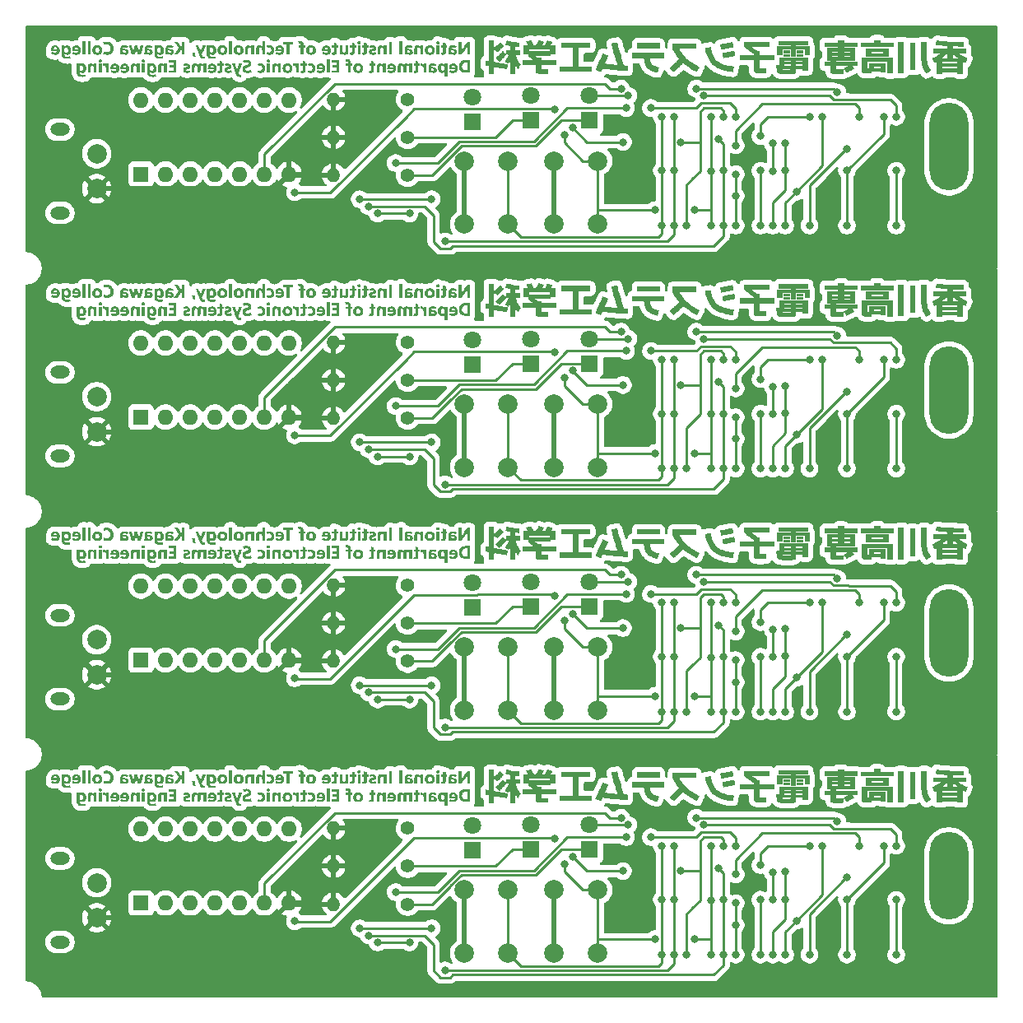
<source format=gbl>
%TF.GenerationSoftware,KiCad,Pcbnew,9.0.2*%
%TF.CreationDate,2025-10-23T19:24:45+09:00*%
%TF.ProjectId,simpleLogicCircuit.kicad_pcb_v1.4_4x1,73696d70-6c65-44c6-9f67-696343697263,rev?*%
%TF.SameCoordinates,Original*%
%TF.FileFunction,Copper,L2,Bot*%
%TF.FilePolarity,Positive*%
%FSLAX46Y46*%
G04 Gerber Fmt 4.6, Leading zero omitted, Abs format (unit mm)*
G04 Created by KiCad (PCBNEW 9.0.2) date 2025-10-23 19:24:45*
%MOMM*%
%LPD*%
G01*
G04 APERTURE LIST*
%TA.AperFunction,EtchedComponent*%
%ADD10C,0.000000*%
%TD*%
%TA.AperFunction,ComponentPad*%
%ADD11C,1.800000*%
%TD*%
%TA.AperFunction,ComponentPad*%
%ADD12R,1.800000X1.800000*%
%TD*%
%TA.AperFunction,ComponentPad*%
%ADD13O,2.000000X1.300000*%
%TD*%
%TA.AperFunction,ComponentPad*%
%ADD14C,2.000000*%
%TD*%
%TA.AperFunction,ComponentPad*%
%ADD15O,1.400000X1.400000*%
%TD*%
%TA.AperFunction,ComponentPad*%
%ADD16C,1.400000*%
%TD*%
%TA.AperFunction,ComponentPad*%
%ADD17O,1.600000X1.600000*%
%TD*%
%TA.AperFunction,ComponentPad*%
%ADD18R,1.600000X1.600000*%
%TD*%
%TA.AperFunction,ComponentPad*%
%ADD19O,4.000000X9.000000*%
%TD*%
%TA.AperFunction,ViaPad*%
%ADD20C,0.800000*%
%TD*%
%TA.AperFunction,Conductor*%
%ADD21C,0.250000*%
%TD*%
%TA.AperFunction,Conductor*%
%ADD22C,0.500000*%
%TD*%
G04 APERTURE END LIST*
D10*
%TA.AperFunction,EtchedComponent*%
%TO.C,G\u002A\u002A\u002A*%
G36*
X94899860Y-92558131D02*
G01*
X94436956Y-92558131D01*
X94436956Y-92737320D01*
X92858015Y-92737320D01*
X92910199Y-92772450D01*
X92922085Y-92780400D01*
X92952000Y-92800192D01*
X92988960Y-92824453D01*
X93029376Y-92850832D01*
X93069662Y-92876977D01*
X93176941Y-92946373D01*
X93503682Y-92946373D01*
X93503682Y-93177825D01*
X94989455Y-93177825D01*
X94989455Y-93685527D01*
X93501719Y-93685527D01*
X93505114Y-93866582D01*
X93506430Y-93923005D01*
X93508468Y-93979019D01*
X93510973Y-94021477D01*
X93513915Y-94049922D01*
X93517268Y-94063896D01*
X93518609Y-94066125D01*
X93524756Y-94072496D01*
X93534627Y-94077635D01*
X93549466Y-94081596D01*
X93570516Y-94084436D01*
X93599021Y-94086212D01*
X93636224Y-94086980D01*
X93683367Y-94086796D01*
X93741696Y-94085717D01*
X93812452Y-94083799D01*
X93896880Y-94081098D01*
X93909029Y-94080695D01*
X93972241Y-94078749D01*
X94030426Y-94077203D01*
X94081934Y-94076083D01*
X94125117Y-94075416D01*
X94158325Y-94075227D01*
X94179909Y-94075545D01*
X94188220Y-94076395D01*
X94188801Y-94079894D01*
X94189041Y-94096540D01*
X94188467Y-94125191D01*
X94187142Y-94164050D01*
X94185132Y-94211321D01*
X94182501Y-94265209D01*
X94179314Y-94323917D01*
X94165506Y-94566538D01*
X94138842Y-94567476D01*
X94135059Y-94567619D01*
X94114141Y-94568506D01*
X94082942Y-94569913D01*
X94045016Y-94571676D01*
X94003917Y-94573633D01*
X93985531Y-94574430D01*
X93939314Y-94575923D01*
X93884165Y-94577178D01*
X93821920Y-94578195D01*
X93754414Y-94578975D01*
X93683483Y-94579516D01*
X93610962Y-94579820D01*
X93538687Y-94579885D01*
X93468493Y-94579713D01*
X93402217Y-94579302D01*
X93341693Y-94578652D01*
X93288757Y-94577764D01*
X93245245Y-94576638D01*
X93212992Y-94575273D01*
X93193835Y-94573669D01*
X93147754Y-94565642D01*
X93101675Y-94555091D01*
X93059558Y-94543099D01*
X93025028Y-94530698D01*
X93001712Y-94518922D01*
X93001169Y-94518554D01*
X92967004Y-94487243D01*
X92937327Y-94443772D01*
X92913832Y-94390615D01*
X92912523Y-94386828D01*
X92908427Y-94374415D01*
X92905045Y-94362216D01*
X92902295Y-94348718D01*
X92900094Y-94332405D01*
X92898357Y-94311762D01*
X92897002Y-94285276D01*
X92895946Y-94251431D01*
X92895106Y-94208713D01*
X92894398Y-94155607D01*
X92893739Y-94090599D01*
X92893046Y-94012173D01*
X92890232Y-93685527D01*
X91569937Y-93685527D01*
X91569937Y-93177921D01*
X92125073Y-93176006D01*
X92680209Y-93174092D01*
X92571949Y-93095697D01*
X92536998Y-93070051D01*
X92483263Y-93029649D01*
X92425669Y-92985422D01*
X92366875Y-92939471D01*
X92309537Y-92893894D01*
X92256312Y-92850791D01*
X92209858Y-92812260D01*
X92172832Y-92780401D01*
X92122435Y-92735782D01*
X92122435Y-92558131D01*
X91659531Y-92558131D01*
X91659531Y-92072828D01*
X92241895Y-92072828D01*
X92241895Y-92259483D01*
X94317497Y-92259483D01*
X94317497Y-92072828D01*
X92241895Y-92072828D01*
X91659531Y-92072828D01*
X91659531Y-91625079D01*
X91878531Y-91623101D01*
X92097531Y-91621124D01*
X92060443Y-91553928D01*
X92056998Y-91547629D01*
X92040375Y-91516053D01*
X92021511Y-91478720D01*
X92001528Y-91438014D01*
X91981544Y-91396323D01*
X91962681Y-91356033D01*
X91946060Y-91319530D01*
X91932800Y-91289202D01*
X91924023Y-91267434D01*
X91920848Y-91256612D01*
X91924901Y-91253943D01*
X91941675Y-91248357D01*
X91969632Y-91240805D01*
X92006790Y-91231697D01*
X92051171Y-91221441D01*
X92100796Y-91210446D01*
X92153684Y-91199123D01*
X92207857Y-91187879D01*
X92261335Y-91177126D01*
X92312139Y-91167271D01*
X92358289Y-91158724D01*
X92397806Y-91151894D01*
X92428710Y-91147191D01*
X92449023Y-91145024D01*
X92456764Y-91145802D01*
X92459509Y-91152476D01*
X92468603Y-91172121D01*
X92482722Y-91201447D01*
X92500786Y-91238299D01*
X92521716Y-91280521D01*
X92544434Y-91325958D01*
X92567860Y-91372455D01*
X92590915Y-91417855D01*
X92612521Y-91460005D01*
X92631598Y-91496748D01*
X92647066Y-91525929D01*
X92700395Y-91624857D01*
X92941341Y-91624857D01*
X93024253Y-91458734D01*
X93038888Y-91429582D01*
X93071877Y-91365122D01*
X93103453Y-91305080D01*
X93132886Y-91250742D01*
X93159444Y-91203396D01*
X93182398Y-91164331D01*
X93201016Y-91134833D01*
X93214568Y-91116190D01*
X93222324Y-91109689D01*
X93224296Y-91110100D01*
X93238155Y-91114156D01*
X93263340Y-91122023D01*
X93297886Y-91133055D01*
X93339830Y-91146604D01*
X93387207Y-91162023D01*
X93438055Y-91178667D01*
X93490407Y-91195887D01*
X93542301Y-91213038D01*
X93591773Y-91229471D01*
X93636858Y-91244541D01*
X93675593Y-91257599D01*
X93706013Y-91268000D01*
X93726154Y-91275097D01*
X93734053Y-91278241D01*
X93732243Y-91283476D01*
X93724270Y-91299870D01*
X93711046Y-91325314D01*
X93693682Y-91357672D01*
X93673292Y-91394812D01*
X93653307Y-91431075D01*
X93627483Y-91478651D01*
X93604242Y-91522275D01*
X93584525Y-91560131D01*
X93569276Y-91590404D01*
X93559435Y-91611278D01*
X93555945Y-91620937D01*
X93556016Y-91621061D01*
X93564441Y-91622252D01*
X93585297Y-91623270D01*
X93616306Y-91624055D01*
X93655190Y-91624549D01*
X93699669Y-91624691D01*
X93843394Y-91624526D01*
X93901046Y-91507098D01*
X93911050Y-91486886D01*
X93938379Y-91433123D01*
X93966566Y-91379517D01*
X93994662Y-91327716D01*
X94021720Y-91279365D01*
X94046792Y-91236113D01*
X94068931Y-91199605D01*
X94087188Y-91171489D01*
X94100616Y-91153412D01*
X94108268Y-91147020D01*
X94110212Y-91147386D01*
X94124139Y-91151337D01*
X94149424Y-91159108D01*
X94184098Y-91170056D01*
X94226195Y-91183535D01*
X94273747Y-91198899D01*
X94324787Y-91215505D01*
X94377348Y-91232707D01*
X94429462Y-91249860D01*
X94479162Y-91266320D01*
X94524480Y-91281441D01*
X94563450Y-91294578D01*
X94594104Y-91305086D01*
X94614475Y-91312321D01*
X94622594Y-91315637D01*
X94622664Y-91316037D01*
X94618922Y-91325149D01*
X94609214Y-91344223D01*
X94594840Y-91370780D01*
X94577100Y-91402343D01*
X94558464Y-91435126D01*
X94532226Y-91481842D01*
X94508582Y-91524590D01*
X94488502Y-91561577D01*
X94472956Y-91591006D01*
X94462917Y-91611084D01*
X94459355Y-91620014D01*
X94460067Y-91620404D01*
X94471491Y-91621596D01*
X94495436Y-91622662D01*
X94530060Y-91623561D01*
X94573524Y-91624254D01*
X94623986Y-91624699D01*
X94679608Y-91624857D01*
X94899860Y-91624857D01*
X94899860Y-92259483D01*
X94899860Y-92558131D01*
G37*
%TD.AperFunction*%
%TA.AperFunction,EtchedComponent*%
G36*
X137302754Y-92962375D02*
G01*
X137312608Y-92965619D01*
X137314635Y-92965683D01*
X137320198Y-92967485D01*
X137318121Y-92973634D01*
X137311607Y-92992388D01*
X137301204Y-93022160D01*
X137287472Y-93061351D01*
X137270971Y-93108365D01*
X137252260Y-93161604D01*
X137231899Y-93219470D01*
X137225717Y-93236986D01*
X137201259Y-93305300D01*
X137180057Y-93362850D01*
X137162380Y-93408948D01*
X137148497Y-93442905D01*
X137138678Y-93464034D01*
X137133193Y-93471646D01*
X137131833Y-93471546D01*
X137119321Y-93466681D01*
X137096618Y-93455567D01*
X137065805Y-93439295D01*
X137028963Y-93418954D01*
X136988173Y-93395636D01*
X136853805Y-93317567D01*
X136853126Y-93540516D01*
X136851556Y-94055684D01*
X136849987Y-94570851D01*
X136267708Y-94570851D01*
X136267708Y-94443926D01*
X134759537Y-94443926D01*
X134759537Y-94570851D01*
X134177258Y-94570851D01*
X134175165Y-93883961D01*
X134759537Y-93883961D01*
X134759537Y-94055684D01*
X136267708Y-94055684D01*
X136267708Y-93883961D01*
X134759537Y-93883961D01*
X134175165Y-93883961D01*
X134173596Y-93368794D01*
X134759537Y-93368794D01*
X134759537Y-93540516D01*
X136267708Y-93540516D01*
X136267708Y-93368794D01*
X134759537Y-93368794D01*
X134173596Y-93368794D01*
X134173440Y-93317567D01*
X134039072Y-93395636D01*
X134027799Y-93402157D01*
X133987863Y-93424780D01*
X133952432Y-93444130D01*
X133923589Y-93459118D01*
X133903414Y-93468652D01*
X133893990Y-93471642D01*
X133889697Y-93464850D01*
X133881181Y-93445844D01*
X133869215Y-93416595D01*
X133854514Y-93379064D01*
X133837795Y-93335215D01*
X133819774Y-93287011D01*
X133801166Y-93236414D01*
X133782689Y-93185388D01*
X133765058Y-93135895D01*
X133748989Y-93089898D01*
X133735199Y-93049361D01*
X133724404Y-93016246D01*
X133717319Y-92992516D01*
X133714662Y-92980133D01*
X133721196Y-92971904D01*
X133740710Y-92959142D01*
X134696447Y-92959142D01*
X134700098Y-92960452D01*
X134716982Y-92961879D01*
X134746112Y-92963128D01*
X134786028Y-92964163D01*
X134835271Y-92964948D01*
X134892380Y-92965445D01*
X134955898Y-92965619D01*
X135222441Y-92965619D01*
X135222441Y-92478223D01*
X135804804Y-92478223D01*
X135804804Y-92965619D01*
X136071347Y-92965619D01*
X136125138Y-92965495D01*
X136183366Y-92965047D01*
X136233960Y-92964306D01*
X136275459Y-92963309D01*
X136306405Y-92962091D01*
X136325337Y-92960690D01*
X136330798Y-92959142D01*
X136330210Y-92958621D01*
X136320653Y-92950504D01*
X136301795Y-92934679D01*
X136275493Y-92912699D01*
X136243602Y-92886116D01*
X136207980Y-92856482D01*
X136188921Y-92840395D01*
X136145469Y-92802489D01*
X136096451Y-92758448D01*
X136045121Y-92711248D01*
X135994729Y-92663861D01*
X135948530Y-92619261D01*
X135804804Y-92478223D01*
X135222441Y-92478223D01*
X135078715Y-92619261D01*
X135055759Y-92641589D01*
X135007005Y-92687989D01*
X134955726Y-92735652D01*
X134905174Y-92781604D01*
X134858603Y-92822872D01*
X134819264Y-92856482D01*
X134812694Y-92861944D01*
X134777604Y-92891146D01*
X134746577Y-92917019D01*
X134721471Y-92938010D01*
X134704143Y-92952569D01*
X134696447Y-92959142D01*
X133740710Y-92959142D01*
X133741485Y-92958635D01*
X133775618Y-92940327D01*
X133823682Y-92916928D01*
X133882139Y-92888830D01*
X134057627Y-92798335D01*
X134232310Y-92699411D01*
X134401480Y-92594805D01*
X134560428Y-92487262D01*
X134596504Y-92461651D01*
X134203917Y-92459718D01*
X133811330Y-92457786D01*
X133811330Y-91980081D01*
X135222441Y-91980081D01*
X135222441Y-91728422D01*
X135134713Y-91723184D01*
X135128083Y-91722784D01*
X135042880Y-91716930D01*
X134946272Y-91709179D01*
X134841357Y-91699848D01*
X134731229Y-91689256D01*
X134618986Y-91677718D01*
X134507723Y-91665554D01*
X134400535Y-91653079D01*
X134300519Y-91640612D01*
X134210771Y-91628470D01*
X134181695Y-91624334D01*
X134131626Y-91617123D01*
X134093799Y-91611411D01*
X134066499Y-91606806D01*
X134048010Y-91602916D01*
X134036616Y-91599348D01*
X134030602Y-91595711D01*
X134028252Y-91591612D01*
X134027849Y-91586659D01*
X134027853Y-91586554D01*
X134029745Y-91577014D01*
X134034737Y-91555382D01*
X134042276Y-91523876D01*
X134051809Y-91484712D01*
X134062783Y-91440105D01*
X134074643Y-91392274D01*
X134086837Y-91343433D01*
X134098812Y-91295801D01*
X134110013Y-91251592D01*
X134119888Y-91213025D01*
X134127884Y-91182314D01*
X134133447Y-91161678D01*
X134136023Y-91153332D01*
X134139263Y-91153450D01*
X134155136Y-91155255D01*
X134182401Y-91158783D01*
X134219008Y-91163758D01*
X134262909Y-91169905D01*
X134312055Y-91176951D01*
X134489932Y-91200807D01*
X134693260Y-91224038D01*
X134908816Y-91244829D01*
X135135294Y-91263103D01*
X135371386Y-91278782D01*
X135615788Y-91291790D01*
X135867191Y-91302049D01*
X136124291Y-91309481D01*
X136385779Y-91314008D01*
X136650351Y-91315554D01*
X136695839Y-91315584D01*
X136768849Y-91315783D01*
X136828602Y-91316195D01*
X136876182Y-91316852D01*
X136912675Y-91317785D01*
X136939167Y-91319027D01*
X136956741Y-91320609D01*
X136966485Y-91322564D01*
X136969483Y-91324922D01*
X136969437Y-91326239D01*
X136968671Y-91339747D01*
X136967055Y-91365655D01*
X136964713Y-91402024D01*
X136961773Y-91446915D01*
X136958359Y-91498390D01*
X136954598Y-91554508D01*
X136953413Y-91572114D01*
X136949756Y-91626515D01*
X136946483Y-91675354D01*
X136943718Y-91716765D01*
X136941585Y-91748880D01*
X136940209Y-91769831D01*
X136939714Y-91777751D01*
X136937675Y-91778066D01*
X136923171Y-91778488D01*
X136895974Y-91778693D01*
X136857547Y-91778698D01*
X136809356Y-91778520D01*
X136752866Y-91778175D01*
X136689542Y-91777680D01*
X136620849Y-91777053D01*
X136548252Y-91776310D01*
X136473216Y-91775467D01*
X136397206Y-91774542D01*
X136321687Y-91773551D01*
X136248124Y-91772511D01*
X136177982Y-91771439D01*
X136112726Y-91770351D01*
X136053821Y-91769265D01*
X136002732Y-91768197D01*
X135960924Y-91767164D01*
X135929863Y-91766183D01*
X135804804Y-91761470D01*
X135804804Y-91980081D01*
X137215915Y-91980081D01*
X137215915Y-92457786D01*
X136823328Y-92459718D01*
X136430741Y-92461651D01*
X136466817Y-92487262D01*
X136565112Y-92554848D01*
X136691199Y-92636277D01*
X136822261Y-92715716D01*
X136953164Y-92789971D01*
X136961037Y-92794251D01*
X136996439Y-92813035D01*
X137037355Y-92834174D01*
X137081697Y-92856648D01*
X137127377Y-92879436D01*
X137172306Y-92901518D01*
X137214396Y-92921873D01*
X137251560Y-92939481D01*
X137281708Y-92953322D01*
X137295238Y-92959142D01*
X137302754Y-92962375D01*
G37*
%TD.AperFunction*%
%TA.AperFunction,EtchedComponent*%
G36*
X101293764Y-91342465D02*
G01*
X101298908Y-91351096D01*
X101305520Y-91368433D01*
X101313955Y-91395651D01*
X101324567Y-91433924D01*
X101337712Y-91484425D01*
X101353744Y-91548328D01*
X101356389Y-91558991D01*
X101415317Y-91791211D01*
X101475555Y-92018135D01*
X101537804Y-92242080D01*
X101602768Y-92465360D01*
X101671150Y-92690290D01*
X101743653Y-92919185D01*
X101820981Y-93154361D01*
X101903836Y-93398131D01*
X101992921Y-93652811D01*
X102017040Y-93720890D01*
X102066490Y-93725404D01*
X102082317Y-93726641D01*
X102114847Y-93728680D01*
X102156010Y-93730891D01*
X102202127Y-93733079D01*
X102249518Y-93735050D01*
X102383096Y-93740183D01*
X102378438Y-93834180D01*
X102377866Y-93846254D01*
X102376167Y-93886645D01*
X102374278Y-93936843D01*
X102372330Y-93993143D01*
X102370451Y-94051841D01*
X102368773Y-94109233D01*
X102363767Y-94290289D01*
X102340647Y-94290196D01*
X102336646Y-94290144D01*
X102314414Y-94289440D01*
X102279895Y-94288004D01*
X102235101Y-94285941D01*
X102182045Y-94283357D01*
X102122738Y-94280358D01*
X102059192Y-94277050D01*
X101993419Y-94273537D01*
X101927431Y-94269927D01*
X101863240Y-94266324D01*
X101802857Y-94262834D01*
X101748295Y-94259563D01*
X101701565Y-94256618D01*
X101616696Y-94250893D01*
X101422170Y-94236462D01*
X101221391Y-94219882D01*
X101017008Y-94201426D01*
X100811670Y-94181368D01*
X100608023Y-94159982D01*
X100408716Y-94137541D01*
X100216398Y-94114318D01*
X100033716Y-94090589D01*
X99863318Y-94066626D01*
X99854072Y-94065275D01*
X99818861Y-94060276D01*
X99790175Y-94056428D01*
X99770760Y-94054089D01*
X99763365Y-94053615D01*
X99761406Y-94057906D01*
X99754279Y-94074223D01*
X99742718Y-94100957D01*
X99727528Y-94136238D01*
X99709516Y-94178195D01*
X99689487Y-94224959D01*
X99682131Y-94242068D01*
X99659112Y-94294353D01*
X99639540Y-94336784D01*
X99623912Y-94368348D01*
X99612723Y-94388029D01*
X99606469Y-94394815D01*
X99605778Y-94394715D01*
X99594402Y-94391048D01*
X99571360Y-94382631D01*
X99538477Y-94370188D01*
X99497581Y-94354444D01*
X99450497Y-94336122D01*
X99399051Y-94315947D01*
X99345068Y-94294644D01*
X99290374Y-94272937D01*
X99236797Y-94251549D01*
X99186160Y-94231206D01*
X99140291Y-94212631D01*
X99101015Y-94196550D01*
X99070158Y-94183685D01*
X99049545Y-94174762D01*
X99041004Y-94170505D01*
X99040740Y-94168511D01*
X99044452Y-94154597D01*
X99053884Y-94128437D01*
X99068635Y-94090936D01*
X99088306Y-94042999D01*
X99112498Y-93985533D01*
X99140809Y-93919443D01*
X99172841Y-93845634D01*
X99208193Y-93765012D01*
X99246466Y-93678483D01*
X99287259Y-93586952D01*
X99330174Y-93491324D01*
X99374811Y-93392505D01*
X99420768Y-93291400D01*
X99467647Y-93188916D01*
X99515048Y-93085958D01*
X99562571Y-92983430D01*
X99609816Y-92882239D01*
X99645586Y-92805944D01*
X99680639Y-92731249D01*
X99710250Y-92668264D01*
X99734883Y-92616018D01*
X99755004Y-92573546D01*
X99771078Y-92539877D01*
X99783570Y-92514045D01*
X99792946Y-92495080D01*
X99799670Y-92482015D01*
X99804207Y-92473882D01*
X99807024Y-92469712D01*
X99808584Y-92468537D01*
X99810217Y-92469086D01*
X99822994Y-92474332D01*
X99846897Y-92484501D01*
X99880155Y-92498816D01*
X99920997Y-92516502D01*
X99967651Y-92536785D01*
X100018346Y-92558888D01*
X100071312Y-92582036D01*
X100124777Y-92605454D01*
X100176971Y-92628367D01*
X100226121Y-92649998D01*
X100270458Y-92669573D01*
X100308209Y-92686317D01*
X100337604Y-92699453D01*
X100356872Y-92708207D01*
X100364242Y-92711803D01*
X100363190Y-92715571D01*
X100356787Y-92731345D01*
X100345269Y-92757927D01*
X100329346Y-92793725D01*
X100309726Y-92837150D01*
X100287119Y-92886612D01*
X100262233Y-92940521D01*
X100247686Y-92971895D01*
X100199447Y-93076066D01*
X100157216Y-93167510D01*
X100120715Y-93246839D01*
X100089669Y-93314669D01*
X100063802Y-93371610D01*
X100042839Y-93418276D01*
X100026503Y-93455280D01*
X100014519Y-93483236D01*
X100006610Y-93502755D01*
X100002501Y-93514451D01*
X100001917Y-93518937D01*
X100006362Y-93520570D01*
X100024589Y-93524261D01*
X100055484Y-93529272D01*
X100097731Y-93535449D01*
X100150014Y-93542637D01*
X100211018Y-93550684D01*
X100279425Y-93559435D01*
X100353921Y-93568736D01*
X100433188Y-93578434D01*
X100515912Y-93588375D01*
X100600776Y-93598405D01*
X100686465Y-93608369D01*
X100771661Y-93618115D01*
X100855049Y-93627488D01*
X100935314Y-93636335D01*
X101011138Y-93644501D01*
X101081207Y-93651833D01*
X101144204Y-93658177D01*
X101198813Y-93663379D01*
X101243718Y-93667285D01*
X101277604Y-93669741D01*
X101299153Y-93670594D01*
X101308579Y-93670262D01*
X101318465Y-93666716D01*
X101318328Y-93657529D01*
X101315743Y-93649763D01*
X101308743Y-93628921D01*
X101297893Y-93596691D01*
X101283685Y-93554536D01*
X101266613Y-93503920D01*
X101247171Y-93446308D01*
X101225854Y-93383163D01*
X101203153Y-93315950D01*
X101155955Y-93174825D01*
X101086729Y-92961857D01*
X101022436Y-92756028D01*
X100961935Y-92553575D01*
X100904087Y-92350739D01*
X100847751Y-92143757D01*
X100844039Y-92129773D01*
X100827414Y-92066370D01*
X100810113Y-91999274D01*
X100792501Y-91929997D01*
X100774945Y-91860053D01*
X100757811Y-91790954D01*
X100741466Y-91724214D01*
X100726275Y-91661345D01*
X100712605Y-91603861D01*
X100700822Y-91553274D01*
X100691291Y-91511097D01*
X100684380Y-91478844D01*
X100680454Y-91458027D01*
X100679880Y-91450159D01*
X100682252Y-91449507D01*
X100697021Y-91446474D01*
X100723639Y-91441383D01*
X100760221Y-91434570D01*
X100804886Y-91426371D01*
X100855750Y-91417124D01*
X100910930Y-91407164D01*
X100968542Y-91396828D01*
X101026705Y-91386452D01*
X101083534Y-91376373D01*
X101137147Y-91366927D01*
X101185661Y-91358450D01*
X101227193Y-91351280D01*
X101259859Y-91345752D01*
X101281776Y-91342203D01*
X101291062Y-91340969D01*
X101293764Y-91342465D01*
G37*
%TD.AperFunction*%
%TA.AperFunction,EtchedComponent*%
G36*
X89924003Y-91160767D02*
G01*
X89947157Y-91164858D01*
X89979765Y-91171691D01*
X90019591Y-91180802D01*
X90064401Y-91191729D01*
X90240292Y-91232945D01*
X90526055Y-91287942D01*
X90815620Y-91329235D01*
X91107033Y-91356515D01*
X91136951Y-91358637D01*
X91174357Y-91361461D01*
X91204387Y-91363930D01*
X91224532Y-91365835D01*
X91232284Y-91366968D01*
X91232370Y-91368285D01*
X91231529Y-91381221D01*
X91229309Y-91406459D01*
X91225888Y-91442176D01*
X91221442Y-91486545D01*
X91216151Y-91537741D01*
X91210192Y-91593940D01*
X91186039Y-91818978D01*
X91140936Y-91818879D01*
X91128517Y-91818610D01*
X91098317Y-91817191D01*
X91059187Y-91814764D01*
X91014820Y-91811565D01*
X90968908Y-91807833D01*
X90937639Y-91805184D01*
X90896635Y-91801860D01*
X90861630Y-91799196D01*
X90835582Y-91797412D01*
X90821451Y-91796732D01*
X90800919Y-91796579D01*
X90800919Y-92132558D01*
X91256357Y-92132558D01*
X91256357Y-92625327D01*
X91047303Y-92625327D01*
X91039024Y-92625332D01*
X90985547Y-92625599D01*
X90937557Y-92626236D01*
X90896944Y-92627189D01*
X90865595Y-92628403D01*
X90845401Y-92629822D01*
X90838250Y-92631393D01*
X90838697Y-92633944D01*
X90842738Y-92648334D01*
X90850082Y-92671697D01*
X90859620Y-92700455D01*
X90879872Y-92757334D01*
X90933124Y-92888432D01*
X90996950Y-93024729D01*
X91070143Y-93163995D01*
X91151498Y-93304002D01*
X91239810Y-93442519D01*
X91333873Y-93577319D01*
X91366623Y-93622168D01*
X91231228Y-93870105D01*
X91226981Y-93877876D01*
X91196632Y-93933005D01*
X91168409Y-93983597D01*
X91143140Y-94028219D01*
X91121651Y-94065434D01*
X91104770Y-94093810D01*
X91093323Y-94111911D01*
X91088137Y-94118304D01*
X91086031Y-94117723D01*
X91075422Y-94107588D01*
X91059694Y-94086142D01*
X91039769Y-94055077D01*
X91016568Y-94016083D01*
X90991013Y-93970851D01*
X90964026Y-93921071D01*
X90936531Y-93868434D01*
X90909447Y-93814630D01*
X90883698Y-93761351D01*
X90860206Y-93710287D01*
X90839893Y-93663128D01*
X90801391Y-93569801D01*
X90800919Y-94596403D01*
X90270819Y-94596403D01*
X90270063Y-93189025D01*
X90235804Y-93256221D01*
X90230265Y-93267187D01*
X90212772Y-93302597D01*
X90192030Y-93345393D01*
X90170178Y-93391142D01*
X90149355Y-93435409D01*
X90136710Y-93462466D01*
X90120600Y-93496682D01*
X90107465Y-93524280D01*
X90098406Y-93542952D01*
X90094525Y-93550386D01*
X90094061Y-93550374D01*
X90084637Y-93545873D01*
X90064423Y-93534783D01*
X90035043Y-93518039D01*
X89998123Y-93496576D01*
X89955288Y-93471328D01*
X89908164Y-93443229D01*
X89905897Y-93441870D01*
X89850816Y-93408624D01*
X89807523Y-93381960D01*
X89774875Y-93361096D01*
X89751729Y-93345252D01*
X89736940Y-93333645D01*
X89729366Y-93325495D01*
X89727862Y-93320019D01*
X89728803Y-93317814D01*
X89736009Y-93304038D01*
X89749566Y-93279362D01*
X89768664Y-93245198D01*
X89792495Y-93202958D01*
X89820253Y-93154056D01*
X89851130Y-93099904D01*
X89884316Y-93041915D01*
X89919005Y-92981503D01*
X89954388Y-92920078D01*
X89989657Y-92859055D01*
X90024005Y-92799847D01*
X90056624Y-92743865D01*
X90086706Y-92692523D01*
X90128405Y-92621594D01*
X90008608Y-92619539D01*
X89888811Y-92617485D01*
X89756902Y-92745202D01*
X89719713Y-92781505D01*
X89660646Y-92840101D01*
X89597190Y-92903980D01*
X89531507Y-92970908D01*
X89465763Y-93038652D01*
X89402122Y-93104978D01*
X89342747Y-93167651D01*
X89289804Y-93224438D01*
X89245456Y-93273105D01*
X89231666Y-93288344D01*
X89206557Y-93315320D01*
X89185705Y-93336715D01*
X89170973Y-93350647D01*
X89164222Y-93355233D01*
X89162305Y-93354133D01*
X89150619Y-93344628D01*
X89130627Y-93326733D01*
X89103803Y-93301881D01*
X89071620Y-93271509D01*
X89035549Y-93237052D01*
X88997065Y-93199945D01*
X88957640Y-93161623D01*
X88918747Y-93123521D01*
X88881859Y-93087075D01*
X88848449Y-93053720D01*
X88819990Y-93024891D01*
X88797955Y-93002024D01*
X88783817Y-92986553D01*
X88779048Y-92979914D01*
X88780169Y-92977443D01*
X88790098Y-92963988D01*
X88809236Y-92941575D01*
X88836512Y-92911292D01*
X88870858Y-92874231D01*
X88911205Y-92831480D01*
X88956484Y-92784129D01*
X89005624Y-92733269D01*
X89057558Y-92679988D01*
X89111216Y-92625378D01*
X89165528Y-92570527D01*
X89219425Y-92516525D01*
X89271838Y-92464462D01*
X89321699Y-92415428D01*
X89367937Y-92370512D01*
X89409484Y-92330805D01*
X89445270Y-92297396D01*
X89474225Y-92271375D01*
X89524798Y-92227269D01*
X89548763Y-92249496D01*
X89559260Y-92259217D01*
X89579654Y-92278087D01*
X89607683Y-92304012D01*
X89641607Y-92335384D01*
X89679688Y-92370594D01*
X89720187Y-92408034D01*
X89867644Y-92544345D01*
X89867644Y-92132558D01*
X90270819Y-92132558D01*
X90270819Y-91715510D01*
X90227888Y-91707019D01*
X90225214Y-91706487D01*
X90185387Y-91698000D01*
X90138934Y-91687253D01*
X90087970Y-91674820D01*
X90034612Y-91661274D01*
X89980972Y-91647188D01*
X89929167Y-91633134D01*
X89881310Y-91619685D01*
X89839518Y-91607416D01*
X89805904Y-91596898D01*
X89782584Y-91588704D01*
X89771673Y-91583409D01*
X89771617Y-91583031D01*
X89773993Y-91573212D01*
X89780358Y-91551794D01*
X89790005Y-91520909D01*
X89802228Y-91482688D01*
X89816323Y-91439261D01*
X89831583Y-91392760D01*
X89847304Y-91345316D01*
X89862779Y-91299060D01*
X89877304Y-91256122D01*
X89890172Y-91218635D01*
X89900679Y-91188728D01*
X89908119Y-91168533D01*
X89911786Y-91160181D01*
X89912539Y-91159878D01*
X89924003Y-91160767D01*
G37*
%TD.AperFunction*%
%TA.AperFunction,EtchedComponent*%
G36*
X88628255Y-91925072D02*
G01*
X88734369Y-91814162D01*
X88748818Y-91799130D01*
X88788524Y-91758382D01*
X88832266Y-91714163D01*
X88878831Y-91667646D01*
X88927003Y-91620002D01*
X88975569Y-91572400D01*
X89023314Y-91526013D01*
X89069024Y-91482011D01*
X89111485Y-91441565D01*
X89149483Y-91405848D01*
X89181803Y-91376029D01*
X89207232Y-91353280D01*
X89224554Y-91338771D01*
X89232557Y-91333675D01*
X89233851Y-91334406D01*
X89244150Y-91342777D01*
X89263238Y-91359381D01*
X89289586Y-91382814D01*
X89321665Y-91411674D01*
X89357945Y-91444560D01*
X89396899Y-91480067D01*
X89436996Y-91516794D01*
X89476708Y-91553338D01*
X89514505Y-91588296D01*
X89548859Y-91620266D01*
X89578241Y-91647846D01*
X89601121Y-91669633D01*
X89615970Y-91684224D01*
X89621260Y-91690216D01*
X89620033Y-91691983D01*
X89610208Y-91702920D01*
X89591464Y-91722749D01*
X89564897Y-91750341D01*
X89531603Y-91784567D01*
X89492677Y-91824299D01*
X89449216Y-91868408D01*
X89402316Y-91915764D01*
X89398365Y-91919745D01*
X89346033Y-91972709D01*
X89292838Y-92026946D01*
X89240685Y-92080486D01*
X89191481Y-92131360D01*
X89147130Y-92177598D01*
X89109539Y-92217229D01*
X89080614Y-92248284D01*
X89073359Y-92256173D01*
X89042552Y-92289253D01*
X89015310Y-92317853D01*
X88993245Y-92340323D01*
X88977970Y-92355014D01*
X88971097Y-92360277D01*
X88968994Y-92359043D01*
X88957415Y-92349361D01*
X88937165Y-92331101D01*
X88909586Y-92305515D01*
X88876020Y-92273853D01*
X88837809Y-92237368D01*
X88796297Y-92197310D01*
X88628255Y-92034343D01*
X88628255Y-93363804D01*
X88652521Y-93368163D01*
X88663071Y-93370010D01*
X88687317Y-93374223D01*
X88724117Y-93380604D01*
X88772381Y-93388964D01*
X88831021Y-93399115D01*
X88898948Y-93410869D01*
X88975073Y-93424037D01*
X89058307Y-93438430D01*
X89147562Y-93453861D01*
X89241747Y-93470141D01*
X89339776Y-93487081D01*
X89341686Y-93487411D01*
X89439132Y-93504295D01*
X89532344Y-93520533D01*
X89620274Y-93535936D01*
X89701873Y-93550318D01*
X89776094Y-93563490D01*
X89841886Y-93575265D01*
X89898203Y-93585456D01*
X89943996Y-93593874D01*
X89978216Y-93600333D01*
X89999815Y-93604643D01*
X90007745Y-93606619D01*
X90007755Y-93606630D01*
X90008076Y-93614899D01*
X90007084Y-93635884D01*
X90004971Y-93667467D01*
X90001928Y-93707528D01*
X89998147Y-93753950D01*
X89993818Y-93804614D01*
X89989133Y-93857401D01*
X89984284Y-93910193D01*
X89979461Y-93960870D01*
X89974856Y-94007314D01*
X89970660Y-94047406D01*
X89967065Y-94079028D01*
X89964262Y-94100061D01*
X89962441Y-94108386D01*
X89955224Y-94107668D01*
X89934303Y-94104602D01*
X89900732Y-94099346D01*
X89855562Y-94092073D01*
X89799842Y-94082958D01*
X89734622Y-94072173D01*
X89660950Y-94059893D01*
X89579876Y-94046290D01*
X89492449Y-94031539D01*
X89399719Y-94015812D01*
X89302734Y-93999284D01*
X89209508Y-93983374D01*
X89116310Y-93967501D01*
X89028273Y-93952539D01*
X88946457Y-93938667D01*
X88871926Y-93926063D01*
X88805741Y-93914908D01*
X88748964Y-93905379D01*
X88702657Y-93897657D01*
X88667882Y-93891919D01*
X88645701Y-93888345D01*
X88637176Y-93887114D01*
X88635762Y-93888507D01*
X88633810Y-93896853D01*
X88632194Y-93913551D01*
X88630892Y-93939540D01*
X88629880Y-93975761D01*
X88629134Y-94023153D01*
X88628630Y-94082657D01*
X88628345Y-94155212D01*
X88628255Y-94241758D01*
X88628255Y-94596403D01*
X88045892Y-94596403D01*
X88045892Y-94189495D01*
X88045881Y-94144909D01*
X88045811Y-94071043D01*
X88045682Y-94002625D01*
X88045501Y-93941012D01*
X88045274Y-93887557D01*
X88045006Y-93843616D01*
X88044705Y-93810543D01*
X88044376Y-93789693D01*
X88044026Y-93782420D01*
X88032299Y-93780798D01*
X88008613Y-93776813D01*
X87976335Y-93771025D01*
X87938053Y-93763934D01*
X87896354Y-93756038D01*
X87853823Y-93747838D01*
X87813047Y-93739831D01*
X87776614Y-93732517D01*
X87747108Y-93726397D01*
X87727118Y-93721967D01*
X87719229Y-93719729D01*
X87719222Y-93719722D01*
X87718860Y-93711462D01*
X87719820Y-93690479D01*
X87721912Y-93658893D01*
X87724942Y-93618821D01*
X87728720Y-93572385D01*
X87733052Y-93521701D01*
X87737748Y-93468890D01*
X87742616Y-93416070D01*
X87747463Y-93365360D01*
X87752099Y-93318879D01*
X87756330Y-93278746D01*
X87759966Y-93247081D01*
X87762814Y-93226002D01*
X87764683Y-93217628D01*
X87770987Y-93217630D01*
X87789894Y-93219837D01*
X87818963Y-93224060D01*
X87855774Y-93229944D01*
X87897911Y-93237135D01*
X87934292Y-93243463D01*
X87973016Y-93250046D01*
X88004727Y-93255270D01*
X88026862Y-93258713D01*
X88036860Y-93259954D01*
X88037187Y-93259781D01*
X88038476Y-93255168D01*
X88039641Y-93243840D01*
X88040688Y-93225210D01*
X88041621Y-93198690D01*
X88042448Y-93163694D01*
X88043171Y-93119635D01*
X88043796Y-93065926D01*
X88044329Y-93001980D01*
X88044774Y-92927210D01*
X88045137Y-92841029D01*
X88045422Y-92742850D01*
X88045636Y-92632086D01*
X88045782Y-92508151D01*
X88045865Y-92370458D01*
X88045892Y-92218419D01*
X88045892Y-91176885D01*
X88628255Y-91176885D01*
X88628255Y-91925072D01*
G37*
%TD.AperFunction*%
%TA.AperFunction,EtchedComponent*%
G36*
X125765116Y-92841847D02*
G01*
X125765116Y-93215156D01*
X123794040Y-93215156D01*
X123794040Y-93319683D01*
X126018967Y-93319683D01*
X126018967Y-93767466D01*
X125754306Y-93769427D01*
X125489644Y-93771388D01*
X125575117Y-93911786D01*
X125586112Y-93929903D01*
X125609934Y-93969574D01*
X125630414Y-94004252D01*
X125646431Y-94032007D01*
X125656863Y-94050907D01*
X125660589Y-94059022D01*
X125659186Y-94060518D01*
X125647112Y-94068176D01*
X125623999Y-94081175D01*
X125591459Y-94098655D01*
X125551104Y-94119757D01*
X125504548Y-94143623D01*
X125453402Y-94169394D01*
X125394033Y-94199160D01*
X125314244Y-94239597D01*
X125242448Y-94276624D01*
X125175328Y-94311997D01*
X125109569Y-94347470D01*
X125041854Y-94384798D01*
X124968869Y-94425733D01*
X124958218Y-94431719D01*
X124925945Y-94449489D01*
X124898895Y-94463846D01*
X124879641Y-94473445D01*
X124870757Y-94476944D01*
X124870095Y-94476551D01*
X124863075Y-94467467D01*
X124849890Y-94447698D01*
X124831612Y-94419027D01*
X124809310Y-94383240D01*
X124784055Y-94342120D01*
X124756917Y-94297452D01*
X124728967Y-94251019D01*
X124701276Y-94204607D01*
X124674913Y-94159999D01*
X124650950Y-94118980D01*
X124630456Y-94083334D01*
X124614503Y-94054845D01*
X124604160Y-94035297D01*
X124600498Y-94026475D01*
X124602687Y-94023350D01*
X124616754Y-94012922D01*
X124643362Y-93996467D01*
X124681943Y-93974300D01*
X124731930Y-93946737D01*
X124792755Y-93914095D01*
X124863851Y-93876689D01*
X124944650Y-93834836D01*
X125074493Y-93768029D01*
X123791713Y-93767655D01*
X123796228Y-93911379D01*
X123797716Y-93954448D01*
X123800081Y-94003239D01*
X123803176Y-94040200D01*
X123807444Y-94067140D01*
X123813327Y-94085869D01*
X123821271Y-94098198D01*
X123831717Y-94105936D01*
X123845110Y-94110893D01*
X123847065Y-94111370D01*
X123866964Y-94113880D01*
X123899673Y-94115817D01*
X123943380Y-94117180D01*
X123996278Y-94117972D01*
X124056556Y-94118192D01*
X124122405Y-94117840D01*
X124192016Y-94116918D01*
X124263580Y-94115425D01*
X124335287Y-94113363D01*
X124405328Y-94110732D01*
X124442428Y-94109247D01*
X124489573Y-94107648D01*
X124530140Y-94106606D01*
X124562044Y-94106160D01*
X124583200Y-94106349D01*
X124591526Y-94107214D01*
X124591950Y-94109677D01*
X124592099Y-94124824D01*
X124591410Y-94152122D01*
X124589960Y-94189753D01*
X124587820Y-94235897D01*
X124585067Y-94288736D01*
X124581773Y-94346450D01*
X124567805Y-94581470D01*
X124529967Y-94582380D01*
X124517134Y-94582749D01*
X124488508Y-94583712D01*
X124450756Y-94585079D01*
X124407277Y-94586724D01*
X124361471Y-94588524D01*
X124348502Y-94588996D01*
X124306961Y-94590153D01*
X124253850Y-94591268D01*
X124191564Y-94592310D01*
X124122498Y-94593242D01*
X124049047Y-94594032D01*
X123973605Y-94594646D01*
X123898567Y-94595050D01*
X123890681Y-94595080D01*
X123801966Y-94595282D01*
X123726428Y-94595093D01*
X123662449Y-94594396D01*
X123608409Y-94593069D01*
X123562688Y-94590994D01*
X123523667Y-94588049D01*
X123489726Y-94584116D01*
X123459245Y-94579073D01*
X123430605Y-94572802D01*
X123402186Y-94565183D01*
X123372368Y-94556095D01*
X123349752Y-94548422D01*
X123310544Y-94530966D01*
X123281071Y-94509725D01*
X123257797Y-94481771D01*
X123237185Y-94444176D01*
X123228737Y-94426104D01*
X123217679Y-94401188D01*
X123208724Y-94378063D01*
X123201628Y-94354871D01*
X123196150Y-94329754D01*
X123192046Y-94300855D01*
X123189072Y-94266313D01*
X123186987Y-94224272D01*
X123185548Y-94172874D01*
X123184510Y-94110260D01*
X123183632Y-94034571D01*
X123180800Y-93767655D01*
X122599449Y-93767655D01*
X122599449Y-93319683D01*
X123181812Y-93319683D01*
X123181812Y-93215156D01*
X122853300Y-93215156D01*
X122853300Y-92707455D01*
X123405798Y-92707455D01*
X123405798Y-92841847D01*
X124003094Y-92841847D01*
X124003094Y-92707455D01*
X124615322Y-92707455D01*
X124615322Y-92841847D01*
X125212618Y-92841847D01*
X125212618Y-92707455D01*
X124615322Y-92707455D01*
X124003094Y-92707455D01*
X123405798Y-92707455D01*
X122853300Y-92707455D01*
X122853300Y-92311747D01*
X123405798Y-92311747D01*
X123405798Y-92431206D01*
X124003094Y-92431206D01*
X124003094Y-92311747D01*
X124615322Y-92311747D01*
X124615322Y-92431206D01*
X125212618Y-92431206D01*
X125212618Y-92311747D01*
X124615322Y-92311747D01*
X124003094Y-92311747D01*
X123405798Y-92311747D01*
X122853300Y-92311747D01*
X122853300Y-91930971D01*
X124003094Y-91930971D01*
X124003094Y-91833910D01*
X122599449Y-91833910D01*
X122599449Y-91363540D01*
X124003094Y-91363540D01*
X124003094Y-91124621D01*
X124615322Y-91124621D01*
X124615322Y-91363540D01*
X126018967Y-91363540D01*
X126018967Y-91833910D01*
X124615322Y-91833910D01*
X124615322Y-91930971D01*
X125765116Y-91930971D01*
X125765116Y-92431206D01*
X125765116Y-92841847D01*
G37*
%TD.AperFunction*%
%TA.AperFunction,EtchedComponent*%
G36*
X60035173Y-92166156D02*
G01*
X60035165Y-92167347D01*
X60030623Y-92254473D01*
X60017941Y-92330581D01*
X59996532Y-92397518D01*
X59965806Y-92457129D01*
X59925176Y-92511261D01*
X59881136Y-92553887D01*
X59829590Y-92587611D01*
X59771394Y-92610157D01*
X59704854Y-92622169D01*
X59628281Y-92624291D01*
X59609405Y-92623651D01*
X59576827Y-92621951D01*
X59552660Y-92619046D01*
X59532425Y-92613965D01*
X59511645Y-92605736D01*
X59485841Y-92593387D01*
X59463600Y-92581644D01*
X59424675Y-92555330D01*
X59391048Y-92522841D01*
X59353300Y-92480488D01*
X59353429Y-92524909D01*
X59353503Y-92532327D01*
X59360510Y-92605304D01*
X59378714Y-92669324D01*
X59407858Y-92723893D01*
X59447683Y-92768516D01*
X59497933Y-92802697D01*
X59501436Y-92804498D01*
X59519174Y-92812616D01*
X59536933Y-92818122D01*
X59558440Y-92821671D01*
X59587422Y-92823920D01*
X59627609Y-92825526D01*
X59657745Y-92826028D01*
X59734969Y-92822070D01*
X59804854Y-92809719D01*
X59871483Y-92788353D01*
X59885818Y-92783323D01*
X59904005Y-92779068D01*
X59913264Y-92779906D01*
X59913857Y-92780761D01*
X59919731Y-92792187D01*
X59929928Y-92814006D01*
X59943193Y-92843487D01*
X59958270Y-92877897D01*
X59960321Y-92882644D01*
X59975886Y-92919528D01*
X59985754Y-92945260D01*
X59990549Y-92961956D01*
X59990896Y-92971734D01*
X59987418Y-92976708D01*
X59972705Y-92983699D01*
X59946651Y-92993442D01*
X59913634Y-93004390D01*
X59877530Y-93015317D01*
X59842214Y-93025001D01*
X59811562Y-93032218D01*
X59805564Y-93033380D01*
X59774601Y-93037505D01*
X59735108Y-93039990D01*
X59684973Y-93040927D01*
X59622083Y-93040405D01*
X59573743Y-93039264D01*
X59522614Y-93036835D01*
X59480740Y-93032772D01*
X59444936Y-93026481D01*
X59412017Y-93017371D01*
X59378800Y-93004849D01*
X59342100Y-92988323D01*
X59318451Y-92976261D01*
X59250674Y-92930876D01*
X59191844Y-92874196D01*
X59142783Y-92807281D01*
X59104314Y-92731191D01*
X59077259Y-92646985D01*
X59074897Y-92636801D01*
X59072136Y-92623239D01*
X59069807Y-92608624D01*
X59067872Y-92591694D01*
X59066296Y-92571187D01*
X59065040Y-92545841D01*
X59064069Y-92514395D01*
X59063346Y-92475588D01*
X59062834Y-92428156D01*
X59062498Y-92370839D01*
X59062299Y-92302375D01*
X59062202Y-92221502D01*
X59062173Y-92135211D01*
X59353782Y-92135211D01*
X59353949Y-92171416D01*
X59355972Y-92199726D01*
X59360247Y-92224527D01*
X59367168Y-92250201D01*
X59370779Y-92261248D01*
X59394704Y-92311125D01*
X59427424Y-92350677D01*
X59467670Y-92378286D01*
X59500407Y-92389437D01*
X59545529Y-92394462D01*
X59590787Y-92390131D01*
X59630241Y-92376507D01*
X59658202Y-92358153D01*
X59692312Y-92321123D01*
X59716550Y-92273057D01*
X59730839Y-92214119D01*
X59735106Y-92144475D01*
X59732685Y-92096697D01*
X59721453Y-92031353D01*
X59701350Y-91977182D01*
X59672623Y-91934516D01*
X59635520Y-91903688D01*
X59590289Y-91885029D01*
X59537176Y-91878871D01*
X59529131Y-91879020D01*
X59479969Y-91886462D01*
X59438708Y-91905735D01*
X59404001Y-91937704D01*
X59374501Y-91983234D01*
X59367403Y-91998469D01*
X59361882Y-92016027D01*
X59358259Y-92037776D01*
X59355958Y-92067297D01*
X59354402Y-92108171D01*
X59353782Y-92135211D01*
X59062173Y-92135211D01*
X59062170Y-92126958D01*
X59062118Y-91669654D01*
X59353300Y-91669654D01*
X59353300Y-91768817D01*
X59383557Y-91734442D01*
X59388130Y-91729465D01*
X59422261Y-91700366D01*
X59463531Y-91675592D01*
X59485468Y-91665303D01*
X59506443Y-91657551D01*
X59528208Y-91652808D01*
X59555476Y-91650084D01*
X59592963Y-91648389D01*
X59615148Y-91647965D01*
X59653168Y-91648584D01*
X59687039Y-91650667D01*
X59711385Y-91653961D01*
X59717820Y-91655411D01*
X59783579Y-91678276D01*
X59845185Y-91714047D01*
X59900064Y-91760933D01*
X59945639Y-91817138D01*
X59949945Y-91823700D01*
X59983059Y-91882103D01*
X60007394Y-91942644D01*
X60023694Y-92008230D01*
X60032705Y-92081765D01*
X60034539Y-92144475D01*
X60035173Y-92166156D01*
G37*
%TD.AperFunction*%
%TA.AperFunction,EtchedComponent*%
G36*
X54637113Y-92166156D02*
G01*
X54637105Y-92167347D01*
X54632563Y-92254473D01*
X54619881Y-92330581D01*
X54598472Y-92397518D01*
X54567746Y-92457129D01*
X54527116Y-92511261D01*
X54483076Y-92553887D01*
X54431530Y-92587611D01*
X54373334Y-92610157D01*
X54306794Y-92622169D01*
X54230221Y-92624291D01*
X54211345Y-92623651D01*
X54178767Y-92621951D01*
X54154600Y-92619046D01*
X54134365Y-92613965D01*
X54113585Y-92605736D01*
X54087781Y-92593387D01*
X54065540Y-92581644D01*
X54026615Y-92555330D01*
X53992988Y-92522841D01*
X53955240Y-92480488D01*
X53955369Y-92524909D01*
X53955443Y-92532327D01*
X53962450Y-92605304D01*
X53980654Y-92669324D01*
X54009798Y-92723893D01*
X54049623Y-92768516D01*
X54099873Y-92802697D01*
X54103376Y-92804498D01*
X54121114Y-92812616D01*
X54138873Y-92818122D01*
X54160380Y-92821671D01*
X54189362Y-92823920D01*
X54229549Y-92825526D01*
X54259685Y-92826028D01*
X54336909Y-92822070D01*
X54406794Y-92809719D01*
X54473423Y-92788353D01*
X54487758Y-92783323D01*
X54505945Y-92779068D01*
X54515204Y-92779906D01*
X54515797Y-92780761D01*
X54521671Y-92792187D01*
X54531868Y-92814006D01*
X54545133Y-92843487D01*
X54560210Y-92877897D01*
X54562262Y-92882644D01*
X54577826Y-92919528D01*
X54587694Y-92945260D01*
X54592490Y-92961956D01*
X54592836Y-92971734D01*
X54589358Y-92976708D01*
X54574645Y-92983699D01*
X54548591Y-92993442D01*
X54515574Y-93004390D01*
X54479470Y-93015317D01*
X54444154Y-93025001D01*
X54413502Y-93032218D01*
X54407504Y-93033380D01*
X54376541Y-93037505D01*
X54337048Y-93039990D01*
X54286913Y-93040927D01*
X54224023Y-93040405D01*
X54175683Y-93039264D01*
X54124554Y-93036835D01*
X54082680Y-93032772D01*
X54046876Y-93026481D01*
X54013957Y-93017371D01*
X53980740Y-93004849D01*
X53944040Y-92988323D01*
X53920391Y-92976261D01*
X53852614Y-92930876D01*
X53793784Y-92874196D01*
X53744723Y-92807281D01*
X53706254Y-92731191D01*
X53679199Y-92646985D01*
X53676837Y-92636801D01*
X53674077Y-92623239D01*
X53671747Y-92608624D01*
X53669813Y-92591694D01*
X53668236Y-92571187D01*
X53666980Y-92545841D01*
X53666009Y-92514395D01*
X53665286Y-92475588D01*
X53664774Y-92428156D01*
X53664438Y-92370839D01*
X53664239Y-92302375D01*
X53664142Y-92221502D01*
X53664113Y-92135211D01*
X53955722Y-92135211D01*
X53955889Y-92171416D01*
X53957912Y-92199726D01*
X53962187Y-92224527D01*
X53969108Y-92250201D01*
X53972719Y-92261248D01*
X53996644Y-92311125D01*
X54029364Y-92350677D01*
X54069610Y-92378286D01*
X54102347Y-92389437D01*
X54147469Y-92394462D01*
X54192727Y-92390131D01*
X54232181Y-92376507D01*
X54260142Y-92358153D01*
X54294252Y-92321123D01*
X54318490Y-92273057D01*
X54332779Y-92214119D01*
X54337046Y-92144475D01*
X54334625Y-92096697D01*
X54323393Y-92031353D01*
X54303290Y-91977182D01*
X54274563Y-91934516D01*
X54237460Y-91903688D01*
X54192229Y-91885029D01*
X54139116Y-91878871D01*
X54131071Y-91879020D01*
X54081909Y-91886462D01*
X54040648Y-91905735D01*
X54005941Y-91937704D01*
X53976441Y-91983234D01*
X53969343Y-91998469D01*
X53963823Y-92016027D01*
X53960199Y-92037776D01*
X53957898Y-92067297D01*
X53956342Y-92108171D01*
X53955722Y-92135211D01*
X53664113Y-92135211D01*
X53664110Y-92126958D01*
X53664058Y-91669654D01*
X53955240Y-91669654D01*
X53955240Y-91768817D01*
X53985497Y-91734442D01*
X53990070Y-91729465D01*
X54024201Y-91700366D01*
X54065471Y-91675592D01*
X54087408Y-91665303D01*
X54108383Y-91657551D01*
X54130148Y-91652808D01*
X54157416Y-91650084D01*
X54194903Y-91648389D01*
X54217088Y-91647965D01*
X54255108Y-91648584D01*
X54288979Y-91650667D01*
X54313325Y-91653961D01*
X54319760Y-91655411D01*
X54385519Y-91678276D01*
X54447125Y-91714047D01*
X54502004Y-91760933D01*
X54547579Y-91817138D01*
X54551885Y-91823700D01*
X54584999Y-91882103D01*
X54609334Y-91942644D01*
X54625634Y-92008230D01*
X54634645Y-92081765D01*
X54636479Y-92144475D01*
X54637113Y-92166156D01*
G37*
%TD.AperFunction*%
%TA.AperFunction,EtchedComponent*%
G36*
X53883027Y-94032705D02*
G01*
X53883019Y-94033896D01*
X53878477Y-94121022D01*
X53865796Y-94197130D01*
X53844386Y-94264067D01*
X53813660Y-94323678D01*
X53773030Y-94377810D01*
X53728990Y-94420436D01*
X53677444Y-94454160D01*
X53619248Y-94476706D01*
X53552709Y-94488718D01*
X53476135Y-94490840D01*
X53457259Y-94490200D01*
X53424681Y-94488500D01*
X53400514Y-94485595D01*
X53380279Y-94480514D01*
X53359499Y-94472285D01*
X53333696Y-94459937D01*
X53311454Y-94448193D01*
X53272529Y-94421879D01*
X53238902Y-94389391D01*
X53201154Y-94347038D01*
X53201283Y-94391459D01*
X53201357Y-94398876D01*
X53208364Y-94471853D01*
X53226568Y-94535873D01*
X53255712Y-94590442D01*
X53295537Y-94635065D01*
X53345787Y-94669246D01*
X53349290Y-94671047D01*
X53367029Y-94679165D01*
X53384787Y-94684671D01*
X53406294Y-94688220D01*
X53435276Y-94690469D01*
X53475463Y-94692075D01*
X53505599Y-94692577D01*
X53582823Y-94688619D01*
X53652708Y-94676268D01*
X53719337Y-94654902D01*
X53733672Y-94649872D01*
X53751859Y-94645617D01*
X53761118Y-94646456D01*
X53761712Y-94647310D01*
X53767586Y-94658736D01*
X53777782Y-94680555D01*
X53791047Y-94710036D01*
X53806125Y-94744446D01*
X53808176Y-94749193D01*
X53823741Y-94786077D01*
X53833609Y-94811809D01*
X53838404Y-94828505D01*
X53838750Y-94838283D01*
X53835273Y-94843257D01*
X53820559Y-94850248D01*
X53794505Y-94859992D01*
X53761488Y-94870939D01*
X53725384Y-94881866D01*
X53690068Y-94891550D01*
X53659416Y-94898767D01*
X53653418Y-94899929D01*
X53622455Y-94904054D01*
X53582962Y-94906540D01*
X53532828Y-94907476D01*
X53469937Y-94906954D01*
X53421597Y-94905814D01*
X53370469Y-94903384D01*
X53328594Y-94899321D01*
X53292790Y-94893030D01*
X53259871Y-94883920D01*
X53226654Y-94871398D01*
X53189954Y-94854872D01*
X53166305Y-94842810D01*
X53098528Y-94797425D01*
X53039698Y-94740745D01*
X52990637Y-94673830D01*
X52952168Y-94597740D01*
X52925113Y-94513534D01*
X52922751Y-94503350D01*
X52919991Y-94489789D01*
X52917661Y-94475173D01*
X52915727Y-94458243D01*
X52914150Y-94437736D01*
X52912894Y-94412390D01*
X52911923Y-94380945D01*
X52911200Y-94342137D01*
X52910689Y-94294705D01*
X52910352Y-94237388D01*
X52910153Y-94168924D01*
X52910056Y-94088051D01*
X52910027Y-94001760D01*
X53201637Y-94001760D01*
X53201803Y-94037965D01*
X53203826Y-94066276D01*
X53208102Y-94091076D01*
X53215022Y-94116750D01*
X53218633Y-94127797D01*
X53242558Y-94177675D01*
X53275278Y-94217226D01*
X53315524Y-94244835D01*
X53348262Y-94255986D01*
X53393384Y-94261012D01*
X53438641Y-94256680D01*
X53478095Y-94243056D01*
X53506056Y-94224702D01*
X53540167Y-94187672D01*
X53564404Y-94139606D01*
X53578693Y-94080668D01*
X53582960Y-94011024D01*
X53580539Y-93963246D01*
X53569307Y-93897902D01*
X53549204Y-93843731D01*
X53520477Y-93801065D01*
X53483374Y-93770237D01*
X53438143Y-93751578D01*
X53385030Y-93745420D01*
X53376985Y-93745569D01*
X53327823Y-93753011D01*
X53286562Y-93772284D01*
X53251855Y-93804253D01*
X53222355Y-93849783D01*
X53215257Y-93865019D01*
X53209737Y-93882576D01*
X53206114Y-93904325D01*
X53203812Y-93933846D01*
X53202256Y-93974720D01*
X53201637Y-94001760D01*
X52910027Y-94001760D01*
X52910024Y-93993507D01*
X52909972Y-93536203D01*
X53201154Y-93536203D01*
X53201154Y-93635366D01*
X53231412Y-93600991D01*
X53235984Y-93596014D01*
X53270116Y-93566915D01*
X53311385Y-93542141D01*
X53333322Y-93531852D01*
X53354297Y-93524100D01*
X53376062Y-93519357D01*
X53403330Y-93516633D01*
X53440817Y-93514938D01*
X53463002Y-93514514D01*
X53501022Y-93515133D01*
X53534893Y-93517216D01*
X53559239Y-93520510D01*
X53565674Y-93521960D01*
X53631433Y-93544825D01*
X53693040Y-93580597D01*
X53747918Y-93627482D01*
X53793493Y-93683687D01*
X53797799Y-93690249D01*
X53830913Y-93748652D01*
X53855248Y-93809193D01*
X53871548Y-93874779D01*
X53880559Y-93948314D01*
X53882393Y-94011024D01*
X53883027Y-94032705D01*
G37*
%TD.AperFunction*%
%TA.AperFunction,EtchedComponent*%
G36*
X46648283Y-94032705D02*
G01*
X46648275Y-94033896D01*
X46643733Y-94121022D01*
X46631051Y-94197130D01*
X46609642Y-94264067D01*
X46578916Y-94323678D01*
X46538286Y-94377810D01*
X46494246Y-94420436D01*
X46442700Y-94454160D01*
X46384504Y-94476706D01*
X46317964Y-94488718D01*
X46241391Y-94490840D01*
X46222515Y-94490200D01*
X46189937Y-94488500D01*
X46165770Y-94485595D01*
X46145535Y-94480514D01*
X46124755Y-94472285D01*
X46098951Y-94459937D01*
X46076710Y-94448193D01*
X46037785Y-94421879D01*
X46004158Y-94389391D01*
X45966410Y-94347038D01*
X45966539Y-94391459D01*
X45966613Y-94398876D01*
X45973620Y-94471853D01*
X45991824Y-94535873D01*
X46020968Y-94590442D01*
X46060793Y-94635065D01*
X46111043Y-94669246D01*
X46114546Y-94671047D01*
X46132284Y-94679165D01*
X46150043Y-94684671D01*
X46171549Y-94688220D01*
X46200532Y-94690469D01*
X46240719Y-94692075D01*
X46270855Y-94692577D01*
X46348079Y-94688619D01*
X46417963Y-94676268D01*
X46484593Y-94654902D01*
X46498928Y-94649872D01*
X46517115Y-94645617D01*
X46526374Y-94646456D01*
X46526967Y-94647310D01*
X46532841Y-94658736D01*
X46543038Y-94680555D01*
X46556303Y-94710036D01*
X46571380Y-94744446D01*
X46573431Y-94749193D01*
X46588996Y-94786077D01*
X46598864Y-94811809D01*
X46603659Y-94828505D01*
X46604006Y-94838283D01*
X46600528Y-94843257D01*
X46585815Y-94850248D01*
X46559761Y-94859992D01*
X46526744Y-94870939D01*
X46490640Y-94881866D01*
X46455324Y-94891550D01*
X46424672Y-94898767D01*
X46418674Y-94899929D01*
X46387710Y-94904054D01*
X46348218Y-94906540D01*
X46298083Y-94907476D01*
X46235193Y-94906954D01*
X46186853Y-94905814D01*
X46135724Y-94903384D01*
X46093850Y-94899321D01*
X46058045Y-94893030D01*
X46025127Y-94883920D01*
X45991910Y-94871398D01*
X45955210Y-94854872D01*
X45931560Y-94842810D01*
X45863784Y-94797425D01*
X45804954Y-94740745D01*
X45755893Y-94673830D01*
X45717424Y-94597740D01*
X45690369Y-94513534D01*
X45688007Y-94503350D01*
X45685246Y-94489789D01*
X45682917Y-94475173D01*
X45680982Y-94458243D01*
X45679406Y-94437736D01*
X45678150Y-94412390D01*
X45677179Y-94380945D01*
X45676456Y-94342137D01*
X45675944Y-94294705D01*
X45675608Y-94237388D01*
X45675409Y-94168924D01*
X45675312Y-94088051D01*
X45675283Y-94001760D01*
X45966892Y-94001760D01*
X45967059Y-94037965D01*
X45969082Y-94066276D01*
X45973357Y-94091076D01*
X45980278Y-94116750D01*
X45983889Y-94127797D01*
X46007814Y-94177675D01*
X46040534Y-94217226D01*
X46080780Y-94244835D01*
X46113517Y-94255986D01*
X46158639Y-94261012D01*
X46203896Y-94256680D01*
X46243351Y-94243056D01*
X46271312Y-94224702D01*
X46305422Y-94187672D01*
X46329660Y-94139606D01*
X46343949Y-94080668D01*
X46348216Y-94011024D01*
X46345795Y-93963246D01*
X46334563Y-93897902D01*
X46314460Y-93843731D01*
X46285733Y-93801065D01*
X46248630Y-93770237D01*
X46203399Y-93751578D01*
X46150286Y-93745420D01*
X46142241Y-93745569D01*
X46093079Y-93753011D01*
X46051818Y-93772284D01*
X46017111Y-93804253D01*
X45987611Y-93849783D01*
X45980513Y-93865019D01*
X45974992Y-93882576D01*
X45971369Y-93904325D01*
X45969068Y-93933846D01*
X45967512Y-93974720D01*
X45966892Y-94001760D01*
X45675283Y-94001760D01*
X45675280Y-93993507D01*
X45675228Y-93536203D01*
X45966410Y-93536203D01*
X45966410Y-93635366D01*
X45996667Y-93600991D01*
X46001240Y-93596014D01*
X46035371Y-93566915D01*
X46076641Y-93542141D01*
X46098578Y-93531852D01*
X46119553Y-93524100D01*
X46141317Y-93519357D01*
X46168586Y-93516633D01*
X46206073Y-93514938D01*
X46228258Y-93514514D01*
X46266277Y-93515133D01*
X46300148Y-93517216D01*
X46324495Y-93520510D01*
X46330930Y-93521960D01*
X46396689Y-93544825D01*
X46458295Y-93580597D01*
X46513174Y-93627482D01*
X46558749Y-93683687D01*
X46563055Y-93690249D01*
X46596169Y-93748652D01*
X46620504Y-93809193D01*
X46636804Y-93874779D01*
X46645815Y-93948314D01*
X46647649Y-94011024D01*
X46648283Y-94032705D01*
G37*
%TD.AperFunction*%
%TA.AperFunction,EtchedComponent*%
G36*
X45095314Y-92166156D02*
G01*
X45095306Y-92167347D01*
X45090764Y-92254473D01*
X45078082Y-92330581D01*
X45056673Y-92397518D01*
X45025947Y-92457129D01*
X44985317Y-92511261D01*
X44941277Y-92553887D01*
X44889731Y-92587611D01*
X44831535Y-92610157D01*
X44764995Y-92622169D01*
X44688422Y-92624291D01*
X44669546Y-92623651D01*
X44636968Y-92621951D01*
X44612801Y-92619046D01*
X44592566Y-92613965D01*
X44571786Y-92605736D01*
X44545983Y-92593387D01*
X44523741Y-92581644D01*
X44484816Y-92555330D01*
X44451189Y-92522841D01*
X44413441Y-92480488D01*
X44413570Y-92524909D01*
X44413644Y-92532327D01*
X44420651Y-92605304D01*
X44438855Y-92669324D01*
X44467999Y-92723893D01*
X44507824Y-92768516D01*
X44558074Y-92802697D01*
X44561577Y-92804498D01*
X44579315Y-92812616D01*
X44597074Y-92818122D01*
X44618581Y-92821671D01*
X44647563Y-92823920D01*
X44687750Y-92825526D01*
X44717886Y-92826028D01*
X44795110Y-92822070D01*
X44864995Y-92809719D01*
X44931624Y-92788353D01*
X44945959Y-92783323D01*
X44964146Y-92779068D01*
X44973405Y-92779906D01*
X44973998Y-92780761D01*
X44979872Y-92792187D01*
X44990069Y-92814006D01*
X45003334Y-92843487D01*
X45018411Y-92877897D01*
X45020463Y-92882644D01*
X45036028Y-92919528D01*
X45045895Y-92945260D01*
X45050691Y-92961956D01*
X45051037Y-92971734D01*
X45047559Y-92976708D01*
X45032846Y-92983699D01*
X45006792Y-92993442D01*
X44973775Y-93004390D01*
X44937671Y-93015317D01*
X44902355Y-93025001D01*
X44871703Y-93032218D01*
X44865705Y-93033380D01*
X44834742Y-93037505D01*
X44795249Y-93039990D01*
X44745115Y-93040927D01*
X44682224Y-93040405D01*
X44633884Y-93039264D01*
X44582755Y-93036835D01*
X44540881Y-93032772D01*
X44505077Y-93026481D01*
X44472158Y-93017371D01*
X44438941Y-93004849D01*
X44402241Y-92988323D01*
X44378592Y-92976261D01*
X44310815Y-92930876D01*
X44251985Y-92874196D01*
X44202924Y-92807281D01*
X44164455Y-92731191D01*
X44137400Y-92646985D01*
X44135038Y-92636801D01*
X44132278Y-92623239D01*
X44129948Y-92608624D01*
X44128014Y-92591694D01*
X44126437Y-92571187D01*
X44125181Y-92545841D01*
X44124210Y-92514395D01*
X44123487Y-92475588D01*
X44122975Y-92428156D01*
X44122639Y-92370839D01*
X44122440Y-92302375D01*
X44122343Y-92221502D01*
X44122314Y-92135211D01*
X44413923Y-92135211D01*
X44414090Y-92171416D01*
X44416113Y-92199726D01*
X44420389Y-92224527D01*
X44427309Y-92250201D01*
X44430920Y-92261248D01*
X44454845Y-92311125D01*
X44487565Y-92350677D01*
X44527811Y-92378286D01*
X44560548Y-92389437D01*
X44605671Y-92394462D01*
X44650928Y-92390131D01*
X44690382Y-92376507D01*
X44718343Y-92358153D01*
X44752454Y-92321123D01*
X44776691Y-92273057D01*
X44790980Y-92214119D01*
X44795247Y-92144475D01*
X44792826Y-92096697D01*
X44781594Y-92031353D01*
X44761491Y-91977182D01*
X44732764Y-91934516D01*
X44695661Y-91903688D01*
X44650430Y-91885029D01*
X44597317Y-91878871D01*
X44589272Y-91879020D01*
X44540110Y-91886462D01*
X44498849Y-91905735D01*
X44464142Y-91937704D01*
X44434642Y-91983234D01*
X44427544Y-91998469D01*
X44422024Y-92016027D01*
X44418400Y-92037776D01*
X44416099Y-92067297D01*
X44414543Y-92108171D01*
X44413923Y-92135211D01*
X44122314Y-92135211D01*
X44122311Y-92126958D01*
X44122259Y-91669654D01*
X44413441Y-91669654D01*
X44413441Y-91768817D01*
X44443698Y-91734442D01*
X44448271Y-91729465D01*
X44482402Y-91700366D01*
X44523672Y-91675592D01*
X44545609Y-91665303D01*
X44566584Y-91657551D01*
X44588349Y-91652808D01*
X44615617Y-91650084D01*
X44653104Y-91648389D01*
X44675289Y-91647965D01*
X44713309Y-91648584D01*
X44747180Y-91650667D01*
X44771526Y-91653961D01*
X44777961Y-91655411D01*
X44843720Y-91678276D01*
X44905327Y-91714047D01*
X44960205Y-91760933D01*
X45005780Y-91817138D01*
X45010086Y-91823700D01*
X45043200Y-91882103D01*
X45067535Y-91942644D01*
X45083835Y-92008230D01*
X45092846Y-92081765D01*
X45094680Y-92144475D01*
X45095314Y-92166156D01*
G37*
%TD.AperFunction*%
%TA.AperFunction,EtchedComponent*%
G36*
X51814656Y-91669716D02*
G01*
X51853871Y-91670076D01*
X51881731Y-91670917D01*
X51900245Y-91672421D01*
X51911421Y-91674768D01*
X51917270Y-91678141D01*
X51919799Y-91682720D01*
X51920332Y-91684567D01*
X51925091Y-91701856D01*
X51932982Y-91731187D01*
X51943478Y-91770557D01*
X51956053Y-91817961D01*
X51970179Y-91871397D01*
X51985330Y-91928860D01*
X52000979Y-91988346D01*
X52016600Y-92047852D01*
X52031666Y-92105373D01*
X52045650Y-92158906D01*
X52058025Y-92206448D01*
X52068265Y-92245993D01*
X52075843Y-92275539D01*
X52080232Y-92293081D01*
X52083265Y-92305141D01*
X52089240Y-92325425D01*
X52093539Y-92335134D01*
X52095389Y-92332265D01*
X52095404Y-92332001D01*
X52097190Y-92320337D01*
X52101635Y-92296339D01*
X52108365Y-92261804D01*
X52117003Y-92218530D01*
X52127177Y-92168316D01*
X52138509Y-92112959D01*
X52150626Y-92054257D01*
X52163152Y-91994008D01*
X52175712Y-91934011D01*
X52187932Y-91876062D01*
X52199435Y-91821961D01*
X52209848Y-91773505D01*
X52218795Y-91732491D01*
X52225901Y-91700719D01*
X52230791Y-91679986D01*
X52233090Y-91672089D01*
X52233467Y-91671941D01*
X52243791Y-91671245D01*
X52266351Y-91670829D01*
X52298850Y-91670702D01*
X52338994Y-91670876D01*
X52384487Y-91671362D01*
X52533133Y-91673387D01*
X52402373Y-92138108D01*
X52271612Y-92602829D01*
X52117192Y-92602879D01*
X52109615Y-92602880D01*
X52059388Y-92602771D01*
X52021925Y-92602342D01*
X51995307Y-92601434D01*
X51977615Y-92599890D01*
X51966930Y-92597552D01*
X51961333Y-92594262D01*
X51958907Y-92589862D01*
X51951890Y-92565375D01*
X51941961Y-92529453D01*
X51929987Y-92485254D01*
X51916459Y-92434669D01*
X51901870Y-92379591D01*
X51886712Y-92321911D01*
X51871475Y-92263521D01*
X51856653Y-92206314D01*
X51842737Y-92152181D01*
X51830218Y-92103014D01*
X51819589Y-92060705D01*
X51811342Y-92027146D01*
X51805967Y-92004229D01*
X51803958Y-91993846D01*
X51803196Y-91981057D01*
X51801970Y-91979015D01*
X51799531Y-91990700D01*
X51799299Y-91991843D01*
X51796174Y-92005345D01*
X51790019Y-92030966D01*
X51781315Y-92066756D01*
X51770544Y-92110771D01*
X51758187Y-92161062D01*
X51744725Y-92215684D01*
X51730641Y-92272689D01*
X51716415Y-92330130D01*
X51702529Y-92386062D01*
X51689465Y-92438536D01*
X51677703Y-92485607D01*
X51667726Y-92525328D01*
X51660014Y-92555751D01*
X51655050Y-92574930D01*
X51647609Y-92602928D01*
X51335180Y-92602928D01*
X51327421Y-92574930D01*
X51327419Y-92574922D01*
X51323984Y-92562818D01*
X51316794Y-92537708D01*
X51306234Y-92500929D01*
X51292688Y-92453821D01*
X51276543Y-92397720D01*
X51258182Y-92333965D01*
X51237992Y-92263895D01*
X51216358Y-92188847D01*
X51193663Y-92110159D01*
X51067665Y-91673387D01*
X51202454Y-91671347D01*
X51238575Y-91671028D01*
X51279276Y-91671321D01*
X51311416Y-91672339D01*
X51332875Y-91674006D01*
X51341531Y-91676247D01*
X51342737Y-91680322D01*
X51346726Y-91697693D01*
X51353037Y-91727191D01*
X51361357Y-91767286D01*
X51371373Y-91816449D01*
X51382772Y-91873153D01*
X51395241Y-91935869D01*
X51408466Y-92003067D01*
X51417092Y-92047032D01*
X51429861Y-92111802D01*
X51441653Y-92171246D01*
X51452155Y-92223809D01*
X51461054Y-92267936D01*
X51468037Y-92302071D01*
X51472793Y-92324659D01*
X51475009Y-92334145D01*
X51477022Y-92335498D01*
X51480715Y-92326792D01*
X51484427Y-92308014D01*
X51486373Y-92297725D01*
X51491532Y-92273522D01*
X51499318Y-92238396D01*
X51509268Y-92194327D01*
X51520922Y-92143296D01*
X51533820Y-92087285D01*
X51547499Y-92028275D01*
X51561499Y-91968247D01*
X51575359Y-91909183D01*
X51588619Y-91853063D01*
X51600817Y-91801868D01*
X51611492Y-91757581D01*
X51620183Y-91722182D01*
X51626430Y-91697652D01*
X51633828Y-91669654D01*
X51774895Y-91669654D01*
X51814656Y-91669716D01*
G37*
%TD.AperFunction*%
%TA.AperFunction,EtchedComponent*%
G36*
X63208571Y-93141738D02*
G01*
X63260930Y-93144926D01*
X63302917Y-93150895D01*
X63371965Y-93170858D01*
X63440704Y-93203139D01*
X63501491Y-93245139D01*
X63552997Y-93295540D01*
X63593891Y-93353020D01*
X63622842Y-93416260D01*
X63638522Y-93483939D01*
X63639435Y-93491860D01*
X63641462Y-93565479D01*
X63631942Y-93635221D01*
X63611491Y-93699093D01*
X63580729Y-93755098D01*
X63540272Y-93801241D01*
X63504562Y-93828476D01*
X63453216Y-93858548D01*
X63392209Y-93887220D01*
X63324293Y-93913211D01*
X63252224Y-93935239D01*
X63198080Y-93950224D01*
X63154050Y-93963865D01*
X63120608Y-93976547D01*
X63095694Y-93989335D01*
X63077253Y-94003292D01*
X63063226Y-94019481D01*
X63051557Y-94038965D01*
X63050542Y-94041033D01*
X63043109Y-94068291D01*
X63040958Y-94102105D01*
X63044048Y-94135740D01*
X63052335Y-94162464D01*
X63063616Y-94181459D01*
X63087277Y-94207834D01*
X63117751Y-94226561D01*
X63156861Y-94238327D01*
X63206428Y-94243816D01*
X63268277Y-94243716D01*
X63289092Y-94242683D01*
X63350208Y-94236077D01*
X63405078Y-94223324D01*
X63459216Y-94202866D01*
X63518134Y-94173148D01*
X63521119Y-94171507D01*
X63543831Y-94159532D01*
X63560367Y-94151693D01*
X63567329Y-94149617D01*
X63572445Y-94157596D01*
X63583255Y-94176788D01*
X63597633Y-94203651D01*
X63614261Y-94235575D01*
X63631820Y-94269953D01*
X63648993Y-94304174D01*
X63664460Y-94335630D01*
X63676903Y-94361712D01*
X63685005Y-94379811D01*
X63687446Y-94387318D01*
X63687422Y-94387356D01*
X63678279Y-94393643D01*
X63658288Y-94403437D01*
X63630702Y-94415426D01*
X63598770Y-94428299D01*
X63565746Y-94440745D01*
X63534881Y-94451452D01*
X63509427Y-94459110D01*
X63484476Y-94465307D01*
X63446626Y-94473922D01*
X63411177Y-94481259D01*
X63402577Y-94482726D01*
X63366082Y-94486580D01*
X63320389Y-94488856D01*
X63268942Y-94489627D01*
X63215181Y-94488965D01*
X63162548Y-94486946D01*
X63114485Y-94483642D01*
X63074433Y-94479125D01*
X63045834Y-94473471D01*
X63027278Y-94467811D01*
X62952569Y-94436703D01*
X62887222Y-94395366D01*
X62832230Y-94344679D01*
X62788587Y-94285517D01*
X62757284Y-94218757D01*
X62749966Y-94194812D01*
X62738943Y-94132532D01*
X62736362Y-94065387D01*
X62741968Y-93997831D01*
X62755506Y-93934321D01*
X62776720Y-93879313D01*
X62797811Y-93843262D01*
X62829920Y-93803443D01*
X62869849Y-93768424D01*
X62919018Y-93737335D01*
X62978849Y-93709305D01*
X63050763Y-93683462D01*
X63136181Y-93658934D01*
X63144546Y-93656736D01*
X63205027Y-93639464D01*
X63252279Y-93622738D01*
X63287735Y-93605519D01*
X63312826Y-93586769D01*
X63328983Y-93565450D01*
X63337637Y-93540524D01*
X63340221Y-93510952D01*
X63340118Y-93505041D01*
X63332567Y-93466135D01*
X63312471Y-93434651D01*
X63279021Y-93409247D01*
X63260249Y-93400149D01*
X63239507Y-93394105D01*
X63212719Y-93390418D01*
X63175447Y-93388184D01*
X63097240Y-93391272D01*
X63020322Y-93408078D01*
X62944386Y-93439220D01*
X62921982Y-93450234D01*
X62904168Y-93458415D01*
X62895704Y-93461541D01*
X62895494Y-93461490D01*
X62890096Y-93454034D01*
X62880075Y-93435803D01*
X62866684Y-93409470D01*
X62851176Y-93377710D01*
X62834805Y-93343196D01*
X62818823Y-93308601D01*
X62804484Y-93276599D01*
X62793040Y-93249864D01*
X62785745Y-93231070D01*
X62783852Y-93222889D01*
X62790999Y-93217555D01*
X62810161Y-93208242D01*
X62837955Y-93196860D01*
X62871283Y-93184598D01*
X62907050Y-93172642D01*
X62942158Y-93162181D01*
X62980307Y-93154136D01*
X63031707Y-93147529D01*
X63089715Y-93143173D01*
X63150084Y-93141198D01*
X63208571Y-93141738D01*
G37*
%TD.AperFunction*%
%TA.AperFunction,EtchedComponent*%
G36*
X109429079Y-92020565D02*
G01*
X108559267Y-92020565D01*
X108497871Y-92020580D01*
X108387425Y-92020682D01*
X108281725Y-92020876D01*
X108181696Y-92021156D01*
X108088264Y-92021515D01*
X108002356Y-92021947D01*
X107924898Y-92022446D01*
X107856816Y-92023005D01*
X107799035Y-92023618D01*
X107752483Y-92024279D01*
X107718085Y-92024982D01*
X107696767Y-92025720D01*
X107689455Y-92026487D01*
X107690385Y-92029085D01*
X107697412Y-92042678D01*
X107710206Y-92065467D01*
X107727421Y-92095081D01*
X107747711Y-92129147D01*
X107865157Y-92313048D01*
X108004565Y-92506337D01*
X108155720Y-92691528D01*
X108319754Y-92870083D01*
X108342070Y-92892879D01*
X108499279Y-93044868D01*
X108664034Y-93189304D01*
X108837534Y-93327055D01*
X109020981Y-93458992D01*
X109215575Y-93585983D01*
X109422517Y-93708899D01*
X109643006Y-93828610D01*
X109763606Y-93891328D01*
X109629232Y-94137472D01*
X109625829Y-94143706D01*
X109595701Y-94198819D01*
X109567903Y-94249556D01*
X109543235Y-94294461D01*
X109522502Y-94332077D01*
X109506504Y-94360949D01*
X109496044Y-94379620D01*
X109491926Y-94386634D01*
X109487310Y-94386108D01*
X109470820Y-94380015D01*
X109444226Y-94368494D01*
X109409337Y-94352415D01*
X109367961Y-94332644D01*
X109321904Y-94310049D01*
X109272977Y-94285496D01*
X109222985Y-94259854D01*
X109173739Y-94233989D01*
X109024323Y-94151400D01*
X108791055Y-94009837D01*
X108564741Y-93856862D01*
X108347427Y-93693887D01*
X108141160Y-93522321D01*
X108127435Y-93510322D01*
X108105223Y-93491449D01*
X108090507Y-93480587D01*
X108080804Y-93476424D01*
X108073629Y-93477651D01*
X108066498Y-93482959D01*
X108048899Y-93498378D01*
X108003094Y-93539133D01*
X107949285Y-93587691D01*
X107888835Y-93642781D01*
X107823104Y-93703125D01*
X107753454Y-93767452D01*
X107681247Y-93834485D01*
X107607844Y-93902952D01*
X107534605Y-93971577D01*
X107462894Y-94039086D01*
X107394070Y-94104204D01*
X107329496Y-94165658D01*
X107270533Y-94222173D01*
X107218542Y-94272475D01*
X107174885Y-94315289D01*
X107140923Y-94349341D01*
X107133316Y-94356940D01*
X107112293Y-94376283D01*
X107095135Y-94389758D01*
X107084977Y-94394815D01*
X107084816Y-94394792D01*
X107077074Y-94389072D01*
X107060330Y-94374232D01*
X107035999Y-94351662D01*
X107005494Y-94322749D01*
X106970227Y-94288885D01*
X106931613Y-94251457D01*
X106891063Y-94211855D01*
X106849992Y-94171469D01*
X106809812Y-94131688D01*
X106771937Y-94093900D01*
X106737779Y-94059496D01*
X106708752Y-94029864D01*
X106686268Y-94006394D01*
X106671742Y-93990475D01*
X106666586Y-93983496D01*
X106668710Y-93980406D01*
X106680479Y-93967806D01*
X106701728Y-93946545D01*
X106731519Y-93917502D01*
X106768914Y-93881555D01*
X106812974Y-93839585D01*
X106862761Y-93792469D01*
X106917337Y-93741086D01*
X106975764Y-93686316D01*
X107037103Y-93629038D01*
X107100416Y-93570130D01*
X107164765Y-93510471D01*
X107229211Y-93450940D01*
X107292816Y-93392416D01*
X107354641Y-93335779D01*
X107413750Y-93281906D01*
X107469202Y-93231677D01*
X107508445Y-93196196D01*
X107550663Y-93157873D01*
X107588145Y-93123684D01*
X107619618Y-93094800D01*
X107643808Y-93072390D01*
X107659440Y-93057623D01*
X107665241Y-93051670D01*
X107661679Y-93044761D01*
X107650154Y-93028852D01*
X107632474Y-93006402D01*
X107610476Y-92979817D01*
X107542487Y-92897158D01*
X107409719Y-92722402D01*
X107283609Y-92538517D01*
X107166611Y-92349174D01*
X107061179Y-92158042D01*
X106995099Y-92030470D01*
X106995099Y-91460600D01*
X109429079Y-91460600D01*
X109429079Y-92020565D01*
G37*
%TD.AperFunction*%
%TA.AperFunction,EtchedComponent*%
G36*
X116932606Y-91789053D02*
G01*
X116027579Y-91790950D01*
X115122552Y-91792846D01*
X115234295Y-91875671D01*
X115275719Y-91906181D01*
X115467295Y-92042228D01*
X115666169Y-92175104D01*
X115784711Y-92252017D01*
X115924669Y-92252017D01*
X115924669Y-92670124D01*
X117417909Y-92670124D01*
X117417909Y-93192758D01*
X115924669Y-93192758D01*
X115925032Y-93515671D01*
X115925081Y-93547443D01*
X115925433Y-93641568D01*
X115926118Y-93722083D01*
X115927189Y-93790001D01*
X115928697Y-93846333D01*
X115930695Y-93892090D01*
X115933234Y-93928283D01*
X115936367Y-93955923D01*
X115940146Y-93976021D01*
X115944622Y-93989589D01*
X115949849Y-93997637D01*
X115955377Y-94001689D01*
X115964503Y-94004982D01*
X115978949Y-94007476D01*
X116000636Y-94009331D01*
X116031487Y-94010711D01*
X116073426Y-94011777D01*
X116128374Y-94012692D01*
X116180467Y-94013035D01*
X116250838Y-94012616D01*
X116324579Y-94011398D01*
X116395592Y-94009488D01*
X116457778Y-94006989D01*
X116478711Y-94005988D01*
X116524644Y-94004047D01*
X116564471Y-94002715D01*
X116595992Y-94002044D01*
X116617005Y-94002088D01*
X116625309Y-94002902D01*
X116625789Y-94007327D01*
X116625744Y-94025070D01*
X116624928Y-94054697D01*
X116623410Y-94094450D01*
X116621260Y-94142567D01*
X116618547Y-94197288D01*
X116615339Y-94256855D01*
X116601369Y-94506808D01*
X116563534Y-94507841D01*
X116553672Y-94508149D01*
X116526340Y-94509142D01*
X116489655Y-94510578D01*
X116447186Y-94512318D01*
X116402506Y-94514219D01*
X116392454Y-94514613D01*
X116353221Y-94515705D01*
X116302236Y-94516646D01*
X116241885Y-94517414D01*
X116174555Y-94517986D01*
X116102629Y-94518341D01*
X116028493Y-94518458D01*
X115954534Y-94518314D01*
X115890602Y-94518050D01*
X115822789Y-94517678D01*
X115767100Y-94517195D01*
X115721974Y-94516529D01*
X115685848Y-94515609D01*
X115657163Y-94514362D01*
X115634357Y-94512718D01*
X115615868Y-94510605D01*
X115600136Y-94507951D01*
X115585598Y-94504686D01*
X115570695Y-94500736D01*
X115553358Y-94495760D01*
X115493018Y-94474790D01*
X115446352Y-94451995D01*
X115413962Y-94427656D01*
X115410415Y-94423907D01*
X115389799Y-94394783D01*
X115369168Y-94354279D01*
X115349866Y-94305340D01*
X115333237Y-94250911D01*
X115330978Y-94242189D01*
X115328077Y-94229867D01*
X115325593Y-94216899D01*
X115323487Y-94202094D01*
X115321718Y-94184262D01*
X115320246Y-94162213D01*
X115319031Y-94134756D01*
X115318032Y-94100700D01*
X115317210Y-94058856D01*
X115316524Y-94008031D01*
X115315934Y-93947036D01*
X115315400Y-93874681D01*
X115314881Y-93789775D01*
X115314338Y-93691126D01*
X115311663Y-93192758D01*
X113938661Y-93192758D01*
X113938661Y-92670124D01*
X115312441Y-92670124D01*
X115312441Y-92596261D01*
X115312439Y-92593421D01*
X115311885Y-92558647D01*
X115310110Y-92536158D01*
X115306769Y-92523497D01*
X115301519Y-92518207D01*
X115291482Y-92512578D01*
X115270732Y-92499206D01*
X115241259Y-92479400D01*
X115204784Y-92454370D01*
X115163030Y-92425326D01*
X115117719Y-92393479D01*
X115070572Y-92360039D01*
X115023311Y-92326217D01*
X114977659Y-92293223D01*
X114935337Y-92262269D01*
X114898067Y-92234564D01*
X114797814Y-92158257D01*
X114689399Y-92073079D01*
X114583466Y-91986718D01*
X114474361Y-91894637D01*
X114356768Y-91793886D01*
X114356768Y-91288878D01*
X116932606Y-91288878D01*
X116932606Y-91789053D01*
G37*
%TD.AperFunction*%
%TA.AperFunction,EtchedComponent*%
G36*
X76120544Y-91647661D02*
G01*
X76172329Y-91651612D01*
X76214626Y-91659090D01*
X76230817Y-91663647D01*
X76291570Y-91687677D01*
X76346961Y-91720315D01*
X76394607Y-91759675D01*
X76432125Y-91803872D01*
X76457132Y-91851018D01*
X76462693Y-91868363D01*
X76471634Y-91917450D01*
X76473871Y-91971046D01*
X76469374Y-92023213D01*
X76458118Y-92068015D01*
X76444899Y-92095947D01*
X76415124Y-92134867D01*
X76373259Y-92169442D01*
X76318654Y-92200084D01*
X76250661Y-92227203D01*
X76168631Y-92251209D01*
X76167796Y-92251421D01*
X76130643Y-92261290D01*
X76097013Y-92271037D01*
X76070574Y-92279549D01*
X76054993Y-92285712D01*
X76042994Y-92293105D01*
X76024094Y-92314096D01*
X76017991Y-92337997D01*
X76024284Y-92362176D01*
X76042576Y-92384002D01*
X76072466Y-92400844D01*
X76073898Y-92401343D01*
X76092976Y-92405122D01*
X76120823Y-92407794D01*
X76151941Y-92408807D01*
X76210478Y-92404360D01*
X76281375Y-92385880D01*
X76349568Y-92352821D01*
X76363900Y-92344404D01*
X76383392Y-92334587D01*
X76395302Y-92332022D01*
X76402605Y-92335750D01*
X76403821Y-92337240D01*
X76412625Y-92349931D01*
X76427010Y-92372026D01*
X76445279Y-92400888D01*
X76465735Y-92433877D01*
X76487363Y-92469728D01*
X76502141Y-92496037D01*
X76510241Y-92513538D01*
X76512501Y-92524047D01*
X76509757Y-92529379D01*
X76506785Y-92531354D01*
X76463346Y-92555869D01*
X76410989Y-92579258D01*
X76355225Y-92599287D01*
X76301565Y-92613724D01*
X76280687Y-92617351D01*
X76238149Y-92621742D01*
X76189171Y-92624155D01*
X76138002Y-92624588D01*
X76088888Y-92623036D01*
X76046078Y-92619497D01*
X76013819Y-92613966D01*
X75983041Y-92604901D01*
X75917822Y-92576662D01*
X75861367Y-92539053D01*
X75815371Y-92493339D01*
X75781532Y-92440784D01*
X75775591Y-92428149D01*
X75767564Y-92407128D01*
X75762522Y-92385047D01*
X75759562Y-92357283D01*
X75757781Y-92319213D01*
X75757339Y-92304255D01*
X75757182Y-92269493D01*
X75759073Y-92243382D01*
X75763521Y-92221308D01*
X75771031Y-92198655D01*
X75781670Y-92173964D01*
X75804696Y-92136693D01*
X75835156Y-92104720D01*
X75874549Y-92077073D01*
X75924372Y-92052781D01*
X75986124Y-92030871D01*
X76061303Y-92010372D01*
X76076112Y-92006687D01*
X76114469Y-91996489D01*
X76147708Y-91986748D01*
X76172681Y-91978419D01*
X76186243Y-91972457D01*
X76204103Y-91953001D01*
X76210436Y-91927688D01*
X76203635Y-91901623D01*
X76201707Y-91898384D01*
X76179610Y-91876745D01*
X76147325Y-91862712D01*
X76107197Y-91856254D01*
X76061574Y-91857339D01*
X76012802Y-91865935D01*
X75963229Y-91882010D01*
X75915200Y-91905532D01*
X75902865Y-91912499D01*
X75887269Y-91920316D01*
X75880365Y-91922296D01*
X75874913Y-91913762D01*
X75863938Y-91895460D01*
X75849155Y-91870321D01*
X75832187Y-91841160D01*
X75814661Y-91810794D01*
X75798200Y-91782038D01*
X75784431Y-91757708D01*
X75774978Y-91740620D01*
X75771465Y-91733590D01*
X75776607Y-91728089D01*
X75792943Y-91718360D01*
X75817428Y-91706242D01*
X75846920Y-91693123D01*
X75878280Y-91680394D01*
X75908366Y-91669445D01*
X75934037Y-91661664D01*
X75958361Y-91656512D01*
X76008550Y-91650157D01*
X76064281Y-91647191D01*
X76120544Y-91647661D01*
G37*
%TD.AperFunction*%
%TA.AperFunction,EtchedComponent*%
G36*
X61255347Y-93514210D02*
G01*
X61307132Y-93518161D01*
X61349429Y-93525640D01*
X61365620Y-93530196D01*
X61426373Y-93554226D01*
X61481764Y-93586864D01*
X61529410Y-93626224D01*
X61566928Y-93670421D01*
X61591935Y-93717567D01*
X61597496Y-93734912D01*
X61606437Y-93783999D01*
X61608674Y-93837595D01*
X61604177Y-93889762D01*
X61592921Y-93934564D01*
X61579702Y-93962496D01*
X61549927Y-94001416D01*
X61508062Y-94035992D01*
X61453457Y-94066633D01*
X61385464Y-94093752D01*
X61303434Y-94117758D01*
X61302599Y-94117970D01*
X61265446Y-94127839D01*
X61231817Y-94137586D01*
X61205377Y-94146098D01*
X61189796Y-94152261D01*
X61177797Y-94159654D01*
X61158897Y-94180645D01*
X61152794Y-94204546D01*
X61159087Y-94228726D01*
X61177379Y-94250551D01*
X61207269Y-94267393D01*
X61208701Y-94267892D01*
X61227779Y-94271672D01*
X61255626Y-94274343D01*
X61286744Y-94275356D01*
X61345282Y-94270909D01*
X61416178Y-94252429D01*
X61484371Y-94219370D01*
X61498703Y-94210953D01*
X61518195Y-94201136D01*
X61530105Y-94198571D01*
X61537408Y-94202300D01*
X61538624Y-94203789D01*
X61547428Y-94216480D01*
X61561813Y-94238575D01*
X61580082Y-94267437D01*
X61600538Y-94300426D01*
X61622166Y-94336277D01*
X61636944Y-94362586D01*
X61645044Y-94380088D01*
X61647304Y-94390596D01*
X61644560Y-94395928D01*
X61641588Y-94397903D01*
X61598149Y-94422419D01*
X61545792Y-94445807D01*
X61490028Y-94465836D01*
X61436368Y-94480273D01*
X61415490Y-94483900D01*
X61372952Y-94488291D01*
X61323974Y-94490704D01*
X61272805Y-94491137D01*
X61223691Y-94489585D01*
X61180881Y-94486046D01*
X61148622Y-94480515D01*
X61117844Y-94471450D01*
X61052625Y-94443211D01*
X60996170Y-94405602D01*
X60950174Y-94359888D01*
X60916335Y-94307333D01*
X60910394Y-94294698D01*
X60902367Y-94273677D01*
X60897325Y-94251597D01*
X60894365Y-94223832D01*
X60892584Y-94185762D01*
X60892142Y-94170804D01*
X60891985Y-94136042D01*
X60893876Y-94109931D01*
X60898324Y-94087857D01*
X60905834Y-94065205D01*
X60916473Y-94040513D01*
X60939499Y-94003242D01*
X60969959Y-93971269D01*
X61009352Y-93943622D01*
X61059175Y-93919330D01*
X61120927Y-93897420D01*
X61196106Y-93876921D01*
X61210915Y-93873236D01*
X61249272Y-93863038D01*
X61282511Y-93853297D01*
X61307484Y-93844968D01*
X61321046Y-93839006D01*
X61338906Y-93819550D01*
X61345239Y-93794237D01*
X61338438Y-93768172D01*
X61336510Y-93764933D01*
X61314413Y-93743294D01*
X61282128Y-93729261D01*
X61242000Y-93722803D01*
X61196377Y-93723888D01*
X61147605Y-93732484D01*
X61098032Y-93748559D01*
X61050003Y-93772081D01*
X61037668Y-93779049D01*
X61022072Y-93786865D01*
X61015168Y-93788845D01*
X61009716Y-93780311D01*
X60998741Y-93762009D01*
X60983958Y-93736870D01*
X60966990Y-93707709D01*
X60949464Y-93677343D01*
X60933003Y-93648587D01*
X60919234Y-93624257D01*
X60909781Y-93607169D01*
X60906268Y-93600139D01*
X60911410Y-93594638D01*
X60927746Y-93584909D01*
X60952231Y-93572791D01*
X60981723Y-93559672D01*
X61013083Y-93546943D01*
X61043169Y-93535994D01*
X61068840Y-93528213D01*
X61093165Y-93523061D01*
X61143353Y-93516706D01*
X61199084Y-93513740D01*
X61255347Y-93514210D01*
G37*
%TD.AperFunction*%
%TA.AperFunction,EtchedComponent*%
G36*
X56992149Y-93514210D02*
G01*
X57043934Y-93518161D01*
X57086231Y-93525640D01*
X57102422Y-93530196D01*
X57163175Y-93554226D01*
X57218566Y-93586864D01*
X57266212Y-93626224D01*
X57303730Y-93670421D01*
X57328736Y-93717567D01*
X57334297Y-93734912D01*
X57343239Y-93783999D01*
X57345475Y-93837595D01*
X57340979Y-93889762D01*
X57329723Y-93934564D01*
X57316504Y-93962496D01*
X57286729Y-94001416D01*
X57244864Y-94035992D01*
X57190259Y-94066633D01*
X57122266Y-94093752D01*
X57040236Y-94117758D01*
X57039401Y-94117970D01*
X57002248Y-94127839D01*
X56968618Y-94137586D01*
X56942179Y-94146098D01*
X56926598Y-94152261D01*
X56914599Y-94159654D01*
X56895699Y-94180645D01*
X56889596Y-94204546D01*
X56895889Y-94228726D01*
X56914181Y-94250551D01*
X56944071Y-94267393D01*
X56945503Y-94267892D01*
X56964581Y-94271672D01*
X56992428Y-94274343D01*
X57023546Y-94275356D01*
X57082083Y-94270909D01*
X57152980Y-94252429D01*
X57221173Y-94219370D01*
X57235505Y-94210953D01*
X57254997Y-94201136D01*
X57266907Y-94198571D01*
X57274210Y-94202300D01*
X57275426Y-94203789D01*
X57284230Y-94216480D01*
X57298615Y-94238575D01*
X57316884Y-94267437D01*
X57337339Y-94300426D01*
X57358968Y-94336277D01*
X57373746Y-94362586D01*
X57381846Y-94380088D01*
X57384106Y-94390596D01*
X57381362Y-94395928D01*
X57378389Y-94397903D01*
X57334951Y-94422419D01*
X57282594Y-94445807D01*
X57226830Y-94465836D01*
X57173170Y-94480273D01*
X57152292Y-94483900D01*
X57109754Y-94488291D01*
X57060776Y-94490704D01*
X57009607Y-94491137D01*
X56960493Y-94489585D01*
X56917683Y-94486046D01*
X56885424Y-94480515D01*
X56854646Y-94471450D01*
X56789427Y-94443211D01*
X56732972Y-94405602D01*
X56686976Y-94359888D01*
X56653137Y-94307333D01*
X56647196Y-94294698D01*
X56639169Y-94273677D01*
X56634127Y-94251597D01*
X56631167Y-94223832D01*
X56629386Y-94185762D01*
X56628944Y-94170804D01*
X56628787Y-94136042D01*
X56630678Y-94109931D01*
X56635126Y-94087857D01*
X56642636Y-94065205D01*
X56653275Y-94040513D01*
X56676301Y-94003242D01*
X56706761Y-93971269D01*
X56746154Y-93943622D01*
X56795977Y-93919330D01*
X56857729Y-93897420D01*
X56932908Y-93876921D01*
X56947717Y-93873236D01*
X56986074Y-93863038D01*
X57019313Y-93853297D01*
X57044286Y-93844968D01*
X57057848Y-93839006D01*
X57075708Y-93819550D01*
X57082040Y-93794237D01*
X57075240Y-93768172D01*
X57073312Y-93764933D01*
X57051215Y-93743294D01*
X57018929Y-93729261D01*
X56978802Y-93722803D01*
X56933179Y-93723888D01*
X56884407Y-93732484D01*
X56834834Y-93748559D01*
X56786805Y-93772081D01*
X56774470Y-93779049D01*
X56758874Y-93786865D01*
X56751970Y-93788845D01*
X56746518Y-93780311D01*
X56735543Y-93762009D01*
X56720760Y-93736870D01*
X56703792Y-93707709D01*
X56686265Y-93677343D01*
X56669805Y-93648587D01*
X56656036Y-93624257D01*
X56646583Y-93607169D01*
X56643070Y-93600139D01*
X56648212Y-93594638D01*
X56664548Y-93584909D01*
X56689033Y-93572791D01*
X56718525Y-93559672D01*
X56749885Y-93546943D01*
X56779970Y-93535994D01*
X56805642Y-93528213D01*
X56829966Y-93523061D01*
X56880155Y-93516706D01*
X56935886Y-93513740D01*
X56992149Y-93514210D01*
G37*
%TD.AperFunction*%
%TA.AperFunction,EtchedComponent*%
G36*
X84791495Y-92307800D02*
G01*
X84793244Y-92367559D01*
X84784549Y-92425843D01*
X84765192Y-92479814D01*
X84734956Y-92526632D01*
X84733127Y-92528760D01*
X84698657Y-92560688D01*
X84655373Y-92589472D01*
X84608987Y-92611276D01*
X84601632Y-92613870D01*
X84580552Y-92619541D01*
X84556695Y-92622757D01*
X84526028Y-92623913D01*
X84484517Y-92623402D01*
X84474503Y-92623100D01*
X84420475Y-92618921D01*
X84376563Y-92609630D01*
X84338947Y-92593683D01*
X84303807Y-92569536D01*
X84267321Y-92535646D01*
X84223200Y-92490555D01*
X84223200Y-92602928D01*
X83938388Y-92602928D01*
X83941313Y-92272549D01*
X83941764Y-92224019D01*
X84223273Y-92224019D01*
X84224134Y-92245521D01*
X84234515Y-92298748D01*
X84256035Y-92343907D01*
X84287909Y-92379662D01*
X84329353Y-92404678D01*
X84332188Y-92405814D01*
X84366235Y-92414171D01*
X84404064Y-92416125D01*
X84439854Y-92411816D01*
X84467786Y-92401381D01*
X84482828Y-92390587D01*
X84506930Y-92362040D01*
X84519095Y-92329031D01*
X84519540Y-92294353D01*
X84508483Y-92260801D01*
X84486141Y-92231168D01*
X84452733Y-92208248D01*
X84452058Y-92207934D01*
X84433570Y-92201897D01*
X84404346Y-92194934D01*
X84368261Y-92187721D01*
X84329193Y-92180934D01*
X84291016Y-92175248D01*
X84257607Y-92171342D01*
X84232843Y-92169889D01*
X84231908Y-92169983D01*
X84226858Y-92176246D01*
X84224089Y-92193639D01*
X84223273Y-92224019D01*
X83941764Y-92224019D01*
X83941797Y-92220475D01*
X83942600Y-92147823D01*
X83943484Y-92087750D01*
X83944508Y-92038801D01*
X83945735Y-91999524D01*
X83947224Y-91968466D01*
X83949038Y-91944175D01*
X83951236Y-91925198D01*
X83953879Y-91910081D01*
X83957029Y-91897373D01*
X83964181Y-91874426D01*
X83992862Y-91809074D01*
X84030896Y-91755222D01*
X84078805Y-91712369D01*
X84137111Y-91680013D01*
X84206334Y-91657652D01*
X84217229Y-91655447D01*
X84257240Y-91650685D01*
X84306636Y-91648273D01*
X84361446Y-91648098D01*
X84417702Y-91650047D01*
X84471433Y-91654009D01*
X84518671Y-91659871D01*
X84555445Y-91667521D01*
X84574517Y-91673232D01*
X84613147Y-91686410D01*
X84652292Y-91701476D01*
X84688248Y-91716889D01*
X84717309Y-91731106D01*
X84735769Y-91742586D01*
X84751836Y-91755515D01*
X84703937Y-91837643D01*
X84701637Y-91841578D01*
X84683223Y-91872299D01*
X84667266Y-91897642D01*
X84655407Y-91915072D01*
X84649287Y-91922055D01*
X84649184Y-91922086D01*
X84639288Y-91919919D01*
X84620332Y-91912364D01*
X84596329Y-91901015D01*
X84543567Y-91878516D01*
X84486521Y-91861756D01*
X84429553Y-91851730D01*
X84375769Y-91848796D01*
X84328273Y-91853314D01*
X84290171Y-91865641D01*
X84283416Y-91869264D01*
X84250811Y-91894941D01*
X84230315Y-91927236D01*
X84223200Y-91964274D01*
X84223200Y-91995370D01*
X84354396Y-92012325D01*
X84402616Y-92018954D01*
X84476496Y-92031264D01*
X84538412Y-92044976D01*
X84590252Y-92060706D01*
X84633902Y-92079066D01*
X84671249Y-92100670D01*
X84704180Y-92126132D01*
X84725768Y-92148056D01*
X84757539Y-92195210D01*
X84779521Y-92249404D01*
X84788738Y-92294353D01*
X84791495Y-92307800D01*
G37*
%TD.AperFunction*%
%TA.AperFunction,EtchedComponent*%
G36*
X82723359Y-94174349D02*
G01*
X82725108Y-94234108D01*
X82716413Y-94292392D01*
X82697056Y-94346363D01*
X82666819Y-94393182D01*
X82664991Y-94395309D01*
X82630520Y-94427237D01*
X82587236Y-94456021D01*
X82540850Y-94477825D01*
X82533495Y-94480420D01*
X82512416Y-94486090D01*
X82488559Y-94489306D01*
X82457892Y-94490462D01*
X82416380Y-94489951D01*
X82406367Y-94489649D01*
X82352338Y-94485470D01*
X82308427Y-94476179D01*
X82270811Y-94460232D01*
X82235671Y-94436085D01*
X82199185Y-94402195D01*
X82155063Y-94357104D01*
X82155063Y-94469477D01*
X81870252Y-94469477D01*
X81873176Y-94139098D01*
X81873628Y-94090568D01*
X82155136Y-94090568D01*
X82155997Y-94112070D01*
X82166379Y-94165297D01*
X82187898Y-94210456D01*
X82219772Y-94246211D01*
X82261217Y-94271227D01*
X82264052Y-94272363D01*
X82298099Y-94280720D01*
X82335928Y-94282674D01*
X82371718Y-94278365D01*
X82399649Y-94267930D01*
X82414692Y-94257136D01*
X82438794Y-94228589D01*
X82450959Y-94195580D01*
X82451403Y-94160902D01*
X82440346Y-94127350D01*
X82418005Y-94097717D01*
X82384597Y-94074797D01*
X82383922Y-94074483D01*
X82365434Y-94068446D01*
X82336209Y-94061483D01*
X82300125Y-94054270D01*
X82261056Y-94047483D01*
X82222880Y-94041798D01*
X82189471Y-94037891D01*
X82164706Y-94036438D01*
X82163771Y-94036532D01*
X82158722Y-94042795D01*
X82155953Y-94060188D01*
X82155136Y-94090568D01*
X81873628Y-94090568D01*
X81873661Y-94087024D01*
X81874464Y-94014372D01*
X81875347Y-93954299D01*
X81876372Y-93905350D01*
X81877598Y-93866073D01*
X81879088Y-93835015D01*
X81880901Y-93810724D01*
X81883099Y-93791747D01*
X81885743Y-93776630D01*
X81888893Y-93763922D01*
X81896045Y-93740975D01*
X81924726Y-93675623D01*
X81962760Y-93621771D01*
X82010669Y-93578918D01*
X82068974Y-93546562D01*
X82138198Y-93524201D01*
X82149093Y-93521996D01*
X82189104Y-93517234D01*
X82238499Y-93514822D01*
X82293310Y-93514647D01*
X82349565Y-93516596D01*
X82403297Y-93520558D01*
X82450534Y-93526420D01*
X82487309Y-93534070D01*
X82506380Y-93539781D01*
X82545011Y-93552959D01*
X82584156Y-93568025D01*
X82620112Y-93583438D01*
X82649172Y-93597656D01*
X82667632Y-93609135D01*
X82683699Y-93622064D01*
X82635801Y-93704192D01*
X82633500Y-93708127D01*
X82615086Y-93738848D01*
X82599130Y-93764191D01*
X82587271Y-93781621D01*
X82581151Y-93788604D01*
X82581048Y-93788635D01*
X82571151Y-93786468D01*
X82552196Y-93778913D01*
X82528192Y-93767564D01*
X82475430Y-93745065D01*
X82418385Y-93728305D01*
X82361417Y-93718279D01*
X82307632Y-93715345D01*
X82260136Y-93719863D01*
X82222035Y-93732191D01*
X82215279Y-93735813D01*
X82182675Y-93761490D01*
X82162178Y-93793785D01*
X82155063Y-93830823D01*
X82155063Y-93861919D01*
X82286260Y-93878874D01*
X82334480Y-93885503D01*
X82408359Y-93897813D01*
X82470276Y-93911525D01*
X82522116Y-93927255D01*
X82565766Y-93945615D01*
X82603113Y-93967219D01*
X82636043Y-93992682D01*
X82657632Y-94014605D01*
X82689403Y-94061759D01*
X82711385Y-94115953D01*
X82720602Y-94160902D01*
X82723359Y-94174349D01*
G37*
%TD.AperFunction*%
%TA.AperFunction,EtchedComponent*%
G36*
X80259514Y-92307800D02*
G01*
X80261263Y-92367559D01*
X80252568Y-92425843D01*
X80233211Y-92479814D01*
X80202974Y-92526632D01*
X80201146Y-92528760D01*
X80166675Y-92560688D01*
X80123392Y-92589472D01*
X80077005Y-92611276D01*
X80069651Y-92613870D01*
X80048571Y-92619541D01*
X80024714Y-92622757D01*
X79994047Y-92623913D01*
X79952535Y-92623402D01*
X79942522Y-92623100D01*
X79888494Y-92618921D01*
X79844582Y-92609630D01*
X79806966Y-92593683D01*
X79771826Y-92569536D01*
X79735340Y-92535646D01*
X79691218Y-92490555D01*
X79691218Y-92602928D01*
X79406407Y-92602928D01*
X79409331Y-92272549D01*
X79409783Y-92224019D01*
X79691291Y-92224019D01*
X79692153Y-92245521D01*
X79702534Y-92298748D01*
X79724053Y-92343907D01*
X79755927Y-92379662D01*
X79797372Y-92404678D01*
X79800207Y-92405814D01*
X79834254Y-92414171D01*
X79872083Y-92416125D01*
X79907873Y-92411816D01*
X79935805Y-92401381D01*
X79950847Y-92390587D01*
X79974949Y-92362040D01*
X79987114Y-92329031D01*
X79987559Y-92294353D01*
X79976502Y-92260801D01*
X79954160Y-92231168D01*
X79920752Y-92208248D01*
X79920077Y-92207934D01*
X79901589Y-92201897D01*
X79872365Y-92194934D01*
X79836280Y-92187721D01*
X79797212Y-92180934D01*
X79759035Y-92175248D01*
X79725626Y-92171342D01*
X79700861Y-92169889D01*
X79699927Y-92169983D01*
X79694877Y-92176246D01*
X79692108Y-92193639D01*
X79691291Y-92224019D01*
X79409783Y-92224019D01*
X79409816Y-92220475D01*
X79410619Y-92147823D01*
X79411502Y-92087750D01*
X79412527Y-92038801D01*
X79413754Y-91999524D01*
X79415243Y-91968466D01*
X79417057Y-91944175D01*
X79419255Y-91925198D01*
X79421898Y-91910081D01*
X79425048Y-91897373D01*
X79432200Y-91874426D01*
X79460881Y-91809074D01*
X79498915Y-91755222D01*
X79546824Y-91712369D01*
X79605130Y-91680013D01*
X79674353Y-91657652D01*
X79685248Y-91655447D01*
X79725259Y-91650685D01*
X79774655Y-91648273D01*
X79829465Y-91648098D01*
X79885720Y-91650047D01*
X79939452Y-91654009D01*
X79986689Y-91659871D01*
X80023464Y-91667521D01*
X80042536Y-91673232D01*
X80081166Y-91686410D01*
X80120311Y-91701476D01*
X80156267Y-91716889D01*
X80185327Y-91731106D01*
X80203788Y-91742586D01*
X80219855Y-91755515D01*
X80171956Y-91837643D01*
X80169655Y-91841578D01*
X80151242Y-91872299D01*
X80135285Y-91897642D01*
X80123426Y-91915072D01*
X80117306Y-91922055D01*
X80117203Y-91922086D01*
X80107306Y-91919919D01*
X80088351Y-91912364D01*
X80064347Y-91901015D01*
X80011586Y-91878516D01*
X79954540Y-91861756D01*
X79897572Y-91851730D01*
X79843788Y-91848796D01*
X79796292Y-91853314D01*
X79758190Y-91865641D01*
X79751435Y-91869264D01*
X79718830Y-91894941D01*
X79698333Y-91927236D01*
X79691218Y-91964274D01*
X79691218Y-91995370D01*
X79822415Y-92012325D01*
X79870635Y-92018954D01*
X79944514Y-92031264D01*
X80006431Y-92044976D01*
X80058271Y-92060706D01*
X80101921Y-92079066D01*
X80139268Y-92100670D01*
X80172198Y-92126132D01*
X80193787Y-92148056D01*
X80225558Y-92195210D01*
X80247540Y-92249404D01*
X80256757Y-92294353D01*
X80259514Y-92307800D01*
G37*
%TD.AperFunction*%
%TA.AperFunction,EtchedComponent*%
G36*
X79598961Y-93515250D02*
G01*
X79636512Y-93516845D01*
X79663921Y-93519377D01*
X79685512Y-93523674D01*
X79705613Y-93530568D01*
X79728549Y-93540889D01*
X79762312Y-93558592D01*
X79816847Y-93596671D01*
X79861074Y-93642287D01*
X79885340Y-93672696D01*
X79885340Y-93536203D01*
X80176521Y-93536203D01*
X80176521Y-94469477D01*
X79885340Y-94469477D01*
X79885340Y-94205799D01*
X79885275Y-94152886D01*
X79884799Y-94077879D01*
X79883684Y-94015396D01*
X79881720Y-93963946D01*
X79878698Y-93922039D01*
X79874408Y-93888183D01*
X79868642Y-93860889D01*
X79861189Y-93838667D01*
X79851842Y-93820025D01*
X79840390Y-93803473D01*
X79826624Y-93787520D01*
X79825069Y-93785862D01*
X79796541Y-93761920D01*
X79764789Y-93749077D01*
X79724816Y-93745256D01*
X79686691Y-93749028D01*
X79649680Y-93763862D01*
X79620106Y-93790915D01*
X79596430Y-93831220D01*
X79593698Y-93838019D01*
X79590803Y-93848110D01*
X79588432Y-93861323D01*
X79586514Y-93879134D01*
X79584980Y-93903019D01*
X79583759Y-93934455D01*
X79582783Y-93974917D01*
X79581981Y-94025883D01*
X79581283Y-94088828D01*
X79580619Y-94165230D01*
X79578182Y-94469477D01*
X79288044Y-94469477D01*
X79288044Y-94198530D01*
X79288037Y-94178163D01*
X79287813Y-94101693D01*
X79287145Y-94038208D01*
X79285858Y-93986139D01*
X79283780Y-93943916D01*
X79280735Y-93909968D01*
X79276550Y-93882727D01*
X79271050Y-93860621D01*
X79264063Y-93842082D01*
X79255413Y-93825539D01*
X79244928Y-93809423D01*
X79225063Y-93783953D01*
X79200448Y-93763074D01*
X79171346Y-93751569D01*
X79132882Y-93746708D01*
X79113288Y-93745930D01*
X79090501Y-93746994D01*
X79073509Y-93751852D01*
X79056769Y-93761587D01*
X79055657Y-93762348D01*
X79024463Y-93790810D01*
X79003143Y-93827367D01*
X78990170Y-93874615D01*
X78989552Y-93878724D01*
X78987374Y-93903385D01*
X78985511Y-93941195D01*
X78983998Y-93990743D01*
X78982873Y-94050619D01*
X78982172Y-94119410D01*
X78981930Y-94195706D01*
X78981930Y-94469477D01*
X78690748Y-94469477D01*
X78690878Y-94135365D01*
X78690944Y-94076541D01*
X78691212Y-94001097D01*
X78691721Y-93938274D01*
X78692510Y-93886691D01*
X78693618Y-93844970D01*
X78695087Y-93811732D01*
X78696955Y-93785597D01*
X78699263Y-93765186D01*
X78702050Y-93749120D01*
X78705805Y-93732804D01*
X78728394Y-93666941D01*
X78760548Y-93612484D01*
X78802355Y-93569313D01*
X78853900Y-93537308D01*
X78870935Y-93529731D01*
X78887192Y-93524140D01*
X78904975Y-93520576D01*
X78927636Y-93518588D01*
X78958526Y-93517725D01*
X79000996Y-93517537D01*
X79105922Y-93517537D01*
X79162503Y-93545507D01*
X79193828Y-93562665D01*
X79230112Y-93588963D01*
X79266072Y-93623708D01*
X79277794Y-93635882D01*
X79296522Y-93653641D01*
X79309995Y-93664162D01*
X79315878Y-93665487D01*
X79319405Y-93657184D01*
X79333592Y-93633733D01*
X79353407Y-93607389D01*
X79375032Y-93583002D01*
X79394649Y-93565421D01*
X79414841Y-93551782D01*
X79451660Y-93532827D01*
X79491256Y-93521042D01*
X79537473Y-93515456D01*
X79594158Y-93515100D01*
X79598961Y-93515250D01*
G37*
%TD.AperFunction*%
%TA.AperFunction,EtchedComponent*%
G36*
X58424828Y-93515250D02*
G01*
X58462379Y-93516845D01*
X58489788Y-93519377D01*
X58511379Y-93523674D01*
X58531480Y-93530568D01*
X58554417Y-93540889D01*
X58588179Y-93558592D01*
X58642714Y-93596671D01*
X58686942Y-93642287D01*
X58711207Y-93672696D01*
X58711207Y-93536203D01*
X59002388Y-93536203D01*
X59002388Y-94469477D01*
X58711207Y-94469477D01*
X58711207Y-94205799D01*
X58711142Y-94152886D01*
X58710667Y-94077879D01*
X58709552Y-94015396D01*
X58707588Y-93963946D01*
X58704565Y-93922039D01*
X58700275Y-93888183D01*
X58694509Y-93860889D01*
X58687057Y-93838667D01*
X58677709Y-93820025D01*
X58666257Y-93803473D01*
X58652491Y-93787520D01*
X58650936Y-93785862D01*
X58622408Y-93761920D01*
X58590656Y-93749077D01*
X58550683Y-93745256D01*
X58512558Y-93749028D01*
X58475547Y-93763862D01*
X58445973Y-93790915D01*
X58422297Y-93831220D01*
X58419565Y-93838019D01*
X58416670Y-93848110D01*
X58414299Y-93861323D01*
X58412381Y-93879134D01*
X58410847Y-93903019D01*
X58409626Y-93934455D01*
X58408650Y-93974917D01*
X58407848Y-94025883D01*
X58407150Y-94088828D01*
X58406486Y-94165230D01*
X58404049Y-94469477D01*
X58113911Y-94469477D01*
X58113911Y-94198530D01*
X58113904Y-94178163D01*
X58113680Y-94101693D01*
X58113012Y-94038208D01*
X58111726Y-93986139D01*
X58109647Y-93943916D01*
X58106602Y-93909968D01*
X58102417Y-93882727D01*
X58096917Y-93860621D01*
X58089930Y-93842082D01*
X58081280Y-93825539D01*
X58070795Y-93809423D01*
X58050930Y-93783953D01*
X58026315Y-93763074D01*
X57997213Y-93751569D01*
X57958749Y-93746708D01*
X57939156Y-93745930D01*
X57916369Y-93746994D01*
X57899376Y-93751852D01*
X57882637Y-93761587D01*
X57881525Y-93762348D01*
X57850330Y-93790810D01*
X57829010Y-93827367D01*
X57816037Y-93874615D01*
X57815420Y-93878724D01*
X57813241Y-93903385D01*
X57811378Y-93941195D01*
X57809866Y-93990743D01*
X57808740Y-94050619D01*
X57808039Y-94119410D01*
X57807797Y-94195706D01*
X57807797Y-94469477D01*
X57516615Y-94469477D01*
X57516745Y-94135365D01*
X57516811Y-94076541D01*
X57517079Y-94001097D01*
X57517588Y-93938274D01*
X57518377Y-93886691D01*
X57519486Y-93844970D01*
X57520954Y-93811732D01*
X57522822Y-93785597D01*
X57525130Y-93765186D01*
X57527918Y-93749120D01*
X57531672Y-93732804D01*
X57554261Y-93666941D01*
X57586415Y-93612484D01*
X57628222Y-93569313D01*
X57679767Y-93537308D01*
X57696802Y-93529731D01*
X57713059Y-93524140D01*
X57730842Y-93520576D01*
X57753503Y-93518588D01*
X57784393Y-93517725D01*
X57826863Y-93517537D01*
X57931790Y-93517537D01*
X57988370Y-93545507D01*
X58019695Y-93562665D01*
X58055979Y-93588963D01*
X58091939Y-93623708D01*
X58103661Y-93635882D01*
X58122389Y-93653641D01*
X58135863Y-93664162D01*
X58141745Y-93665487D01*
X58145272Y-93657184D01*
X58159459Y-93633733D01*
X58179274Y-93607389D01*
X58200899Y-93583002D01*
X58220516Y-93565421D01*
X58240708Y-93551782D01*
X58277527Y-93532827D01*
X58317123Y-93521042D01*
X58363340Y-93515456D01*
X58420025Y-93515100D01*
X58424828Y-93515250D01*
G37*
%TD.AperFunction*%
%TA.AperFunction,EtchedComponent*%
G36*
X55658397Y-92307800D02*
G01*
X55660146Y-92367559D01*
X55651451Y-92425843D01*
X55632094Y-92479814D01*
X55601857Y-92526632D01*
X55600029Y-92528760D01*
X55565558Y-92560688D01*
X55522275Y-92589472D01*
X55475888Y-92611276D01*
X55468534Y-92613870D01*
X55447454Y-92619541D01*
X55423597Y-92622757D01*
X55392930Y-92623913D01*
X55351418Y-92623402D01*
X55341405Y-92623100D01*
X55287377Y-92618921D01*
X55243465Y-92609630D01*
X55205849Y-92593683D01*
X55170709Y-92569536D01*
X55134223Y-92535646D01*
X55090101Y-92490555D01*
X55090101Y-92602928D01*
X54805290Y-92602928D01*
X54808214Y-92272549D01*
X54808666Y-92224019D01*
X55090174Y-92224019D01*
X55091036Y-92245521D01*
X55101417Y-92298748D01*
X55122936Y-92343907D01*
X55154810Y-92379662D01*
X55196255Y-92404678D01*
X55199090Y-92405814D01*
X55233137Y-92414171D01*
X55270966Y-92416125D01*
X55306756Y-92411816D01*
X55334688Y-92401381D01*
X55349730Y-92390587D01*
X55373832Y-92362040D01*
X55385997Y-92329031D01*
X55386442Y-92294353D01*
X55375385Y-92260801D01*
X55353043Y-92231168D01*
X55319635Y-92208248D01*
X55318960Y-92207934D01*
X55300472Y-92201897D01*
X55271248Y-92194934D01*
X55235163Y-92187721D01*
X55196095Y-92180934D01*
X55157918Y-92175248D01*
X55124509Y-92171342D01*
X55099744Y-92169889D01*
X55098810Y-92169983D01*
X55093760Y-92176246D01*
X55090991Y-92193639D01*
X55090174Y-92224019D01*
X54808666Y-92224019D01*
X54808699Y-92220475D01*
X54809502Y-92147823D01*
X54810385Y-92087750D01*
X54811410Y-92038801D01*
X54812637Y-91999524D01*
X54814126Y-91968466D01*
X54815940Y-91944175D01*
X54818138Y-91925198D01*
X54820781Y-91910081D01*
X54823931Y-91897373D01*
X54831083Y-91874426D01*
X54859764Y-91809074D01*
X54897798Y-91755222D01*
X54945707Y-91712369D01*
X55004013Y-91680013D01*
X55073236Y-91657652D01*
X55084131Y-91655447D01*
X55124142Y-91650685D01*
X55173538Y-91648273D01*
X55228348Y-91648098D01*
X55284603Y-91650047D01*
X55338335Y-91654009D01*
X55385573Y-91659871D01*
X55422347Y-91667521D01*
X55441419Y-91673232D01*
X55480049Y-91686410D01*
X55519194Y-91701476D01*
X55555150Y-91716889D01*
X55584210Y-91731106D01*
X55602671Y-91742586D01*
X55618738Y-91755515D01*
X55570839Y-91837643D01*
X55568538Y-91841578D01*
X55550125Y-91872299D01*
X55534168Y-91897642D01*
X55522309Y-91915072D01*
X55516189Y-91922055D01*
X55516086Y-91922086D01*
X55506189Y-91919919D01*
X55487234Y-91912364D01*
X55463230Y-91901015D01*
X55410469Y-91878516D01*
X55353423Y-91861756D01*
X55296455Y-91851730D01*
X55242671Y-91848796D01*
X55195175Y-91853314D01*
X55157073Y-91865641D01*
X55150318Y-91869264D01*
X55117713Y-91894941D01*
X55097216Y-91927236D01*
X55090101Y-91964274D01*
X55090101Y-91995370D01*
X55221298Y-92012325D01*
X55269518Y-92018954D01*
X55343397Y-92031264D01*
X55405314Y-92044976D01*
X55457154Y-92060706D01*
X55500804Y-92079066D01*
X55538151Y-92100670D01*
X55571081Y-92126132D01*
X55592670Y-92148056D01*
X55624441Y-92195210D01*
X55646423Y-92249404D01*
X55655640Y-92294353D01*
X55658397Y-92307800D01*
G37*
%TD.AperFunction*%
%TA.AperFunction,EtchedComponent*%
G36*
X53500666Y-92307800D02*
G01*
X53502415Y-92367559D01*
X53493720Y-92425843D01*
X53474363Y-92479814D01*
X53444127Y-92526632D01*
X53442298Y-92528760D01*
X53407828Y-92560688D01*
X53364544Y-92589472D01*
X53318158Y-92611276D01*
X53310803Y-92613870D01*
X53289723Y-92619541D01*
X53265866Y-92622757D01*
X53235199Y-92623913D01*
X53193688Y-92623402D01*
X53183674Y-92623100D01*
X53129646Y-92618921D01*
X53085734Y-92609630D01*
X53048119Y-92593683D01*
X53012978Y-92569536D01*
X52976493Y-92535646D01*
X52932371Y-92490555D01*
X52932371Y-92602928D01*
X52647559Y-92602928D01*
X52650484Y-92272549D01*
X52650935Y-92224019D01*
X52932444Y-92224019D01*
X52933305Y-92245521D01*
X52943686Y-92298748D01*
X52965206Y-92343907D01*
X52997080Y-92379662D01*
X53038524Y-92404678D01*
X53041359Y-92405814D01*
X53075406Y-92414171D01*
X53113235Y-92416125D01*
X53149026Y-92411816D01*
X53176957Y-92401381D01*
X53191999Y-92390587D01*
X53216101Y-92362040D01*
X53228266Y-92329031D01*
X53228711Y-92294353D01*
X53217654Y-92260801D01*
X53195312Y-92231168D01*
X53161904Y-92208248D01*
X53161229Y-92207934D01*
X53142741Y-92201897D01*
X53113517Y-92194934D01*
X53077433Y-92187721D01*
X53038364Y-92180934D01*
X53000187Y-92175248D01*
X52966778Y-92171342D01*
X52942014Y-92169889D01*
X52941079Y-92169983D01*
X52936029Y-92176246D01*
X52933260Y-92193639D01*
X52932444Y-92224019D01*
X52650935Y-92224019D01*
X52650968Y-92220475D01*
X52651771Y-92147823D01*
X52652655Y-92087750D01*
X52653679Y-92038801D01*
X52654906Y-91999524D01*
X52656395Y-91968466D01*
X52658209Y-91944175D01*
X52660407Y-91925198D01*
X52663051Y-91910081D01*
X52666200Y-91897373D01*
X52673352Y-91874426D01*
X52702033Y-91809074D01*
X52740067Y-91755222D01*
X52787976Y-91712369D01*
X52846282Y-91680013D01*
X52915505Y-91657652D01*
X52926400Y-91655447D01*
X52966411Y-91650685D01*
X53015807Y-91648273D01*
X53070617Y-91648098D01*
X53126873Y-91650047D01*
X53180604Y-91654009D01*
X53227842Y-91659871D01*
X53264616Y-91667521D01*
X53283688Y-91673232D01*
X53322318Y-91686410D01*
X53361464Y-91701476D01*
X53397419Y-91716889D01*
X53426480Y-91731106D01*
X53444940Y-91742586D01*
X53461007Y-91755515D01*
X53413108Y-91837643D01*
X53410808Y-91841578D01*
X53392394Y-91872299D01*
X53376437Y-91897642D01*
X53364578Y-91915072D01*
X53358458Y-91922055D01*
X53358355Y-91922086D01*
X53348459Y-91919919D01*
X53329503Y-91912364D01*
X53305500Y-91901015D01*
X53252738Y-91878516D01*
X53195692Y-91861756D01*
X53138724Y-91851730D01*
X53084940Y-91848796D01*
X53037444Y-91853314D01*
X52999342Y-91865641D01*
X52992587Y-91869264D01*
X52959982Y-91894941D01*
X52939486Y-91927236D01*
X52932371Y-91964274D01*
X52932371Y-91995370D01*
X53063567Y-92012325D01*
X53111787Y-92018954D01*
X53185667Y-92031264D01*
X53247583Y-92044976D01*
X53299423Y-92060706D01*
X53343073Y-92079066D01*
X53380420Y-92100670D01*
X53413351Y-92126132D01*
X53434939Y-92148056D01*
X53466710Y-92195210D01*
X53488692Y-92249404D01*
X53497909Y-92294353D01*
X53500666Y-92307800D01*
G37*
%TD.AperFunction*%
%TA.AperFunction,EtchedComponent*%
G36*
X51006957Y-92307800D02*
G01*
X51008706Y-92367559D01*
X51000011Y-92425843D01*
X50980654Y-92479814D01*
X50950417Y-92526632D01*
X50948588Y-92528760D01*
X50914118Y-92560688D01*
X50870834Y-92589472D01*
X50824448Y-92611276D01*
X50817093Y-92613870D01*
X50796013Y-92619541D01*
X50772157Y-92622757D01*
X50741489Y-92623913D01*
X50699978Y-92623402D01*
X50689964Y-92623100D01*
X50635936Y-92618921D01*
X50592025Y-92609630D01*
X50554409Y-92593683D01*
X50519269Y-92569536D01*
X50482783Y-92535646D01*
X50438661Y-92490555D01*
X50438661Y-92602928D01*
X50153850Y-92602928D01*
X50156774Y-92272549D01*
X50157226Y-92224019D01*
X50438734Y-92224019D01*
X50439595Y-92245521D01*
X50449977Y-92298748D01*
X50471496Y-92343907D01*
X50503370Y-92379662D01*
X50544815Y-92404678D01*
X50547649Y-92405814D01*
X50581696Y-92414171D01*
X50619525Y-92416125D01*
X50655316Y-92411816D01*
X50683247Y-92401381D01*
X50698290Y-92390587D01*
X50722392Y-92362040D01*
X50734557Y-92329031D01*
X50735001Y-92294353D01*
X50723944Y-92260801D01*
X50701603Y-92231168D01*
X50668195Y-92208248D01*
X50667520Y-92207934D01*
X50649032Y-92201897D01*
X50619807Y-92194934D01*
X50583723Y-92187721D01*
X50544654Y-92180934D01*
X50506478Y-92175248D01*
X50473069Y-92171342D01*
X50448304Y-92169889D01*
X50447369Y-92169983D01*
X50442319Y-92176246D01*
X50439550Y-92193639D01*
X50438734Y-92224019D01*
X50157226Y-92224019D01*
X50157259Y-92220475D01*
X50158062Y-92147823D01*
X50158945Y-92087750D01*
X50159970Y-92038801D01*
X50161196Y-91999524D01*
X50162686Y-91968466D01*
X50164499Y-91944175D01*
X50166697Y-91925198D01*
X50169341Y-91910081D01*
X50172491Y-91897373D01*
X50179643Y-91874426D01*
X50208324Y-91809074D01*
X50246358Y-91755222D01*
X50294267Y-91712369D01*
X50352572Y-91680013D01*
X50421796Y-91657652D01*
X50432691Y-91655447D01*
X50472702Y-91650685D01*
X50522097Y-91648273D01*
X50576907Y-91648098D01*
X50633163Y-91650047D01*
X50686894Y-91654009D01*
X50734132Y-91659871D01*
X50770907Y-91667521D01*
X50789978Y-91673232D01*
X50828608Y-91686410D01*
X50867754Y-91701476D01*
X50903710Y-91716889D01*
X50932770Y-91731106D01*
X50951230Y-91742586D01*
X50967297Y-91755515D01*
X50919399Y-91837643D01*
X50917098Y-91841578D01*
X50898684Y-91872299D01*
X50882727Y-91897642D01*
X50870869Y-91915072D01*
X50864748Y-91922055D01*
X50864646Y-91922086D01*
X50854749Y-91919919D01*
X50835793Y-91912364D01*
X50811790Y-91901015D01*
X50759028Y-91878516D01*
X50701983Y-91861756D01*
X50645015Y-91851730D01*
X50591230Y-91848796D01*
X50543734Y-91853314D01*
X50505633Y-91865641D01*
X50498877Y-91869264D01*
X50466272Y-91894941D01*
X50445776Y-91927236D01*
X50438661Y-91964274D01*
X50438661Y-91995370D01*
X50569858Y-92012325D01*
X50618077Y-92018954D01*
X50691957Y-92031264D01*
X50753874Y-92044976D01*
X50805714Y-92060706D01*
X50849364Y-92079066D01*
X50886711Y-92100670D01*
X50919641Y-92126132D01*
X50941230Y-92148056D01*
X50973001Y-92195210D01*
X50994983Y-92249404D01*
X51004200Y-92294353D01*
X51006957Y-92307800D01*
G37*
%TD.AperFunction*%
%TA.AperFunction,EtchedComponent*%
G36*
X48844268Y-91275930D02*
G01*
X48893922Y-91279391D01*
X48932916Y-91284661D01*
X48941639Y-91286376D01*
X49032597Y-91310707D01*
X49114503Y-91345621D01*
X49189842Y-91392388D01*
X49261101Y-91452278D01*
X49264084Y-91455139D01*
X49324430Y-91520157D01*
X49372994Y-91588547D01*
X49411940Y-91663840D01*
X49443434Y-91749568D01*
X49446998Y-91761219D01*
X49452945Y-91782229D01*
X49457287Y-91801699D01*
X49460275Y-91822374D01*
X49462157Y-91847000D01*
X49463185Y-91878321D01*
X49463608Y-91919085D01*
X49463675Y-91972035D01*
X49463577Y-92012546D01*
X49463078Y-92058217D01*
X49461968Y-92093683D01*
X49460038Y-92121697D01*
X49457079Y-92145011D01*
X49452882Y-92166379D01*
X49447237Y-92188554D01*
X49446691Y-92190537D01*
X49414398Y-92281579D01*
X49370845Y-92362914D01*
X49316418Y-92434180D01*
X49251502Y-92495014D01*
X49176484Y-92545052D01*
X49091750Y-92583933D01*
X48997685Y-92611292D01*
X48972633Y-92616200D01*
X48947029Y-92619763D01*
X48918435Y-92622019D01*
X48883870Y-92623125D01*
X48840352Y-92623240D01*
X48784899Y-92622519D01*
X48753374Y-92621919D01*
X48706831Y-92620654D01*
X48670426Y-92618885D01*
X48641082Y-92616307D01*
X48615722Y-92612614D01*
X48591269Y-92607502D01*
X48564646Y-92600665D01*
X48556840Y-92598516D01*
X48516593Y-92586567D01*
X48478162Y-92573870D01*
X48444701Y-92561571D01*
X48419364Y-92550816D01*
X48405304Y-92542752D01*
X48405678Y-92537731D01*
X48410717Y-92521203D01*
X48419860Y-92495886D01*
X48431982Y-92464511D01*
X48445958Y-92429811D01*
X48460665Y-92394518D01*
X48474979Y-92361366D01*
X48487775Y-92333085D01*
X48497930Y-92312409D01*
X48504319Y-92302070D01*
X48510587Y-92301045D01*
X48527468Y-92304295D01*
X48549993Y-92311857D01*
X48612203Y-92332787D01*
X48690855Y-92349692D01*
X48768245Y-92356283D01*
X48842000Y-92352548D01*
X48909749Y-92338476D01*
X48969118Y-92314053D01*
X48976926Y-92309536D01*
X49014960Y-92281055D01*
X49052542Y-92243693D01*
X49085622Y-92201874D01*
X49110152Y-92160020D01*
X49120941Y-92134054D01*
X49138766Y-92072110D01*
X49149596Y-92004238D01*
X49153084Y-91935010D01*
X49148883Y-91868996D01*
X49136646Y-91810769D01*
X49132743Y-91798848D01*
X49101643Y-91730422D01*
X49058870Y-91669671D01*
X49005972Y-91618148D01*
X48944494Y-91577407D01*
X48875985Y-91549002D01*
X48838884Y-91541001D01*
X48786719Y-91536111D01*
X48728345Y-91535663D01*
X48668015Y-91539516D01*
X48609980Y-91547527D01*
X48558496Y-91559556D01*
X48496350Y-91578137D01*
X48488806Y-91558566D01*
X48475892Y-91524641D01*
X48457838Y-91475725D01*
X48441981Y-91430997D01*
X48428969Y-91392403D01*
X48419450Y-91361884D01*
X48414073Y-91341385D01*
X48413486Y-91332850D01*
X48413524Y-91332814D01*
X48425392Y-91326748D01*
X48448497Y-91318664D01*
X48479465Y-91309501D01*
X48514922Y-91300197D01*
X48551495Y-91291689D01*
X48585811Y-91284917D01*
X48622286Y-91280115D01*
X48672963Y-91276370D01*
X48729627Y-91274423D01*
X48788116Y-91274275D01*
X48844268Y-91275930D01*
G37*
%TD.AperFunction*%
%TA.AperFunction,EtchedComponent*%
G36*
X120889690Y-93737790D02*
G01*
X120889690Y-94267890D01*
X120322259Y-94267890D01*
X120322259Y-94073769D01*
X119702565Y-94073769D01*
X119702565Y-94177318D01*
X119702046Y-94216305D01*
X119696330Y-94303920D01*
X119684354Y-94378842D01*
X119666180Y-94440826D01*
X119641873Y-94489628D01*
X119611498Y-94525002D01*
X119609472Y-94526709D01*
X119569230Y-94552722D01*
X119516676Y-94573992D01*
X119451308Y-94590650D01*
X119372624Y-94602826D01*
X119280119Y-94610649D01*
X119265415Y-94611412D01*
X119215715Y-94613277D01*
X119154170Y-94614803D01*
X119083042Y-94615989D01*
X119004593Y-94616834D01*
X118921083Y-94617336D01*
X118834774Y-94617494D01*
X118747928Y-94617306D01*
X118662806Y-94616773D01*
X118581669Y-94615891D01*
X118506778Y-94614661D01*
X118440395Y-94613080D01*
X118384781Y-94611148D01*
X118369109Y-94610475D01*
X118284996Y-94606595D01*
X118213804Y-94602685D01*
X118153816Y-94598488D01*
X118103312Y-94593750D01*
X118060576Y-94588216D01*
X118023889Y-94581631D01*
X117991533Y-94573741D01*
X117961791Y-94564289D01*
X117932946Y-94553022D01*
X117903278Y-94539684D01*
X117888147Y-94532401D01*
X117845186Y-94509007D01*
X117812747Y-94485201D01*
X117787777Y-94457840D01*
X117767223Y-94423782D01*
X117748030Y-94379883D01*
X117744699Y-94371241D01*
X117724843Y-94312790D01*
X117707965Y-94249323D01*
X117693815Y-94179198D01*
X117682143Y-94100777D01*
X117679256Y-94073769D01*
X118268752Y-94073769D01*
X118283065Y-94101826D01*
X118301603Y-94126634D01*
X118329881Y-94148490D01*
X118362382Y-94167096D01*
X118705828Y-94168492D01*
X118764085Y-94168638D01*
X118832146Y-94168570D01*
X118895005Y-94168252D01*
X118951039Y-94167703D01*
X118998627Y-94166946D01*
X119036148Y-94166002D01*
X119061981Y-94164892D01*
X119074503Y-94163638D01*
X119086770Y-94159975D01*
X119102719Y-94150044D01*
X119110501Y-94133160D01*
X119112621Y-94105500D01*
X119112735Y-94073769D01*
X118268752Y-94073769D01*
X117679256Y-94073769D01*
X117672698Y-94012417D01*
X117665231Y-93912480D01*
X117659491Y-93799324D01*
X117654586Y-93680327D01*
X117683704Y-93675827D01*
X117688246Y-93675187D01*
X117710368Y-93672627D01*
X117742584Y-93669361D01*
X117781307Y-93665742D01*
X117822950Y-93662122D01*
X117933076Y-93652917D01*
X117933076Y-93618331D01*
X118500507Y-93618331D01*
X118500507Y-93737790D01*
X119120201Y-93737790D01*
X119120201Y-93618331D01*
X119702565Y-93618331D01*
X119702565Y-93737790D01*
X120322259Y-93737790D01*
X120322259Y-93618331D01*
X119702565Y-93618331D01*
X119120201Y-93618331D01*
X118500507Y-93618331D01*
X117933076Y-93618331D01*
X117933076Y-93245021D01*
X118500507Y-93245021D01*
X118500507Y-93357014D01*
X119120201Y-93357014D01*
X119120201Y-93245021D01*
X119702565Y-93245021D01*
X119702565Y-93357014D01*
X120322259Y-93357014D01*
X120322259Y-93245021D01*
X119702565Y-93245021D01*
X119120201Y-93245021D01*
X118500507Y-93245021D01*
X117933076Y-93245021D01*
X117933076Y-92909042D01*
X120889690Y-92909042D01*
X120889690Y-93357014D01*
X120889690Y-93737790D01*
G37*
%TD.AperFunction*%
%TA.AperFunction,EtchedComponent*%
G36*
X110887026Y-91833983D02*
G01*
X110892874Y-91840155D01*
X110898870Y-91855589D01*
X110905610Y-91882134D01*
X110913689Y-91921638D01*
X110948888Y-92086376D01*
X110998076Y-92272682D01*
X111055107Y-92448515D01*
X111119751Y-92613303D01*
X111191780Y-92766469D01*
X111270965Y-92907439D01*
X111357078Y-93035639D01*
X111363265Y-93043890D01*
X111397786Y-93086269D01*
X111440032Y-93133631D01*
X111487198Y-93183175D01*
X111536477Y-93232097D01*
X111585064Y-93277596D01*
X111630153Y-93316868D01*
X111668937Y-93347111D01*
X111712470Y-93377119D01*
X111839176Y-93453706D01*
X111979101Y-93523757D01*
X112132060Y-93587197D01*
X112297870Y-93643956D01*
X112476343Y-93693961D01*
X112667296Y-93737139D01*
X112698406Y-93743216D01*
X112775580Y-93757048D01*
X112860650Y-93770895D01*
X112949122Y-93784100D01*
X113036502Y-93796009D01*
X113118298Y-93805968D01*
X113190015Y-93813320D01*
X113200600Y-93814271D01*
X113239163Y-93817907D01*
X113265518Y-93820976D01*
X113281849Y-93824007D01*
X113290340Y-93827530D01*
X113293174Y-93832073D01*
X113292536Y-93838165D01*
X113291175Y-93845313D01*
X113287537Y-93866263D01*
X113282061Y-93898730D01*
X113275049Y-93940894D01*
X113266804Y-93990935D01*
X113257628Y-94047032D01*
X113247823Y-94107367D01*
X113240327Y-94153549D01*
X113230910Y-94211317D01*
X113222327Y-94263681D01*
X113214888Y-94308774D01*
X113208899Y-94344728D01*
X113204671Y-94369676D01*
X113202511Y-94381750D01*
X113197226Y-94395842D01*
X113189582Y-94402216D01*
X113181593Y-94401586D01*
X113160755Y-94399528D01*
X113129881Y-94396300D01*
X113091532Y-94392171D01*
X113048269Y-94387409D01*
X112965128Y-94377650D01*
X112728240Y-94343773D01*
X112504060Y-94302284D01*
X112292451Y-94253121D01*
X112093274Y-94196224D01*
X111906390Y-94131532D01*
X111731661Y-94058984D01*
X111568947Y-93978519D01*
X111418112Y-93890076D01*
X111279015Y-93793593D01*
X111151519Y-93689010D01*
X111035485Y-93576266D01*
X110930774Y-93455300D01*
X110853845Y-93352353D01*
X110753464Y-93197795D01*
X110661795Y-93031271D01*
X110578816Y-92852731D01*
X110504507Y-92662129D01*
X110438846Y-92459418D01*
X110381812Y-92244551D01*
X110373240Y-92207765D01*
X110362968Y-92161766D01*
X110352772Y-92114347D01*
X110343108Y-92067794D01*
X110334429Y-92024389D01*
X110327193Y-91986418D01*
X110321854Y-91956165D01*
X110318867Y-91935914D01*
X110318690Y-91927951D01*
X110325179Y-91926455D01*
X110344648Y-91922817D01*
X110375125Y-91917414D01*
X110414649Y-91910570D01*
X110461258Y-91902614D01*
X110512989Y-91893871D01*
X110567880Y-91884668D01*
X110623969Y-91875331D01*
X110679294Y-91866187D01*
X110731892Y-91857563D01*
X110779802Y-91849785D01*
X110821062Y-91843180D01*
X110853709Y-91838073D01*
X110875781Y-91834792D01*
X110885316Y-91833663D01*
X110887026Y-91833983D01*
G37*
%TD.AperFunction*%
%TA.AperFunction,EtchedComponent*%
G36*
X62044862Y-93799386D02*
G01*
X62061334Y-93852944D01*
X62080432Y-93915296D01*
X62098434Y-93974330D01*
X62114675Y-94027856D01*
X62128492Y-94073686D01*
X62139220Y-94109630D01*
X62146195Y-94133499D01*
X62150700Y-94149267D01*
X62158467Y-94175606D01*
X62163516Y-94189779D01*
X62166803Y-94193312D01*
X62169284Y-94187731D01*
X62171913Y-94174563D01*
X62173311Y-94168724D01*
X62178760Y-94148858D01*
X62187668Y-94117712D01*
X62199483Y-94077138D01*
X62213650Y-94028988D01*
X62229615Y-93975116D01*
X62246823Y-93917375D01*
X62264721Y-93857616D01*
X62282755Y-93797694D01*
X62300370Y-93739460D01*
X62317013Y-93684768D01*
X62332128Y-93635470D01*
X62345163Y-93593419D01*
X62355564Y-93560468D01*
X62363335Y-93536203D01*
X62527811Y-93536203D01*
X62535877Y-93536206D01*
X62589743Y-93536431D01*
X62630315Y-93537076D01*
X62659037Y-93538225D01*
X62677357Y-93539962D01*
X62686721Y-93542371D01*
X62688573Y-93545536D01*
X62687863Y-93547296D01*
X62682352Y-93560879D01*
X62671883Y-93586649D01*
X62656932Y-93623434D01*
X62637977Y-93670060D01*
X62615495Y-93725354D01*
X62589963Y-93788143D01*
X62561857Y-93857255D01*
X62531655Y-93931515D01*
X62499833Y-94009751D01*
X62314806Y-94464633D01*
X62328173Y-94502520D01*
X62338239Y-94529582D01*
X62358380Y-94576534D01*
X62379029Y-94616419D01*
X62398836Y-94646755D01*
X62416456Y-94665063D01*
X62423805Y-94669975D01*
X62437192Y-94676393D01*
X62453850Y-94680116D01*
X62477662Y-94681836D01*
X62512510Y-94682249D01*
X62584447Y-94682235D01*
X62607690Y-94786167D01*
X62610891Y-94800674D01*
X62618360Y-94836316D01*
X62623911Y-94865504D01*
X62627054Y-94885544D01*
X62627296Y-94893737D01*
X62626263Y-94894438D01*
X62614600Y-94898432D01*
X62595578Y-94902820D01*
X62573086Y-94905816D01*
X62537135Y-94908079D01*
X62495186Y-94908968D01*
X62451419Y-94908535D01*
X62410010Y-94906832D01*
X62375137Y-94903910D01*
X62350977Y-94899819D01*
X62321828Y-94890445D01*
X62260403Y-94860330D01*
X62203892Y-94818791D01*
X62155256Y-94768222D01*
X62117456Y-94711018D01*
X62117133Y-94710391D01*
X62110262Y-94695040D01*
X62098671Y-94666987D01*
X62082823Y-94627426D01*
X62063181Y-94577553D01*
X62040209Y-94518561D01*
X62014370Y-94451647D01*
X61986127Y-94378004D01*
X61955944Y-94298828D01*
X61924283Y-94215313D01*
X61891610Y-94128655D01*
X61887659Y-94118147D01*
X61855426Y-94032443D01*
X61824569Y-93950426D01*
X61795517Y-93873238D01*
X61768702Y-93802023D01*
X61744555Y-93737924D01*
X61723507Y-93682085D01*
X61705988Y-93635650D01*
X61692430Y-93599762D01*
X61683263Y-93575564D01*
X61678919Y-93564201D01*
X61667941Y-93536203D01*
X61963760Y-93536203D01*
X62044862Y-93799386D01*
G37*
%TD.AperFunction*%
%TA.AperFunction,EtchedComponent*%
G36*
X58304297Y-91932837D02*
G01*
X58320769Y-91986395D01*
X58339868Y-92048747D01*
X58357870Y-92107781D01*
X58374111Y-92161307D01*
X58387927Y-92207137D01*
X58398655Y-92243081D01*
X58405631Y-92266949D01*
X58410136Y-92282718D01*
X58417903Y-92309057D01*
X58422952Y-92323230D01*
X58426239Y-92326763D01*
X58428719Y-92321182D01*
X58431349Y-92308014D01*
X58432746Y-92302175D01*
X58438195Y-92282309D01*
X58447104Y-92251163D01*
X58458919Y-92210589D01*
X58473086Y-92162439D01*
X58489050Y-92108567D01*
X58506259Y-92050826D01*
X58524157Y-91991067D01*
X58542191Y-91931145D01*
X58559806Y-91872911D01*
X58576448Y-91818219D01*
X58591564Y-91768921D01*
X58604599Y-91726870D01*
X58614999Y-91693919D01*
X58622770Y-91669654D01*
X58787246Y-91669654D01*
X58795313Y-91669657D01*
X58849179Y-91669882D01*
X58889750Y-91670527D01*
X58918473Y-91671676D01*
X58936793Y-91673413D01*
X58946156Y-91675822D01*
X58948009Y-91678987D01*
X58947298Y-91680747D01*
X58941787Y-91694330D01*
X58931318Y-91720100D01*
X58916368Y-91756885D01*
X58897413Y-91803511D01*
X58874931Y-91858805D01*
X58849398Y-91921594D01*
X58821292Y-91990705D01*
X58791090Y-92064966D01*
X58759268Y-92143202D01*
X58574242Y-92598084D01*
X58587609Y-92635971D01*
X58597674Y-92663032D01*
X58617816Y-92709985D01*
X58638464Y-92749870D01*
X58658272Y-92780206D01*
X58675892Y-92798514D01*
X58683240Y-92803426D01*
X58696628Y-92809844D01*
X58713286Y-92813567D01*
X58737097Y-92815287D01*
X58771945Y-92815700D01*
X58843883Y-92815686D01*
X58867126Y-92919618D01*
X58870327Y-92934125D01*
X58877796Y-92969767D01*
X58883347Y-92998955D01*
X58886489Y-93018994D01*
X58886732Y-93027188D01*
X58885698Y-93027889D01*
X58874035Y-93031883D01*
X58855013Y-93036271D01*
X58832522Y-93039267D01*
X58796570Y-93041529D01*
X58754622Y-93042419D01*
X58710855Y-93041986D01*
X58669446Y-93040283D01*
X58634573Y-93037361D01*
X58610413Y-93033270D01*
X58581263Y-93023896D01*
X58519839Y-92993781D01*
X58463328Y-92952242D01*
X58414692Y-92901673D01*
X58376892Y-92844469D01*
X58376569Y-92843842D01*
X58369698Y-92828491D01*
X58358107Y-92800438D01*
X58342259Y-92760877D01*
X58322617Y-92711004D01*
X58299645Y-92652012D01*
X58273805Y-92585097D01*
X58245562Y-92511455D01*
X58215379Y-92432279D01*
X58183719Y-92348764D01*
X58151046Y-92262106D01*
X58147094Y-92251598D01*
X58114862Y-92165894D01*
X58084004Y-92083877D01*
X58054953Y-92006689D01*
X58028138Y-91935473D01*
X58003991Y-91871375D01*
X57982943Y-91815536D01*
X57965424Y-91769101D01*
X57951866Y-91733212D01*
X57942699Y-91709015D01*
X57938354Y-91697652D01*
X57927377Y-91669654D01*
X58223195Y-91669654D01*
X58304297Y-91932837D01*
G37*
%TD.AperFunction*%
%TA.AperFunction,EtchedComponent*%
G36*
X83812559Y-94902517D02*
G01*
X83521377Y-94902517D01*
X83521377Y-94373128D01*
X83485817Y-94408688D01*
X83467996Y-94424621D01*
X83436326Y-94448005D01*
X83405556Y-94466130D01*
X83390564Y-94473154D01*
X83369557Y-94481073D01*
X83347519Y-94486028D01*
X83319818Y-94488939D01*
X83281819Y-94490729D01*
X83260858Y-94491129D01*
X83222024Y-94490454D01*
X83186756Y-94488222D01*
X83160721Y-94484712D01*
X83133862Y-94477917D01*
X83070255Y-94451411D01*
X83012101Y-94412154D01*
X82960478Y-94361321D01*
X82916461Y-94300089D01*
X82881128Y-94229636D01*
X82855554Y-94151139D01*
X82855328Y-94150217D01*
X82845949Y-94098420D01*
X82840325Y-94038139D01*
X82838739Y-93983647D01*
X83144576Y-93983647D01*
X83144633Y-93997854D01*
X83145260Y-94037309D01*
X83146898Y-94066524D01*
X83149986Y-94089115D01*
X83154966Y-94108694D01*
X83162277Y-94128876D01*
X83169302Y-94144869D01*
X83195564Y-94188004D01*
X83228040Y-94223013D01*
X83263793Y-94246495D01*
X83274351Y-94250579D01*
X83309355Y-94258031D01*
X83348672Y-94260052D01*
X83386244Y-94256597D01*
X83416015Y-94247623D01*
X83451722Y-94223113D01*
X83483548Y-94186781D01*
X83506269Y-94143453D01*
X83507791Y-94139083D01*
X83515287Y-94105655D01*
X83520044Y-94062874D01*
X83521991Y-94015313D01*
X83521056Y-93967546D01*
X83517167Y-93924148D01*
X83510251Y-93889691D01*
X83492288Y-93846947D01*
X83461579Y-93803408D01*
X83423053Y-93769665D01*
X83411950Y-93762655D01*
X83396775Y-93755325D01*
X83379777Y-93751204D01*
X83356590Y-93749393D01*
X83322845Y-93748989D01*
X83293679Y-93749218D01*
X83269683Y-93750626D01*
X83252568Y-93754190D01*
X83237988Y-93760882D01*
X83221600Y-93771677D01*
X83195047Y-93795788D01*
X83166826Y-93838345D01*
X83165408Y-93841124D01*
X83156763Y-93858933D01*
X83150886Y-93874554D01*
X83147253Y-93891413D01*
X83145340Y-93912932D01*
X83144623Y-93942535D01*
X83144576Y-93983647D01*
X82838739Y-93983647D01*
X82838457Y-93973961D01*
X82840348Y-93910473D01*
X82845999Y-93852262D01*
X82855412Y-93803914D01*
X82872765Y-93750465D01*
X82905793Y-93681617D01*
X82947562Y-93623549D01*
X82997407Y-93576975D01*
X83054664Y-93542612D01*
X83118666Y-93521171D01*
X83125822Y-93519804D01*
X83157995Y-93516232D01*
X83198525Y-93514502D01*
X83242393Y-93514870D01*
X83253061Y-93515248D01*
X83287418Y-93516971D01*
X83312715Y-93519831D01*
X83333642Y-93524867D01*
X83354885Y-93533120D01*
X83381134Y-93545628D01*
X83394931Y-93552739D01*
X83439792Y-93581759D01*
X83479527Y-93618776D01*
X83521377Y-93663979D01*
X83521377Y-93536203D01*
X83812559Y-93536203D01*
X83812559Y-94015313D01*
X83812559Y-94902517D01*
G37*
%TD.AperFunction*%
%TA.AperFunction,EtchedComponent*%
G36*
X84873869Y-93958147D02*
G01*
X84875567Y-94014617D01*
X84874247Y-94071440D01*
X84869904Y-94123733D01*
X84862530Y-94166614D01*
X84841566Y-94232170D01*
X84805902Y-94301648D01*
X84759100Y-94361430D01*
X84701731Y-94410937D01*
X84634364Y-94449588D01*
X84557569Y-94476804D01*
X84528361Y-94483221D01*
X84493366Y-94487877D01*
X84451094Y-94490509D01*
X84397746Y-94491465D01*
X84370349Y-94491283D01*
X84291070Y-94486534D01*
X84220557Y-94474601D01*
X84154995Y-94454397D01*
X84090574Y-94424838D01*
X84023479Y-94384836D01*
X84019860Y-94382445D01*
X83998056Y-94366935D01*
X83982704Y-94354119D01*
X83976932Y-94346568D01*
X83980548Y-94339230D01*
X83991812Y-94322390D01*
X84008890Y-94298970D01*
X84029907Y-94271623D01*
X84048710Y-94247642D01*
X84068725Y-94221927D01*
X84084112Y-94201948D01*
X84092557Y-94190695D01*
X84095994Y-94186340D01*
X84102172Y-94182763D01*
X84111634Y-94184511D01*
X84127505Y-94192453D01*
X84152906Y-94207456D01*
X84196734Y-94232033D01*
X84246818Y-94253972D01*
X84295414Y-94267291D01*
X84347074Y-94273539D01*
X84365131Y-94274242D01*
X84425006Y-94270125D01*
X84475383Y-94255285D01*
X84517211Y-94229478D01*
X84521087Y-94226096D01*
X84543230Y-94200626D01*
X84562559Y-94169145D01*
X84576256Y-94136924D01*
X84581504Y-94109233D01*
X84581577Y-94088701D01*
X83975031Y-94088701D01*
X83978776Y-93971109D01*
X83979091Y-93961977D01*
X83982623Y-93909513D01*
X84250990Y-93909513D01*
X84587456Y-93909513D01*
X84580586Y-93878934D01*
X84570214Y-93841927D01*
X84552285Y-93803710D01*
X84526131Y-93769247D01*
X84518110Y-93760734D01*
X84485127Y-93734196D01*
X84448715Y-93719756D01*
X84404301Y-93715392D01*
X84401555Y-93715408D01*
X84353630Y-93722001D01*
X84314801Y-93740379D01*
X84285291Y-93770320D01*
X84265322Y-93811603D01*
X84255117Y-93864007D01*
X84250990Y-93909513D01*
X83982623Y-93909513D01*
X83984346Y-93883911D01*
X83994307Y-93817747D01*
X84009758Y-93761198D01*
X84031480Y-93711980D01*
X84060257Y-93667807D01*
X84096872Y-93626395D01*
X84134782Y-93592858D01*
X84190743Y-93557346D01*
X84253491Y-93532745D01*
X84324718Y-93518437D01*
X84406121Y-93513804D01*
X84431174Y-93514153D01*
X84505042Y-93520426D01*
X84569532Y-93535410D01*
X84627450Y-93560215D01*
X84681604Y-93595950D01*
X84734799Y-93643725D01*
X84758949Y-93669506D01*
X84804351Y-93729616D01*
X84838011Y-93794632D01*
X84862138Y-93868449D01*
X84869161Y-93906912D01*
X84869400Y-93909513D01*
X84873869Y-93958147D01*
G37*
%TD.AperFunction*%
%TA.AperFunction,EtchedComponent*%
G36*
X78520136Y-93958147D02*
G01*
X78521834Y-94014617D01*
X78520514Y-94071440D01*
X78516171Y-94123733D01*
X78508797Y-94166614D01*
X78487833Y-94232170D01*
X78452169Y-94301648D01*
X78405367Y-94361430D01*
X78347998Y-94410937D01*
X78280631Y-94449588D01*
X78203836Y-94476804D01*
X78174627Y-94483221D01*
X78139633Y-94487877D01*
X78097361Y-94490509D01*
X78044013Y-94491465D01*
X78016616Y-94491283D01*
X77937337Y-94486534D01*
X77866824Y-94474601D01*
X77801262Y-94454397D01*
X77736841Y-94424838D01*
X77669746Y-94384836D01*
X77666127Y-94382445D01*
X77644323Y-94366935D01*
X77628971Y-94354119D01*
X77623199Y-94346568D01*
X77626815Y-94339230D01*
X77638079Y-94322390D01*
X77655157Y-94298970D01*
X77676174Y-94271623D01*
X77694977Y-94247642D01*
X77714992Y-94221927D01*
X77730379Y-94201948D01*
X77738824Y-94190695D01*
X77742261Y-94186340D01*
X77748439Y-94182763D01*
X77757901Y-94184511D01*
X77773772Y-94192453D01*
X77799173Y-94207456D01*
X77843001Y-94232033D01*
X77893085Y-94253972D01*
X77941681Y-94267291D01*
X77993341Y-94273539D01*
X78011398Y-94274242D01*
X78071273Y-94270125D01*
X78121650Y-94255285D01*
X78163478Y-94229478D01*
X78167354Y-94226096D01*
X78189497Y-94200626D01*
X78208826Y-94169145D01*
X78222523Y-94136924D01*
X78227771Y-94109233D01*
X78227844Y-94088701D01*
X77621298Y-94088701D01*
X77625043Y-93971109D01*
X77625358Y-93961977D01*
X77628890Y-93909513D01*
X77897257Y-93909513D01*
X78233723Y-93909513D01*
X78226852Y-93878934D01*
X78216481Y-93841927D01*
X78198551Y-93803710D01*
X78172398Y-93769247D01*
X78164376Y-93760734D01*
X78131394Y-93734196D01*
X78094982Y-93719756D01*
X78050568Y-93715392D01*
X78047822Y-93715408D01*
X77999897Y-93722001D01*
X77961068Y-93740379D01*
X77931558Y-93770320D01*
X77911589Y-93811603D01*
X77901384Y-93864007D01*
X77897257Y-93909513D01*
X77628890Y-93909513D01*
X77630613Y-93883911D01*
X77640574Y-93817747D01*
X77656025Y-93761198D01*
X77677747Y-93711980D01*
X77706524Y-93667807D01*
X77743139Y-93626395D01*
X77781049Y-93592858D01*
X77837010Y-93557346D01*
X77899757Y-93532745D01*
X77970985Y-93518437D01*
X78052388Y-93513804D01*
X78077441Y-93514153D01*
X78151309Y-93520426D01*
X78215799Y-93535410D01*
X78273717Y-93560215D01*
X78327871Y-93595950D01*
X78381066Y-93643725D01*
X78405216Y-93669506D01*
X78450618Y-93729616D01*
X78484278Y-93794632D01*
X78508405Y-93868449D01*
X78515427Y-93906912D01*
X78515666Y-93909513D01*
X78520136Y-93958147D01*
G37*
%TD.AperFunction*%
%TA.AperFunction,EtchedComponent*%
G36*
X71815492Y-92091598D02*
G01*
X71817190Y-92148068D01*
X71815870Y-92204891D01*
X71811526Y-92257184D01*
X71804153Y-92300065D01*
X71783188Y-92365621D01*
X71747525Y-92435099D01*
X71700723Y-92494881D01*
X71643354Y-92544388D01*
X71575987Y-92583039D01*
X71499192Y-92610255D01*
X71469983Y-92616672D01*
X71434988Y-92621328D01*
X71392716Y-92623960D01*
X71339369Y-92624916D01*
X71311972Y-92624734D01*
X71232693Y-92619985D01*
X71162179Y-92608052D01*
X71096618Y-92587848D01*
X71032196Y-92558289D01*
X70965101Y-92518287D01*
X70961483Y-92515896D01*
X70939679Y-92500386D01*
X70924326Y-92487570D01*
X70918554Y-92480019D01*
X70922171Y-92472681D01*
X70933435Y-92455841D01*
X70950513Y-92432421D01*
X70971530Y-92405074D01*
X70990333Y-92381093D01*
X71010348Y-92355378D01*
X71025735Y-92335399D01*
X71034180Y-92324146D01*
X71037617Y-92319791D01*
X71043794Y-92316213D01*
X71053257Y-92317962D01*
X71069127Y-92325904D01*
X71094529Y-92340907D01*
X71138357Y-92365484D01*
X71188440Y-92387423D01*
X71237037Y-92400742D01*
X71288697Y-92406990D01*
X71306753Y-92407693D01*
X71366628Y-92403576D01*
X71417005Y-92388736D01*
X71458834Y-92362929D01*
X71462710Y-92359547D01*
X71484853Y-92334077D01*
X71504181Y-92302596D01*
X71517879Y-92270375D01*
X71523127Y-92242684D01*
X71523200Y-92222152D01*
X70916654Y-92222152D01*
X70920399Y-92104560D01*
X70920714Y-92095428D01*
X70924246Y-92042964D01*
X71192613Y-92042964D01*
X71529079Y-92042964D01*
X71522208Y-92012385D01*
X71511836Y-91975377D01*
X71493907Y-91937161D01*
X71467753Y-91902698D01*
X71459732Y-91894185D01*
X71426749Y-91867647D01*
X71390337Y-91853207D01*
X71345923Y-91848842D01*
X71343178Y-91848859D01*
X71295252Y-91855452D01*
X71256423Y-91873830D01*
X71226913Y-91903771D01*
X71206945Y-91945054D01*
X71196739Y-91997457D01*
X71192613Y-92042964D01*
X70924246Y-92042964D01*
X70925969Y-92017362D01*
X70935930Y-91951198D01*
X70951380Y-91894649D01*
X70973102Y-91845431D01*
X71001879Y-91801258D01*
X71038494Y-91759845D01*
X71076405Y-91726309D01*
X71132366Y-91690797D01*
X71195113Y-91666196D01*
X71266341Y-91651888D01*
X71347744Y-91647255D01*
X71372797Y-91647604D01*
X71446665Y-91653877D01*
X71511154Y-91668861D01*
X71569073Y-91693666D01*
X71623226Y-91729401D01*
X71676422Y-91777176D01*
X71700572Y-91802957D01*
X71745973Y-91863067D01*
X71779634Y-91928083D01*
X71803760Y-92001900D01*
X71810783Y-92040363D01*
X71811022Y-92042964D01*
X71815492Y-92091598D01*
G37*
%TD.AperFunction*%
%TA.AperFunction,EtchedComponent*%
G36*
X71248061Y-93958147D02*
G01*
X71249759Y-94014617D01*
X71248439Y-94071440D01*
X71244095Y-94123733D01*
X71236722Y-94166614D01*
X71215757Y-94232170D01*
X71180094Y-94301648D01*
X71133292Y-94361430D01*
X71075923Y-94410937D01*
X71008556Y-94449588D01*
X70931761Y-94476804D01*
X70902552Y-94483221D01*
X70867558Y-94487877D01*
X70825285Y-94490509D01*
X70771938Y-94491465D01*
X70744541Y-94491283D01*
X70665262Y-94486534D01*
X70594748Y-94474601D01*
X70529187Y-94454397D01*
X70464765Y-94424838D01*
X70397671Y-94384836D01*
X70394052Y-94382445D01*
X70372248Y-94366935D01*
X70356896Y-94354119D01*
X70351123Y-94346568D01*
X70354740Y-94339230D01*
X70366004Y-94322390D01*
X70383082Y-94298970D01*
X70404099Y-94271623D01*
X70422902Y-94247642D01*
X70442917Y-94221927D01*
X70458304Y-94201948D01*
X70466749Y-94190695D01*
X70470186Y-94186340D01*
X70476364Y-94182763D01*
X70485826Y-94184511D01*
X70501697Y-94192453D01*
X70527098Y-94207456D01*
X70570926Y-94232033D01*
X70621009Y-94253972D01*
X70669606Y-94267291D01*
X70721266Y-94273539D01*
X70739322Y-94274242D01*
X70799198Y-94270125D01*
X70849574Y-94255285D01*
X70891403Y-94229478D01*
X70895279Y-94226096D01*
X70917422Y-94200626D01*
X70936751Y-94169145D01*
X70950448Y-94136924D01*
X70955696Y-94109233D01*
X70955769Y-94088701D01*
X70349223Y-94088701D01*
X70352968Y-93971109D01*
X70353283Y-93961977D01*
X70356815Y-93909513D01*
X70625182Y-93909513D01*
X70961648Y-93909513D01*
X70954777Y-93878934D01*
X70944405Y-93841927D01*
X70926476Y-93803710D01*
X70900322Y-93769247D01*
X70892301Y-93760734D01*
X70859319Y-93734196D01*
X70822906Y-93719756D01*
X70778493Y-93715392D01*
X70775747Y-93715408D01*
X70727821Y-93722001D01*
X70688993Y-93740379D01*
X70659482Y-93770320D01*
X70639514Y-93811603D01*
X70629308Y-93864007D01*
X70625182Y-93909513D01*
X70356815Y-93909513D01*
X70358538Y-93883911D01*
X70368499Y-93817747D01*
X70383949Y-93761198D01*
X70405671Y-93711980D01*
X70434448Y-93667807D01*
X70471063Y-93626395D01*
X70508974Y-93592858D01*
X70564935Y-93557346D01*
X70627682Y-93532745D01*
X70698910Y-93518437D01*
X70780313Y-93513804D01*
X70805366Y-93514153D01*
X70879234Y-93520426D01*
X70943723Y-93535410D01*
X71001642Y-93560215D01*
X71055795Y-93595950D01*
X71108991Y-93643725D01*
X71133141Y-93669506D01*
X71178542Y-93729616D01*
X71212203Y-93794632D01*
X71236329Y-93868449D01*
X71243352Y-93906912D01*
X71243591Y-93909513D01*
X71248061Y-93958147D01*
G37*
%TD.AperFunction*%
%TA.AperFunction,EtchedComponent*%
G36*
X67007261Y-92091598D02*
G01*
X67008959Y-92148068D01*
X67007640Y-92204891D01*
X67003296Y-92257184D01*
X66995922Y-92300065D01*
X66974958Y-92365621D01*
X66939294Y-92435099D01*
X66892493Y-92494881D01*
X66835123Y-92544388D01*
X66767756Y-92583039D01*
X66690961Y-92610255D01*
X66661753Y-92616672D01*
X66626758Y-92621328D01*
X66584486Y-92623960D01*
X66531138Y-92624916D01*
X66503741Y-92624734D01*
X66424462Y-92619985D01*
X66353949Y-92608052D01*
X66288387Y-92587848D01*
X66223966Y-92558289D01*
X66156871Y-92518287D01*
X66153252Y-92515896D01*
X66131448Y-92500386D01*
X66116096Y-92487570D01*
X66110324Y-92480019D01*
X66113940Y-92472681D01*
X66125204Y-92455841D01*
X66142282Y-92432421D01*
X66163300Y-92405074D01*
X66182102Y-92381093D01*
X66202117Y-92355378D01*
X66217505Y-92335399D01*
X66225949Y-92324146D01*
X66229387Y-92319791D01*
X66235564Y-92316213D01*
X66245026Y-92317962D01*
X66260897Y-92325904D01*
X66286298Y-92340907D01*
X66330127Y-92365484D01*
X66380210Y-92387423D01*
X66428807Y-92400742D01*
X66480466Y-92406990D01*
X66498523Y-92407693D01*
X66558398Y-92403576D01*
X66608775Y-92388736D01*
X66650603Y-92362929D01*
X66654479Y-92359547D01*
X66676622Y-92334077D01*
X66695951Y-92302596D01*
X66709648Y-92270375D01*
X66714896Y-92242684D01*
X66714969Y-92222152D01*
X66108423Y-92222152D01*
X66112168Y-92104560D01*
X66112484Y-92095428D01*
X66116015Y-92042964D01*
X66384383Y-92042964D01*
X66720848Y-92042964D01*
X66713978Y-92012385D01*
X66703606Y-91975377D01*
X66685677Y-91937161D01*
X66659523Y-91902698D01*
X66651502Y-91894185D01*
X66618519Y-91867647D01*
X66582107Y-91853207D01*
X66537693Y-91848842D01*
X66534947Y-91848859D01*
X66487022Y-91855452D01*
X66448193Y-91873830D01*
X66418683Y-91903771D01*
X66398714Y-91945054D01*
X66388509Y-91997457D01*
X66384383Y-92042964D01*
X66116015Y-92042964D01*
X66117738Y-92017362D01*
X66127700Y-91951198D01*
X66143150Y-91894649D01*
X66164872Y-91845431D01*
X66193649Y-91801258D01*
X66230264Y-91759845D01*
X66268174Y-91726309D01*
X66324136Y-91690797D01*
X66386883Y-91666196D01*
X66458110Y-91651888D01*
X66539514Y-91647255D01*
X66564566Y-91647604D01*
X66638434Y-91653877D01*
X66702924Y-91668861D01*
X66760842Y-91693666D01*
X66814996Y-91729401D01*
X66868192Y-91777176D01*
X66892341Y-91802957D01*
X66937743Y-91863067D01*
X66971403Y-91928083D01*
X66995530Y-92001900D01*
X67002553Y-92040363D01*
X67002792Y-92042964D01*
X67007261Y-92091598D01*
G37*
%TD.AperFunction*%
%TA.AperFunction,EtchedComponent*%
G36*
X60063699Y-93958147D02*
G01*
X60065397Y-94014617D01*
X60064077Y-94071440D01*
X60059733Y-94123733D01*
X60052359Y-94166614D01*
X60031395Y-94232170D01*
X59995731Y-94301648D01*
X59948930Y-94361430D01*
X59891561Y-94410937D01*
X59824194Y-94449588D01*
X59747399Y-94476804D01*
X59718190Y-94483221D01*
X59683195Y-94487877D01*
X59640923Y-94490509D01*
X59587576Y-94491465D01*
X59560179Y-94491283D01*
X59480900Y-94486534D01*
X59410386Y-94474601D01*
X59344825Y-94454397D01*
X59280403Y-94424838D01*
X59213308Y-94384836D01*
X59209690Y-94382445D01*
X59187886Y-94366935D01*
X59172533Y-94354119D01*
X59166761Y-94346568D01*
X59170378Y-94339230D01*
X59181642Y-94322390D01*
X59198720Y-94298970D01*
X59219737Y-94271623D01*
X59238539Y-94247642D01*
X59258555Y-94221927D01*
X59273942Y-94201948D01*
X59282387Y-94190695D01*
X59285824Y-94186340D01*
X59292001Y-94182763D01*
X59301464Y-94184511D01*
X59317334Y-94192453D01*
X59342736Y-94207456D01*
X59386564Y-94232033D01*
X59436647Y-94253972D01*
X59485244Y-94267291D01*
X59536904Y-94273539D01*
X59554960Y-94274242D01*
X59614835Y-94270125D01*
X59665212Y-94255285D01*
X59707041Y-94229478D01*
X59710917Y-94226096D01*
X59733059Y-94200626D01*
X59752388Y-94169145D01*
X59766086Y-94136924D01*
X59771334Y-94109233D01*
X59771407Y-94088701D01*
X59164861Y-94088701D01*
X59168605Y-93971109D01*
X59168921Y-93961977D01*
X59172453Y-93909513D01*
X59440820Y-93909513D01*
X59777286Y-93909513D01*
X59770415Y-93878934D01*
X59760043Y-93841927D01*
X59742114Y-93803710D01*
X59715960Y-93769247D01*
X59707939Y-93760734D01*
X59674956Y-93734196D01*
X59638544Y-93719756D01*
X59594130Y-93715392D01*
X59591385Y-93715408D01*
X59543459Y-93722001D01*
X59504630Y-93740379D01*
X59475120Y-93770320D01*
X59455152Y-93811603D01*
X59444946Y-93864007D01*
X59440820Y-93909513D01*
X59172453Y-93909513D01*
X59174176Y-93883911D01*
X59184137Y-93817747D01*
X59199587Y-93761198D01*
X59221309Y-93711980D01*
X59250086Y-93667807D01*
X59286701Y-93626395D01*
X59324611Y-93592858D01*
X59380573Y-93557346D01*
X59443320Y-93532745D01*
X59514548Y-93518437D01*
X59595951Y-93513804D01*
X59621004Y-93514153D01*
X59694871Y-93520426D01*
X59759361Y-93535410D01*
X59817280Y-93560215D01*
X59871433Y-93595950D01*
X59924629Y-93643725D01*
X59948778Y-93669506D01*
X59994180Y-93729616D01*
X60027841Y-93794632D01*
X60051967Y-93868449D01*
X60058990Y-93906912D01*
X60059229Y-93909513D01*
X60063699Y-93958147D01*
G37*
%TD.AperFunction*%
%TA.AperFunction,EtchedComponent*%
G36*
X51066932Y-93958147D02*
G01*
X51068630Y-94014617D01*
X51067310Y-94071440D01*
X51062967Y-94123733D01*
X51055593Y-94166614D01*
X51034629Y-94232170D01*
X50998965Y-94301648D01*
X50952163Y-94361430D01*
X50894794Y-94410937D01*
X50827427Y-94449588D01*
X50750632Y-94476804D01*
X50721423Y-94483221D01*
X50686429Y-94487877D01*
X50644157Y-94490509D01*
X50590809Y-94491465D01*
X50563412Y-94491283D01*
X50484133Y-94486534D01*
X50413620Y-94474601D01*
X50348058Y-94454397D01*
X50283637Y-94424838D01*
X50216542Y-94384836D01*
X50212923Y-94382445D01*
X50191119Y-94366935D01*
X50175767Y-94354119D01*
X50169995Y-94346568D01*
X50173611Y-94339230D01*
X50184875Y-94322390D01*
X50201953Y-94298970D01*
X50222970Y-94271623D01*
X50241773Y-94247642D01*
X50261788Y-94221927D01*
X50277175Y-94201948D01*
X50285620Y-94190695D01*
X50289057Y-94186340D01*
X50295235Y-94182763D01*
X50304697Y-94184511D01*
X50320568Y-94192453D01*
X50345969Y-94207456D01*
X50389797Y-94232033D01*
X50439881Y-94253972D01*
X50488477Y-94267291D01*
X50540137Y-94273539D01*
X50558194Y-94274242D01*
X50618069Y-94270125D01*
X50668446Y-94255285D01*
X50710274Y-94229478D01*
X50714150Y-94226096D01*
X50736293Y-94200626D01*
X50755622Y-94169145D01*
X50769319Y-94136924D01*
X50774567Y-94109233D01*
X50774640Y-94088701D01*
X50168094Y-94088701D01*
X50171839Y-93971109D01*
X50172154Y-93961977D01*
X50175686Y-93909513D01*
X50444053Y-93909513D01*
X50780519Y-93909513D01*
X50773648Y-93878934D01*
X50763277Y-93841927D01*
X50745347Y-93803710D01*
X50719194Y-93769247D01*
X50711172Y-93760734D01*
X50678190Y-93734196D01*
X50641778Y-93719756D01*
X50597364Y-93715392D01*
X50594618Y-93715408D01*
X50546693Y-93722001D01*
X50507864Y-93740379D01*
X50478354Y-93770320D01*
X50458385Y-93811603D01*
X50448180Y-93864007D01*
X50444053Y-93909513D01*
X50175686Y-93909513D01*
X50177409Y-93883911D01*
X50187370Y-93817747D01*
X50202821Y-93761198D01*
X50224543Y-93711980D01*
X50253320Y-93667807D01*
X50289935Y-93626395D01*
X50327845Y-93592858D01*
X50383806Y-93557346D01*
X50446553Y-93532745D01*
X50517781Y-93518437D01*
X50599184Y-93513804D01*
X50624237Y-93514153D01*
X50698105Y-93520426D01*
X50762595Y-93535410D01*
X50820513Y-93560215D01*
X50874667Y-93595950D01*
X50927862Y-93643725D01*
X50952012Y-93669506D01*
X50997414Y-93729616D01*
X51031074Y-93794632D01*
X51055201Y-93868449D01*
X51062223Y-93906912D01*
X51062462Y-93909513D01*
X51066932Y-93958147D01*
G37*
%TD.AperFunction*%
%TA.AperFunction,EtchedComponent*%
G36*
X50058996Y-93958147D02*
G01*
X50060693Y-94014617D01*
X50059374Y-94071440D01*
X50055030Y-94123733D01*
X50047656Y-94166614D01*
X50026692Y-94232170D01*
X49991028Y-94301648D01*
X49944227Y-94361430D01*
X49886858Y-94410937D01*
X49819491Y-94449588D01*
X49742696Y-94476804D01*
X49713487Y-94483221D01*
X49678492Y-94487877D01*
X49636220Y-94490509D01*
X49582872Y-94491465D01*
X49555475Y-94491283D01*
X49476197Y-94486534D01*
X49405683Y-94474601D01*
X49340122Y-94454397D01*
X49275700Y-94424838D01*
X49208605Y-94384836D01*
X49204986Y-94382445D01*
X49183183Y-94366935D01*
X49167830Y-94354119D01*
X49162058Y-94346568D01*
X49165675Y-94339230D01*
X49176939Y-94322390D01*
X49194017Y-94298970D01*
X49215034Y-94271623D01*
X49233836Y-94247642D01*
X49253851Y-94221927D01*
X49269239Y-94201948D01*
X49277683Y-94190695D01*
X49281121Y-94186340D01*
X49287298Y-94182763D01*
X49296761Y-94184511D01*
X49312631Y-94192453D01*
X49338033Y-94207456D01*
X49381861Y-94232033D01*
X49431944Y-94253972D01*
X49480541Y-94267291D01*
X49532200Y-94273539D01*
X49550257Y-94274242D01*
X49610132Y-94270125D01*
X49660509Y-94255285D01*
X49702337Y-94229478D01*
X49706214Y-94226096D01*
X49728356Y-94200626D01*
X49747685Y-94169145D01*
X49761383Y-94136924D01*
X49766631Y-94109233D01*
X49766703Y-94088701D01*
X49160157Y-94088701D01*
X49163902Y-93971109D01*
X49164218Y-93961977D01*
X49167750Y-93909513D01*
X49436117Y-93909513D01*
X49772582Y-93909513D01*
X49765712Y-93878934D01*
X49755340Y-93841927D01*
X49737411Y-93803710D01*
X49711257Y-93769247D01*
X49703236Y-93760734D01*
X49670253Y-93734196D01*
X49633841Y-93719756D01*
X49589427Y-93715392D01*
X49586682Y-93715408D01*
X49538756Y-93722001D01*
X49499927Y-93740379D01*
X49470417Y-93770320D01*
X49450448Y-93811603D01*
X49440243Y-93864007D01*
X49436117Y-93909513D01*
X49167750Y-93909513D01*
X49169473Y-93883911D01*
X49179434Y-93817747D01*
X49194884Y-93761198D01*
X49216606Y-93711980D01*
X49245383Y-93667807D01*
X49281998Y-93626395D01*
X49319908Y-93592858D01*
X49375870Y-93557346D01*
X49438617Y-93532745D01*
X49509845Y-93518437D01*
X49591248Y-93513804D01*
X49616301Y-93514153D01*
X49690168Y-93520426D01*
X49754658Y-93535410D01*
X49812577Y-93560215D01*
X49866730Y-93595950D01*
X49919926Y-93643725D01*
X49944075Y-93669506D01*
X49989477Y-93729616D01*
X50023138Y-93794632D01*
X50047264Y-93868449D01*
X50054287Y-93906912D01*
X50054526Y-93909513D01*
X50058996Y-93958147D01*
G37*
%TD.AperFunction*%
%TA.AperFunction,EtchedComponent*%
G36*
X46101912Y-92091598D02*
G01*
X46103609Y-92148068D01*
X46102290Y-92204891D01*
X46097946Y-92257184D01*
X46090572Y-92300065D01*
X46069608Y-92365621D01*
X46033944Y-92435099D01*
X45987143Y-92494881D01*
X45929773Y-92544388D01*
X45862406Y-92583039D01*
X45785612Y-92610255D01*
X45756403Y-92616672D01*
X45721408Y-92621328D01*
X45679136Y-92623960D01*
X45625788Y-92624916D01*
X45598391Y-92624734D01*
X45519113Y-92619985D01*
X45448599Y-92608052D01*
X45383038Y-92587848D01*
X45318616Y-92558289D01*
X45251521Y-92518287D01*
X45247902Y-92515896D01*
X45226099Y-92500386D01*
X45210746Y-92487570D01*
X45204974Y-92480019D01*
X45208591Y-92472681D01*
X45219854Y-92455841D01*
X45236933Y-92432421D01*
X45257950Y-92405074D01*
X45276752Y-92381093D01*
X45296767Y-92355378D01*
X45312155Y-92335399D01*
X45320599Y-92324146D01*
X45324037Y-92319791D01*
X45330214Y-92316213D01*
X45339677Y-92317962D01*
X45355547Y-92325904D01*
X45380949Y-92340907D01*
X45424777Y-92365484D01*
X45474860Y-92387423D01*
X45523457Y-92400742D01*
X45575116Y-92406990D01*
X45593173Y-92407693D01*
X45653048Y-92403576D01*
X45703425Y-92388736D01*
X45745253Y-92362929D01*
X45749129Y-92359547D01*
X45771272Y-92334077D01*
X45790601Y-92302596D01*
X45804298Y-92270375D01*
X45809546Y-92242684D01*
X45809619Y-92222152D01*
X45203073Y-92222152D01*
X45206818Y-92104560D01*
X45207134Y-92095428D01*
X45210666Y-92042964D01*
X45479033Y-92042964D01*
X45815498Y-92042964D01*
X45808628Y-92012385D01*
X45798256Y-91975377D01*
X45780327Y-91937161D01*
X45754173Y-91902698D01*
X45746152Y-91894185D01*
X45713169Y-91867647D01*
X45676757Y-91853207D01*
X45632343Y-91848842D01*
X45629598Y-91848859D01*
X45581672Y-91855452D01*
X45542843Y-91873830D01*
X45513333Y-91903771D01*
X45493364Y-91945054D01*
X45483159Y-91997457D01*
X45479033Y-92042964D01*
X45210666Y-92042964D01*
X45212389Y-92017362D01*
X45222350Y-91951198D01*
X45237800Y-91894649D01*
X45259522Y-91845431D01*
X45288299Y-91801258D01*
X45324914Y-91759845D01*
X45362824Y-91726309D01*
X45418786Y-91690797D01*
X45481533Y-91666196D01*
X45552761Y-91651888D01*
X45634164Y-91647255D01*
X45659216Y-91647604D01*
X45733084Y-91653877D01*
X45797574Y-91668861D01*
X45855492Y-91693666D01*
X45909646Y-91729401D01*
X45962842Y-91777176D01*
X45986991Y-91802957D01*
X46032393Y-91863067D01*
X46066053Y-91928083D01*
X46090180Y-92001900D01*
X46097203Y-92040363D01*
X46097442Y-92042964D01*
X46101912Y-92091598D01*
G37*
%TD.AperFunction*%
%TA.AperFunction,EtchedComponent*%
G36*
X43936715Y-92091598D02*
G01*
X43938412Y-92148068D01*
X43937093Y-92204891D01*
X43932749Y-92257184D01*
X43925375Y-92300065D01*
X43904411Y-92365621D01*
X43868747Y-92435099D01*
X43821946Y-92494881D01*
X43764577Y-92544388D01*
X43697210Y-92583039D01*
X43620415Y-92610255D01*
X43591206Y-92616672D01*
X43556211Y-92621328D01*
X43513939Y-92623960D01*
X43460591Y-92624916D01*
X43433194Y-92624734D01*
X43353916Y-92619985D01*
X43283402Y-92608052D01*
X43217841Y-92587848D01*
X43153419Y-92558289D01*
X43086324Y-92518287D01*
X43082705Y-92515896D01*
X43060902Y-92500386D01*
X43045549Y-92487570D01*
X43039777Y-92480019D01*
X43043394Y-92472681D01*
X43054658Y-92455841D01*
X43071736Y-92432421D01*
X43092753Y-92405074D01*
X43111555Y-92381093D01*
X43131570Y-92355378D01*
X43146958Y-92335399D01*
X43155402Y-92324146D01*
X43158840Y-92319791D01*
X43165017Y-92316213D01*
X43174480Y-92317962D01*
X43190350Y-92325904D01*
X43215752Y-92340907D01*
X43259580Y-92365484D01*
X43309663Y-92387423D01*
X43358260Y-92400742D01*
X43409919Y-92406990D01*
X43427976Y-92407693D01*
X43487851Y-92403576D01*
X43538228Y-92388736D01*
X43580056Y-92362929D01*
X43583933Y-92359547D01*
X43606075Y-92334077D01*
X43625404Y-92302596D01*
X43639102Y-92270375D01*
X43644350Y-92242684D01*
X43644422Y-92222152D01*
X43037876Y-92222152D01*
X43041621Y-92104560D01*
X43041937Y-92095428D01*
X43045469Y-92042964D01*
X43313836Y-92042964D01*
X43650301Y-92042964D01*
X43643431Y-92012385D01*
X43633059Y-91975377D01*
X43615130Y-91937161D01*
X43588976Y-91902698D01*
X43580955Y-91894185D01*
X43547972Y-91867647D01*
X43511560Y-91853207D01*
X43467146Y-91848842D01*
X43464401Y-91848859D01*
X43416475Y-91855452D01*
X43377646Y-91873830D01*
X43348136Y-91903771D01*
X43328167Y-91945054D01*
X43317962Y-91997457D01*
X43313836Y-92042964D01*
X43045469Y-92042964D01*
X43047192Y-92017362D01*
X43057153Y-91951198D01*
X43072603Y-91894649D01*
X43094325Y-91845431D01*
X43123102Y-91801258D01*
X43159717Y-91759845D01*
X43197627Y-91726309D01*
X43253589Y-91690797D01*
X43316336Y-91666196D01*
X43387564Y-91651888D01*
X43468967Y-91647255D01*
X43494020Y-91647604D01*
X43567887Y-91653877D01*
X43632377Y-91668861D01*
X43690296Y-91693666D01*
X43744449Y-91729401D01*
X43797645Y-91777176D01*
X43821794Y-91802957D01*
X43867196Y-91863067D01*
X43900857Y-91928083D01*
X43924983Y-92001900D01*
X43932006Y-92040363D01*
X43932245Y-92042964D01*
X43936715Y-92091598D01*
G37*
%TD.AperFunction*%
%TA.AperFunction,EtchedComponent*%
G36*
X69795642Y-93516143D02*
G01*
X69870282Y-93525523D01*
X69935785Y-93542895D01*
X69994521Y-93569122D01*
X70048857Y-93605071D01*
X70101162Y-93651609D01*
X70137984Y-93691527D01*
X70177394Y-93745494D01*
X70206420Y-93802481D01*
X70226066Y-93865110D01*
X70237334Y-93935999D01*
X70241226Y-94017773D01*
X70241100Y-94051840D01*
X70239292Y-94096610D01*
X70235226Y-94132552D01*
X70228582Y-94163363D01*
X70202945Y-94233935D01*
X70163529Y-94302477D01*
X70112995Y-94362063D01*
X70052448Y-94411622D01*
X69982991Y-94450083D01*
X69905729Y-94476375D01*
X69869004Y-94483456D01*
X69812936Y-94489503D01*
X69751966Y-94491953D01*
X69690938Y-94490790D01*
X69634696Y-94485994D01*
X69588085Y-94477548D01*
X69584646Y-94476656D01*
X69548585Y-94465942D01*
X69513282Y-94453312D01*
X69481453Y-94439988D01*
X69455811Y-94427193D01*
X69439070Y-94416150D01*
X69433945Y-94408084D01*
X69434625Y-94406242D01*
X69441096Y-94392915D01*
X69453078Y-94370093D01*
X69469170Y-94340416D01*
X69487966Y-94306523D01*
X69502487Y-94280966D01*
X69521054Y-94250059D01*
X69534724Y-94230289D01*
X69544511Y-94220247D01*
X69551429Y-94218528D01*
X69552865Y-94219018D01*
X69567530Y-94224114D01*
X69591065Y-94232359D01*
X69619103Y-94242224D01*
X69632875Y-94246929D01*
X69664982Y-94255803D01*
X69693984Y-94259433D01*
X69727363Y-94258978D01*
X69754190Y-94256233D01*
X69784678Y-94250317D01*
X69807056Y-94242835D01*
X69836910Y-94225613D01*
X69879771Y-94187949D01*
X69911926Y-94140780D01*
X69932912Y-94085122D01*
X69942266Y-94021991D01*
X69939524Y-93952403D01*
X69932775Y-93915538D01*
X69913113Y-93860849D01*
X69883748Y-93815207D01*
X69845713Y-93780062D01*
X69800041Y-93756861D01*
X69756884Y-93747373D01*
X69703674Y-93745142D01*
X69648492Y-93750921D01*
X69596707Y-93764507D01*
X69591368Y-93766417D01*
X69566619Y-93774812D01*
X69548716Y-93780135D01*
X69541227Y-93781306D01*
X69540140Y-93779551D01*
X69533163Y-93767261D01*
X69520947Y-93745299D01*
X69504799Y-93716024D01*
X69486027Y-93681794D01*
X69479883Y-93670582D01*
X69460195Y-93634341D01*
X69447594Y-93608422D01*
X69442320Y-93590451D01*
X69444614Y-93578056D01*
X69454716Y-93568862D01*
X69472866Y-93560497D01*
X69499304Y-93550588D01*
X69503614Y-93548983D01*
X69546692Y-93534235D01*
X69585513Y-93524125D01*
X69624857Y-93517870D01*
X69669500Y-93514691D01*
X69724221Y-93513804D01*
X69795642Y-93516143D01*
G37*
%TD.AperFunction*%
%TA.AperFunction,EtchedComponent*%
G36*
X65554842Y-91649594D02*
G01*
X65629482Y-91658974D01*
X65694986Y-91676345D01*
X65753721Y-91702573D01*
X65808057Y-91738522D01*
X65860362Y-91785060D01*
X65897184Y-91824978D01*
X65936594Y-91878945D01*
X65965621Y-91935932D01*
X65985267Y-91998560D01*
X65996534Y-92069450D01*
X66000427Y-92151223D01*
X66000300Y-92185291D01*
X65998493Y-92230061D01*
X65994427Y-92266003D01*
X65987782Y-92296814D01*
X65962146Y-92367385D01*
X65922730Y-92435928D01*
X65872196Y-92495514D01*
X65811648Y-92545073D01*
X65742191Y-92583534D01*
X65664930Y-92609826D01*
X65628204Y-92616907D01*
X65572137Y-92622954D01*
X65511167Y-92625404D01*
X65450139Y-92624240D01*
X65393897Y-92619445D01*
X65347286Y-92610999D01*
X65343847Y-92610107D01*
X65307785Y-92599393D01*
X65272483Y-92586763D01*
X65240653Y-92573439D01*
X65215011Y-92560644D01*
X65198270Y-92549601D01*
X65193145Y-92541535D01*
X65193826Y-92539693D01*
X65200296Y-92526366D01*
X65212279Y-92503544D01*
X65228370Y-92473867D01*
X65247167Y-92439974D01*
X65261687Y-92414417D01*
X65280255Y-92383510D01*
X65293925Y-92363740D01*
X65303711Y-92353698D01*
X65310629Y-92351979D01*
X65312065Y-92352469D01*
X65326730Y-92357565D01*
X65350266Y-92365810D01*
X65378304Y-92375675D01*
X65392075Y-92380380D01*
X65424183Y-92389253D01*
X65453184Y-92392884D01*
X65486563Y-92392429D01*
X65513391Y-92389684D01*
X65543878Y-92383768D01*
X65566256Y-92376286D01*
X65596110Y-92359064D01*
X65638971Y-92321400D01*
X65671127Y-92274231D01*
X65692113Y-92218573D01*
X65701466Y-92155442D01*
X65698724Y-92085854D01*
X65691976Y-92048989D01*
X65672314Y-91994299D01*
X65642948Y-91948658D01*
X65604913Y-91913513D01*
X65559241Y-91890312D01*
X65516084Y-91880824D01*
X65462874Y-91878593D01*
X65407693Y-91884372D01*
X65355907Y-91897958D01*
X65350568Y-91899868D01*
X65325819Y-91908263D01*
X65307916Y-91913586D01*
X65300428Y-91914757D01*
X65299340Y-91913002D01*
X65292364Y-91900712D01*
X65280148Y-91878750D01*
X65264000Y-91849475D01*
X65245228Y-91815245D01*
X65239084Y-91804033D01*
X65219395Y-91767792D01*
X65206794Y-91741873D01*
X65201520Y-91723902D01*
X65203814Y-91711506D01*
X65213916Y-91702313D01*
X65232066Y-91693948D01*
X65258504Y-91684039D01*
X65262815Y-91682434D01*
X65305892Y-91667686D01*
X65344714Y-91657575D01*
X65384057Y-91651321D01*
X65428700Y-91648141D01*
X65483421Y-91647255D01*
X65554842Y-91649594D01*
G37*
%TD.AperFunction*%
%TA.AperFunction,EtchedComponent*%
G36*
X64629034Y-93516143D02*
G01*
X64703674Y-93525523D01*
X64769177Y-93542895D01*
X64827913Y-93569122D01*
X64882249Y-93605071D01*
X64934554Y-93651609D01*
X64971376Y-93691527D01*
X65010786Y-93745494D01*
X65039812Y-93802481D01*
X65059458Y-93865110D01*
X65070726Y-93935999D01*
X65074618Y-94017773D01*
X65074492Y-94051840D01*
X65072684Y-94096610D01*
X65068618Y-94132552D01*
X65061974Y-94163363D01*
X65036337Y-94233935D01*
X64996922Y-94302477D01*
X64946388Y-94362063D01*
X64885840Y-94411622D01*
X64816383Y-94450083D01*
X64739121Y-94476375D01*
X64702396Y-94483456D01*
X64646328Y-94489503D01*
X64585358Y-94491953D01*
X64524330Y-94490790D01*
X64468088Y-94485994D01*
X64421477Y-94477548D01*
X64418038Y-94476656D01*
X64381977Y-94465942D01*
X64346674Y-94453312D01*
X64314845Y-94439988D01*
X64289203Y-94427193D01*
X64272462Y-94416150D01*
X64267337Y-94408084D01*
X64268017Y-94406242D01*
X64274488Y-94392915D01*
X64286471Y-94370093D01*
X64302562Y-94340416D01*
X64321358Y-94306523D01*
X64335879Y-94280966D01*
X64354447Y-94250059D01*
X64368116Y-94230289D01*
X64377903Y-94220247D01*
X64384821Y-94218528D01*
X64386257Y-94219018D01*
X64400922Y-94224114D01*
X64424457Y-94232359D01*
X64452495Y-94242224D01*
X64466267Y-94246929D01*
X64498374Y-94255803D01*
X64527376Y-94259433D01*
X64560755Y-94258978D01*
X64587582Y-94256233D01*
X64618070Y-94250317D01*
X64640448Y-94242835D01*
X64670302Y-94225613D01*
X64713163Y-94187949D01*
X64745318Y-94140780D01*
X64766304Y-94085122D01*
X64775658Y-94021991D01*
X64772916Y-93952403D01*
X64766167Y-93915538D01*
X64746505Y-93860849D01*
X64717140Y-93815207D01*
X64679105Y-93780062D01*
X64633433Y-93756861D01*
X64590276Y-93747373D01*
X64537066Y-93745142D01*
X64481885Y-93750921D01*
X64430099Y-93764507D01*
X64424760Y-93766417D01*
X64400011Y-93774812D01*
X64382108Y-93780135D01*
X64374620Y-93781306D01*
X64373532Y-93779551D01*
X64366556Y-93767261D01*
X64354339Y-93745299D01*
X64338191Y-93716024D01*
X64319420Y-93681794D01*
X64313276Y-93670582D01*
X64293587Y-93634341D01*
X64280986Y-93608422D01*
X64275712Y-93590451D01*
X64278006Y-93578056D01*
X64288108Y-93568862D01*
X64306258Y-93560497D01*
X64332696Y-93550588D01*
X64337007Y-93548983D01*
X64380084Y-93534235D01*
X64418906Y-93524125D01*
X64458249Y-93517870D01*
X64502892Y-93514691D01*
X64557613Y-93513804D01*
X64629034Y-93516143D01*
G37*
%TD.AperFunction*%
%TA.AperFunction,EtchedComponent*%
G36*
X82517609Y-92177465D02*
G01*
X82508847Y-92255572D01*
X82490256Y-92329167D01*
X82475245Y-92367631D01*
X82437151Y-92435085D01*
X82387456Y-92493867D01*
X82327031Y-92543198D01*
X82256743Y-92582297D01*
X82177462Y-92610381D01*
X82162803Y-92614094D01*
X82139479Y-92618790D01*
X82114738Y-92621790D01*
X82085206Y-92623332D01*
X82047509Y-92623654D01*
X81998273Y-92622993D01*
X81979129Y-92622608D01*
X81936888Y-92621442D01*
X81904896Y-92619721D01*
X81879747Y-92616994D01*
X81858035Y-92612809D01*
X81836351Y-92606718D01*
X81811288Y-92598269D01*
X81742742Y-92568903D01*
X81679762Y-92528883D01*
X81625075Y-92478437D01*
X81612630Y-92464327D01*
X81571012Y-92406956D01*
X81540094Y-92344450D01*
X81518785Y-92274203D01*
X81505998Y-92193611D01*
X81503813Y-92167851D01*
X81503818Y-92154863D01*
X81805984Y-92154863D01*
X81812857Y-92220618D01*
X81828014Y-92277860D01*
X81851597Y-92323509D01*
X81883905Y-92358136D01*
X81925238Y-92382311D01*
X81948490Y-92388629D01*
X81983721Y-92392610D01*
X82022708Y-92393108D01*
X82059707Y-92390082D01*
X82088971Y-92383490D01*
X82096567Y-92380586D01*
X82139122Y-92355477D01*
X82172485Y-92318760D01*
X82196536Y-92270667D01*
X82211151Y-92211430D01*
X82216210Y-92141283D01*
X82212871Y-92081306D01*
X82199723Y-92019277D01*
X82176754Y-91967887D01*
X82144120Y-91927470D01*
X82101979Y-91898362D01*
X82090667Y-91892984D01*
X82066263Y-91884166D01*
X82040086Y-91879850D01*
X82005612Y-91878707D01*
X81951554Y-91883791D01*
X81903811Y-91900209D01*
X81865525Y-91928042D01*
X81836647Y-91967357D01*
X81817130Y-92018221D01*
X81806925Y-92080701D01*
X81805984Y-92154863D01*
X81503818Y-92154863D01*
X81503851Y-92077495D01*
X81516154Y-91993405D01*
X81540324Y-91916406D01*
X81575959Y-91847320D01*
X81622661Y-91786972D01*
X81680028Y-91736185D01*
X81747663Y-91695782D01*
X81774793Y-91683456D01*
X81816859Y-91667927D01*
X81859760Y-91657316D01*
X81906962Y-91651048D01*
X81961933Y-91648548D01*
X82028138Y-91649240D01*
X82050831Y-91649949D01*
X82093192Y-91651843D01*
X82125985Y-91654532D01*
X82152932Y-91658502D01*
X82177756Y-91664239D01*
X82204179Y-91672229D01*
X82260833Y-91694649D01*
X82331065Y-91735683D01*
X82391921Y-91788102D01*
X82442693Y-91851372D01*
X82460509Y-91881572D01*
X82487993Y-91946900D01*
X82506875Y-92020047D01*
X82516850Y-92097929D01*
X82517264Y-92141283D01*
X82517609Y-92177465D01*
G37*
%TD.AperFunction*%
%TA.AperFunction,EtchedComponent*%
G36*
X75148473Y-94044014D02*
G01*
X75139711Y-94122121D01*
X75121120Y-94195716D01*
X75106109Y-94234180D01*
X75068015Y-94301634D01*
X75018321Y-94360417D01*
X74957895Y-94409748D01*
X74887607Y-94448846D01*
X74808326Y-94476930D01*
X74793668Y-94480644D01*
X74770343Y-94485339D01*
X74745602Y-94488339D01*
X74716070Y-94489881D01*
X74678374Y-94490203D01*
X74629137Y-94489542D01*
X74609994Y-94489157D01*
X74567752Y-94487991D01*
X74535760Y-94486270D01*
X74510612Y-94483543D01*
X74488899Y-94479359D01*
X74467215Y-94473267D01*
X74442153Y-94464818D01*
X74373606Y-94435452D01*
X74310626Y-94395433D01*
X74255940Y-94344987D01*
X74243494Y-94330876D01*
X74201876Y-94273505D01*
X74170958Y-94210999D01*
X74149650Y-94140752D01*
X74136862Y-94060160D01*
X74134677Y-94034400D01*
X74134682Y-94021412D01*
X74436848Y-94021412D01*
X74443721Y-94087167D01*
X74458878Y-94144409D01*
X74482461Y-94190058D01*
X74514769Y-94224685D01*
X74556102Y-94248860D01*
X74579355Y-94255178D01*
X74614585Y-94259159D01*
X74653573Y-94259657D01*
X74690571Y-94256631D01*
X74719835Y-94250039D01*
X74727431Y-94247135D01*
X74769986Y-94222026D01*
X74803349Y-94185309D01*
X74827400Y-94137216D01*
X74842016Y-94077979D01*
X74847074Y-94007832D01*
X74843735Y-93947855D01*
X74830588Y-93885826D01*
X74807618Y-93834436D01*
X74774984Y-93794019D01*
X74732844Y-93764911D01*
X74721531Y-93759533D01*
X74697127Y-93750715D01*
X74670950Y-93746399D01*
X74636476Y-93745256D01*
X74582418Y-93750341D01*
X74534675Y-93766758D01*
X74496389Y-93794591D01*
X74467511Y-93833906D01*
X74447994Y-93884770D01*
X74437789Y-93947250D01*
X74436848Y-94021412D01*
X74134682Y-94021412D01*
X74134715Y-93944044D01*
X74147019Y-93859954D01*
X74171188Y-93782955D01*
X74206823Y-93713869D01*
X74253525Y-93653521D01*
X74310893Y-93602734D01*
X74378527Y-93562331D01*
X74405657Y-93550005D01*
X74447723Y-93534476D01*
X74490624Y-93523865D01*
X74537827Y-93517597D01*
X74592797Y-93515097D01*
X74659002Y-93515789D01*
X74681695Y-93516498D01*
X74724056Y-93518392D01*
X74756849Y-93521081D01*
X74783797Y-93525051D01*
X74808621Y-93530788D01*
X74835043Y-93538778D01*
X74891697Y-93561198D01*
X74961929Y-93602233D01*
X75022786Y-93654651D01*
X75073558Y-93717921D01*
X75091373Y-93748121D01*
X75118857Y-93813449D01*
X75137739Y-93886596D01*
X75147714Y-93964478D01*
X75148128Y-94007832D01*
X75148473Y-94044014D01*
G37*
%TD.AperFunction*%
%TA.AperFunction,EtchedComponent*%
G36*
X70295446Y-92177465D02*
G01*
X70286683Y-92255572D01*
X70268092Y-92329167D01*
X70253082Y-92367631D01*
X70214987Y-92435085D01*
X70165293Y-92493867D01*
X70104868Y-92543198D01*
X70034580Y-92582297D01*
X69955298Y-92610381D01*
X69940640Y-92614094D01*
X69917315Y-92618790D01*
X69892574Y-92621790D01*
X69863043Y-92623332D01*
X69825346Y-92623654D01*
X69776110Y-92622993D01*
X69756966Y-92622608D01*
X69714724Y-92621442D01*
X69682733Y-92619721D01*
X69657584Y-92616994D01*
X69635871Y-92612809D01*
X69614187Y-92606718D01*
X69589125Y-92598269D01*
X69520579Y-92568903D01*
X69457598Y-92528883D01*
X69402912Y-92478437D01*
X69390466Y-92464327D01*
X69348849Y-92406956D01*
X69317930Y-92344450D01*
X69296622Y-92274203D01*
X69283834Y-92193611D01*
X69281649Y-92167851D01*
X69281654Y-92154863D01*
X69583821Y-92154863D01*
X69590694Y-92220618D01*
X69605851Y-92277860D01*
X69629434Y-92323509D01*
X69661742Y-92358136D01*
X69703074Y-92382311D01*
X69726327Y-92388629D01*
X69761557Y-92392610D01*
X69800545Y-92393108D01*
X69837544Y-92390082D01*
X69866808Y-92383490D01*
X69874404Y-92380586D01*
X69916958Y-92355477D01*
X69950322Y-92318760D01*
X69974372Y-92270667D01*
X69988988Y-92211430D01*
X69994046Y-92141283D01*
X69990707Y-92081306D01*
X69977560Y-92019277D01*
X69954591Y-91967887D01*
X69921957Y-91927470D01*
X69879816Y-91898362D01*
X69868503Y-91892984D01*
X69844100Y-91884166D01*
X69817922Y-91879850D01*
X69783449Y-91878707D01*
X69729391Y-91883791D01*
X69681648Y-91900209D01*
X69643361Y-91928042D01*
X69614484Y-91967357D01*
X69594967Y-92018221D01*
X69584762Y-92080701D01*
X69583821Y-92154863D01*
X69281654Y-92154863D01*
X69281687Y-92077495D01*
X69293991Y-91993405D01*
X69318160Y-91916406D01*
X69353796Y-91847320D01*
X69400497Y-91786972D01*
X69457865Y-91736185D01*
X69525499Y-91695782D01*
X69552630Y-91683456D01*
X69594696Y-91667927D01*
X69637597Y-91657316D01*
X69684799Y-91651048D01*
X69739769Y-91648548D01*
X69805974Y-91649240D01*
X69828667Y-91649949D01*
X69871028Y-91651843D01*
X69903822Y-91654532D01*
X69930769Y-91658502D01*
X69955593Y-91664239D01*
X69982016Y-91672229D01*
X70038669Y-91694649D01*
X70108902Y-91735683D01*
X70169758Y-91788102D01*
X70220530Y-91851372D01*
X70238346Y-91881572D01*
X70265829Y-91946900D01*
X70284712Y-92020047D01*
X70294686Y-92097929D01*
X70295100Y-92141283D01*
X70295446Y-92177465D01*
G37*
%TD.AperFunction*%
%TA.AperFunction,EtchedComponent*%
G36*
X67876398Y-94044014D02*
G01*
X67867636Y-94122121D01*
X67849044Y-94195716D01*
X67834034Y-94234180D01*
X67795940Y-94301634D01*
X67746245Y-94360417D01*
X67685820Y-94409748D01*
X67615532Y-94448846D01*
X67536251Y-94476930D01*
X67521592Y-94480644D01*
X67498268Y-94485339D01*
X67473527Y-94488339D01*
X67443995Y-94489881D01*
X67406298Y-94490203D01*
X67357062Y-94489542D01*
X67337918Y-94489157D01*
X67295677Y-94487991D01*
X67263685Y-94486270D01*
X67238536Y-94483543D01*
X67216823Y-94479359D01*
X67195139Y-94473267D01*
X67170077Y-94464818D01*
X67101531Y-94435452D01*
X67038551Y-94395433D01*
X66983864Y-94344987D01*
X66971419Y-94330876D01*
X66929801Y-94273505D01*
X66898883Y-94210999D01*
X66877574Y-94140752D01*
X66864787Y-94060160D01*
X66862602Y-94034400D01*
X66862607Y-94021412D01*
X67164773Y-94021412D01*
X67171646Y-94087167D01*
X67186803Y-94144409D01*
X67210386Y-94190058D01*
X67242694Y-94224685D01*
X67284027Y-94248860D01*
X67307279Y-94255178D01*
X67342510Y-94259159D01*
X67381497Y-94259657D01*
X67418496Y-94256631D01*
X67447760Y-94250039D01*
X67455356Y-94247135D01*
X67497911Y-94222026D01*
X67531274Y-94185309D01*
X67555325Y-94137216D01*
X67569940Y-94077979D01*
X67574999Y-94007832D01*
X67571660Y-93947855D01*
X67558512Y-93885826D01*
X67535543Y-93834436D01*
X67502909Y-93794019D01*
X67460768Y-93764911D01*
X67449456Y-93759533D01*
X67425052Y-93750715D01*
X67398875Y-93746399D01*
X67364401Y-93745256D01*
X67310343Y-93750341D01*
X67262600Y-93766758D01*
X67224314Y-93794591D01*
X67195436Y-93833906D01*
X67175919Y-93884770D01*
X67165714Y-93947250D01*
X67164773Y-94021412D01*
X66862607Y-94021412D01*
X66862640Y-93944044D01*
X66874943Y-93859954D01*
X66899113Y-93782955D01*
X66934748Y-93713869D01*
X66981449Y-93653521D01*
X67038817Y-93602734D01*
X67106452Y-93562331D01*
X67133582Y-93550005D01*
X67175648Y-93534476D01*
X67218549Y-93523865D01*
X67265751Y-93517597D01*
X67320722Y-93515097D01*
X67386927Y-93515789D01*
X67409620Y-93516498D01*
X67451981Y-93518392D01*
X67484774Y-93521081D01*
X67511721Y-93525051D01*
X67536545Y-93530788D01*
X67562968Y-93538778D01*
X67619622Y-93561198D01*
X67689854Y-93602233D01*
X67750710Y-93654651D01*
X67801482Y-93717921D01*
X67819298Y-93748121D01*
X67846782Y-93813449D01*
X67865664Y-93886596D01*
X67875639Y-93964478D01*
X67876053Y-94007832D01*
X67876398Y-94044014D01*
G37*
%TD.AperFunction*%
%TA.AperFunction,EtchedComponent*%
G36*
X62851648Y-92177465D02*
G01*
X62842885Y-92255572D01*
X62824294Y-92329167D01*
X62809284Y-92367631D01*
X62771190Y-92435085D01*
X62721495Y-92493867D01*
X62661070Y-92543198D01*
X62590782Y-92582297D01*
X62511501Y-92610381D01*
X62496842Y-92614094D01*
X62473518Y-92618790D01*
X62448777Y-92621790D01*
X62419245Y-92623332D01*
X62381548Y-92623654D01*
X62332312Y-92622993D01*
X62313168Y-92622608D01*
X62270927Y-92621442D01*
X62238935Y-92619721D01*
X62213786Y-92616994D01*
X62192073Y-92612809D01*
X62170389Y-92606718D01*
X62145327Y-92598269D01*
X62076781Y-92568903D01*
X62013800Y-92528883D01*
X61959114Y-92478437D01*
X61946669Y-92464327D01*
X61905051Y-92406956D01*
X61874133Y-92344450D01*
X61852824Y-92274203D01*
X61840037Y-92193611D01*
X61837852Y-92167851D01*
X61837857Y-92154863D01*
X62140023Y-92154863D01*
X62146896Y-92220618D01*
X62162053Y-92277860D01*
X62185636Y-92323509D01*
X62217944Y-92358136D01*
X62259277Y-92382311D01*
X62282529Y-92388629D01*
X62317759Y-92392610D01*
X62356747Y-92393108D01*
X62393746Y-92390082D01*
X62423010Y-92383490D01*
X62430606Y-92380586D01*
X62473160Y-92355477D01*
X62506524Y-92318760D01*
X62530575Y-92270667D01*
X62545190Y-92211430D01*
X62550249Y-92141283D01*
X62546910Y-92081306D01*
X62533762Y-92019277D01*
X62510793Y-91967887D01*
X62478159Y-91927470D01*
X62436018Y-91898362D01*
X62424705Y-91892984D01*
X62400302Y-91884166D01*
X62374124Y-91879850D01*
X62339651Y-91878707D01*
X62285593Y-91883791D01*
X62237850Y-91900209D01*
X62199563Y-91928042D01*
X62170686Y-91967357D01*
X62151169Y-92018221D01*
X62140964Y-92080701D01*
X62140023Y-92154863D01*
X61837857Y-92154863D01*
X61837890Y-92077495D01*
X61850193Y-91993405D01*
X61874363Y-91916406D01*
X61909998Y-91847320D01*
X61956699Y-91786972D01*
X62014067Y-91736185D01*
X62081701Y-91695782D01*
X62108832Y-91683456D01*
X62150898Y-91667927D01*
X62193799Y-91657316D01*
X62241001Y-91651048D01*
X62295972Y-91648548D01*
X62362177Y-91649240D01*
X62384870Y-91649949D01*
X62427231Y-91651843D01*
X62460024Y-91654532D01*
X62486971Y-91658502D01*
X62511795Y-91664239D01*
X62538218Y-91672229D01*
X62594872Y-91694649D01*
X62665104Y-91735683D01*
X62725960Y-91788102D01*
X62776732Y-91851372D01*
X62794548Y-91881572D01*
X62822032Y-91946900D01*
X62840914Y-92020047D01*
X62850888Y-92097929D01*
X62851302Y-92141283D01*
X62851648Y-92177465D01*
G37*
%TD.AperFunction*%
%TA.AperFunction,EtchedComponent*%
G36*
X61179220Y-92177465D02*
G01*
X61170457Y-92255572D01*
X61151866Y-92329167D01*
X61136856Y-92367631D01*
X61098762Y-92435085D01*
X61049067Y-92493867D01*
X60988642Y-92543198D01*
X60918354Y-92582297D01*
X60839073Y-92610381D01*
X60824414Y-92614094D01*
X60801090Y-92618790D01*
X60776349Y-92621790D01*
X60746817Y-92623332D01*
X60709120Y-92623654D01*
X60659884Y-92622993D01*
X60640740Y-92622608D01*
X60598499Y-92621442D01*
X60566507Y-92619721D01*
X60541358Y-92616994D01*
X60519645Y-92612809D01*
X60497961Y-92606718D01*
X60472899Y-92598269D01*
X60404353Y-92568903D01*
X60341372Y-92528883D01*
X60286686Y-92478437D01*
X60274241Y-92464327D01*
X60232623Y-92406956D01*
X60201705Y-92344450D01*
X60180396Y-92274203D01*
X60167609Y-92193611D01*
X60165424Y-92167851D01*
X60165429Y-92154863D01*
X60467595Y-92154863D01*
X60474468Y-92220618D01*
X60489625Y-92277860D01*
X60513208Y-92323509D01*
X60545516Y-92358136D01*
X60586849Y-92382311D01*
X60610101Y-92388629D01*
X60645331Y-92392610D01*
X60684319Y-92393108D01*
X60721318Y-92390082D01*
X60750582Y-92383490D01*
X60758178Y-92380586D01*
X60800732Y-92355477D01*
X60834096Y-92318760D01*
X60858147Y-92270667D01*
X60872762Y-92211430D01*
X60877821Y-92141283D01*
X60874482Y-92081306D01*
X60861334Y-92019277D01*
X60838365Y-91967887D01*
X60805731Y-91927470D01*
X60763590Y-91898362D01*
X60752277Y-91892984D01*
X60727874Y-91884166D01*
X60701696Y-91879850D01*
X60667223Y-91878707D01*
X60613165Y-91883791D01*
X60565422Y-91900209D01*
X60527136Y-91928042D01*
X60498258Y-91967357D01*
X60478741Y-92018221D01*
X60468536Y-92080701D01*
X60467595Y-92154863D01*
X60165429Y-92154863D01*
X60165462Y-92077495D01*
X60177765Y-91993405D01*
X60201935Y-91916406D01*
X60237570Y-91847320D01*
X60284271Y-91786972D01*
X60341639Y-91736185D01*
X60409273Y-91695782D01*
X60436404Y-91683456D01*
X60478470Y-91667927D01*
X60521371Y-91657316D01*
X60568573Y-91651048D01*
X60623544Y-91648548D01*
X60689749Y-91649240D01*
X60712442Y-91649949D01*
X60754803Y-91651843D01*
X60787596Y-91654532D01*
X60814543Y-91658502D01*
X60839367Y-91664239D01*
X60865790Y-91672229D01*
X60922444Y-91694649D01*
X60992676Y-91735683D01*
X61053532Y-91788102D01*
X61104304Y-91851372D01*
X61122120Y-91881572D01*
X61149604Y-91946900D01*
X61168486Y-92020047D01*
X61178460Y-92097929D01*
X61178874Y-92141283D01*
X61179220Y-92177465D01*
G37*
%TD.AperFunction*%
%TA.AperFunction,EtchedComponent*%
G36*
X48307497Y-92177465D02*
G01*
X48298735Y-92255572D01*
X48280144Y-92329167D01*
X48265133Y-92367631D01*
X48227039Y-92435085D01*
X48177345Y-92493867D01*
X48116919Y-92543198D01*
X48046631Y-92582297D01*
X47967350Y-92610381D01*
X47952692Y-92614094D01*
X47929367Y-92618790D01*
X47904626Y-92621790D01*
X47875094Y-92623332D01*
X47837398Y-92623654D01*
X47788161Y-92622993D01*
X47769018Y-92622608D01*
X47726776Y-92621442D01*
X47694785Y-92619721D01*
X47669636Y-92616994D01*
X47647923Y-92612809D01*
X47626239Y-92606718D01*
X47601177Y-92598269D01*
X47532630Y-92568903D01*
X47469650Y-92528883D01*
X47414964Y-92478437D01*
X47402518Y-92464327D01*
X47360900Y-92406956D01*
X47329982Y-92344450D01*
X47308674Y-92274203D01*
X47295886Y-92193611D01*
X47293701Y-92167851D01*
X47293706Y-92154863D01*
X47595872Y-92154863D01*
X47602745Y-92220618D01*
X47617902Y-92277860D01*
X47641485Y-92323509D01*
X47673793Y-92358136D01*
X47715126Y-92382311D01*
X47738379Y-92388629D01*
X47773609Y-92392610D01*
X47812597Y-92393108D01*
X47849596Y-92390082D01*
X47878859Y-92383490D01*
X47886456Y-92380586D01*
X47929010Y-92355477D01*
X47962373Y-92318760D01*
X47986424Y-92270667D01*
X48001040Y-92211430D01*
X48006098Y-92141283D01*
X48002759Y-92081306D01*
X47989612Y-92019277D01*
X47966642Y-91967887D01*
X47934009Y-91927470D01*
X47891868Y-91898362D01*
X47880555Y-91892984D01*
X47856151Y-91884166D01*
X47829974Y-91879850D01*
X47795500Y-91878707D01*
X47741443Y-91883791D01*
X47693699Y-91900209D01*
X47655413Y-91928042D01*
X47626535Y-91967357D01*
X47607018Y-92018221D01*
X47596814Y-92080701D01*
X47595872Y-92154863D01*
X47293706Y-92154863D01*
X47293739Y-92077495D01*
X47306043Y-91993405D01*
X47330212Y-91916406D01*
X47365847Y-91847320D01*
X47412549Y-91786972D01*
X47469917Y-91736185D01*
X47537551Y-91695782D01*
X47564681Y-91683456D01*
X47606747Y-91667927D01*
X47649648Y-91657316D01*
X47696851Y-91651048D01*
X47751821Y-91648548D01*
X47818026Y-91649240D01*
X47840719Y-91649949D01*
X47883080Y-91651843D01*
X47915873Y-91654532D01*
X47942821Y-91658502D01*
X47967645Y-91664239D01*
X47994067Y-91672229D01*
X48050721Y-91694649D01*
X48120953Y-91735683D01*
X48181810Y-91788102D01*
X48232582Y-91851372D01*
X48250397Y-91881572D01*
X48277881Y-91946900D01*
X48296764Y-92020047D01*
X48306738Y-92097929D01*
X48307152Y-92141283D01*
X48307497Y-92177465D01*
G37*
%TD.AperFunction*%
%TA.AperFunction,EtchedComponent*%
G36*
X128878520Y-94454545D02*
G01*
X128408150Y-94454545D01*
X128408150Y-94335086D01*
X127491967Y-94335086D01*
X127487207Y-94385483D01*
X127485177Y-94412029D01*
X127483186Y-94452306D01*
X127482394Y-94489291D01*
X127482341Y-94542702D01*
X127402080Y-94548790D01*
X127400572Y-94548901D01*
X127373693Y-94550277D01*
X127334276Y-94551553D01*
X127284545Y-94552690D01*
X127226720Y-94553652D01*
X127163024Y-94554400D01*
X127095678Y-94554898D01*
X127026903Y-94555108D01*
X127023942Y-94555111D01*
X126942523Y-94555065D01*
X126874306Y-94554675D01*
X126817618Y-94553749D01*
X126770787Y-94552099D01*
X126732139Y-94549537D01*
X126700000Y-94545871D01*
X126672698Y-94540914D01*
X126648560Y-94534477D01*
X126625912Y-94526369D01*
X126603080Y-94516401D01*
X126578392Y-94504385D01*
X126552703Y-94489731D01*
X126516372Y-94459227D01*
X126488583Y-94419910D01*
X126467039Y-94368984D01*
X126463181Y-94357365D01*
X126456919Y-94338010D01*
X126451431Y-94319596D01*
X126446661Y-94301064D01*
X126442553Y-94281355D01*
X126439049Y-94259412D01*
X126436094Y-94234176D01*
X126433631Y-94204590D01*
X126431603Y-94169594D01*
X126429955Y-94128132D01*
X126428628Y-94079145D01*
X126427568Y-94021574D01*
X126426717Y-93954361D01*
X126426019Y-93876449D01*
X126425418Y-93786780D01*
X126424857Y-93684294D01*
X126424279Y-93567934D01*
X126421167Y-92931441D01*
X129662471Y-92931441D01*
X129662471Y-94566538D01*
X129095040Y-94566538D01*
X129095040Y-93364480D01*
X126987809Y-93364480D01*
X126991277Y-93679927D01*
X126991975Y-93736105D01*
X126993264Y-93813904D01*
X126994789Y-93880041D01*
X126996526Y-93933862D01*
X126998452Y-93974713D01*
X127000547Y-94001939D01*
X127002786Y-94014888D01*
X127007689Y-94024814D01*
X127015945Y-94033964D01*
X127028974Y-94040278D01*
X127049316Y-94044492D01*
X127079510Y-94047347D01*
X127122097Y-94049580D01*
X127206092Y-94053249D01*
X127206092Y-93827385D01*
X127676462Y-93827385D01*
X127676462Y-93991641D01*
X128408150Y-93991641D01*
X128408150Y-93827385D01*
X127676462Y-93827385D01*
X127206092Y-93827385D01*
X127206092Y-93476473D01*
X128878520Y-93476473D01*
X128878520Y-93991641D01*
X128878520Y-94454545D01*
G37*
%TD.AperFunction*%
%TA.AperFunction,EtchedComponent*%
G36*
X113327096Y-92224667D02*
G01*
X113336769Y-92235218D01*
X113338039Y-92240083D01*
X113342438Y-92259231D01*
X113348987Y-92289287D01*
X113357252Y-92328124D01*
X113366797Y-92373615D01*
X113377187Y-92423633D01*
X113387985Y-92476053D01*
X113398757Y-92528747D01*
X113409066Y-92579588D01*
X113418477Y-92626451D01*
X113426555Y-92667207D01*
X113432864Y-92699732D01*
X113436968Y-92721898D01*
X113438432Y-92731578D01*
X113438397Y-92733552D01*
X113437156Y-92739051D01*
X113432454Y-92743435D01*
X113422034Y-92747401D01*
X113403639Y-92751642D01*
X113375013Y-92756853D01*
X113333899Y-92763726D01*
X113294727Y-92770321D01*
X113228194Y-92781941D01*
X113152379Y-92795577D01*
X113069282Y-92810841D01*
X112980901Y-92827348D01*
X112889235Y-92844710D01*
X112796281Y-92862542D01*
X112704039Y-92880457D01*
X112614506Y-92898067D01*
X112529681Y-92914988D01*
X112451563Y-92930832D01*
X112382150Y-92945213D01*
X112323440Y-92957745D01*
X112277432Y-92968040D01*
X112269556Y-92969853D01*
X112241156Y-92976148D01*
X112218688Y-92980762D01*
X112206448Y-92982803D01*
X112203869Y-92981567D01*
X112199564Y-92974333D01*
X112194219Y-92959599D01*
X112187522Y-92936172D01*
X112179164Y-92902862D01*
X112168835Y-92858477D01*
X112156223Y-92801827D01*
X112141018Y-92731720D01*
X112130842Y-92684169D01*
X112118918Y-92627845D01*
X112108354Y-92577273D01*
X112099512Y-92534219D01*
X112092755Y-92500453D01*
X112088445Y-92477743D01*
X112086944Y-92467856D01*
X112087392Y-92466052D01*
X112092698Y-92461397D01*
X112105182Y-92456106D01*
X112126344Y-92449760D01*
X112157684Y-92441937D01*
X112200703Y-92432217D01*
X112256900Y-92420178D01*
X112278225Y-92415707D01*
X112344235Y-92402099D01*
X112416649Y-92387469D01*
X112494063Y-92372080D01*
X112575076Y-92356192D01*
X112658282Y-92340070D01*
X112742280Y-92323974D01*
X112825664Y-92308167D01*
X112907034Y-92292910D01*
X112984983Y-92278467D01*
X113058111Y-92265100D01*
X113125012Y-92253069D01*
X113184284Y-92242638D01*
X113234523Y-92234069D01*
X113274327Y-92227623D01*
X113302291Y-92223564D01*
X113317012Y-92222152D01*
X113327096Y-92224667D01*
G37*
%TD.AperFunction*%
%TA.AperFunction,EtchedComponent*%
G36*
X86164411Y-94469477D02*
G01*
X85875096Y-94469379D01*
X85862049Y-94469373D01*
X85788502Y-94469249D01*
X85727867Y-94468926D01*
X85678401Y-94468336D01*
X85638362Y-94467409D01*
X85606007Y-94466079D01*
X85579595Y-94464275D01*
X85557382Y-94461930D01*
X85537626Y-94458974D01*
X85518585Y-94455340D01*
X85442531Y-94435586D01*
X85350813Y-94399543D01*
X85268525Y-94352440D01*
X85196203Y-94294799D01*
X85134383Y-94227139D01*
X85083601Y-94149980D01*
X85044394Y-94063841D01*
X85017297Y-93969242D01*
X85016540Y-93965559D01*
X85009209Y-93915206D01*
X85004847Y-93855516D01*
X85004083Y-93820244D01*
X85320838Y-93820244D01*
X85327722Y-93894454D01*
X85344008Y-93965440D01*
X85369640Y-94029720D01*
X85385627Y-94057331D01*
X85427079Y-94108806D01*
X85478654Y-94153190D01*
X85537446Y-94188196D01*
X85600550Y-94211538D01*
X85605794Y-94212768D01*
X85632741Y-94217264D01*
X85669325Y-94221568D01*
X85711412Y-94225243D01*
X85754866Y-94227851D01*
X85865763Y-94232855D01*
X85865763Y-93399546D01*
X85755636Y-93404717D01*
X85739876Y-93405507D01*
X85676037Y-93410129D01*
X85623619Y-93416827D01*
X85579790Y-93426174D01*
X85541721Y-93438743D01*
X85506582Y-93455106D01*
X85505407Y-93455737D01*
X85464784Y-93483147D01*
X85424355Y-93519772D01*
X85388753Y-93560894D01*
X85362609Y-93601792D01*
X85357173Y-93613113D01*
X85335506Y-93676090D01*
X85323413Y-93746295D01*
X85320838Y-93820244D01*
X85004083Y-93820244D01*
X85003455Y-93791283D01*
X85005037Y-93727299D01*
X85009595Y-93668360D01*
X85017130Y-93619259D01*
X85034425Y-93552071D01*
X85066850Y-93468040D01*
X85109323Y-93394863D01*
X85162255Y-93332076D01*
X85226058Y-93279214D01*
X85301144Y-93235813D01*
X85387926Y-93201407D01*
X85393416Y-93199642D01*
X85422835Y-93190782D01*
X85451625Y-93183446D01*
X85481514Y-93177493D01*
X85514231Y-93172785D01*
X85551505Y-93169183D01*
X85595066Y-93166548D01*
X85646640Y-93164740D01*
X85707959Y-93163621D01*
X85780749Y-93163052D01*
X85866741Y-93162893D01*
X86164411Y-93162893D01*
X86164411Y-93399546D01*
X86164411Y-94469477D01*
G37*
%TD.AperFunction*%
%TA.AperFunction,EtchedComponent*%
G36*
X113150061Y-91319324D02*
G01*
X113150463Y-91320298D01*
X113153559Y-91332315D01*
X113159069Y-91356316D01*
X113166569Y-91390274D01*
X113175637Y-91432165D01*
X113185849Y-91479965D01*
X113196781Y-91531647D01*
X113208010Y-91585187D01*
X113219112Y-91638559D01*
X113229664Y-91689739D01*
X113239242Y-91736701D01*
X113247423Y-91777420D01*
X113253783Y-91809871D01*
X113257898Y-91832029D01*
X113259345Y-91841869D01*
X113257066Y-91846075D01*
X113248338Y-91850758D01*
X113231482Y-91855890D01*
X113204835Y-91861889D01*
X113166732Y-91869176D01*
X113115513Y-91878169D01*
X113069128Y-91886256D01*
X112997326Y-91899151D01*
X112915405Y-91914197D01*
X112825920Y-91930904D01*
X112731426Y-91948782D01*
X112634481Y-91967342D01*
X112537639Y-91986094D01*
X112443456Y-92004547D01*
X112354488Y-92022211D01*
X112273290Y-92038597D01*
X112202419Y-92053215D01*
X112152955Y-92063512D01*
X112104918Y-92073402D01*
X112063298Y-92081858D01*
X112030143Y-92088466D01*
X112007501Y-92092815D01*
X111997422Y-92094493D01*
X111994485Y-92092775D01*
X111990165Y-92084765D01*
X111984803Y-92069146D01*
X111978101Y-92044744D01*
X111969764Y-92010381D01*
X111959492Y-91964882D01*
X111946989Y-91907073D01*
X111931956Y-91835777D01*
X111920731Y-91781799D01*
X111909051Y-91724995D01*
X111898721Y-91674073D01*
X111890089Y-91630779D01*
X111883502Y-91596858D01*
X111879308Y-91574055D01*
X111877855Y-91564116D01*
X111877873Y-91563822D01*
X111880424Y-91560322D01*
X111888112Y-91556341D01*
X111902130Y-91551599D01*
X111923671Y-91545813D01*
X111953928Y-91538702D01*
X111994094Y-91529984D01*
X112045361Y-91519379D01*
X112108923Y-91506603D01*
X112185972Y-91491376D01*
X112264855Y-91475945D01*
X112369982Y-91455602D01*
X112472666Y-91435976D01*
X112571890Y-91417248D01*
X112666638Y-91399600D01*
X112755891Y-91383214D01*
X112838633Y-91368271D01*
X112913846Y-91354953D01*
X112980513Y-91343440D01*
X113037618Y-91333916D01*
X113084142Y-91326560D01*
X113119069Y-91321555D01*
X113141381Y-91319083D01*
X113150061Y-91319324D01*
G37*
%TD.AperFunction*%
%TA.AperFunction,EtchedComponent*%
G36*
X56255172Y-91554817D02*
G01*
X56270613Y-91577641D01*
X56308392Y-91633762D01*
X56343830Y-91686787D01*
X56375916Y-91735178D01*
X56403635Y-91777394D01*
X56425975Y-91811895D01*
X56441922Y-91837143D01*
X56450464Y-91851598D01*
X56470643Y-91889907D01*
X56470996Y-91593125D01*
X56471348Y-91296344D01*
X56769996Y-91296344D01*
X56769996Y-92602928D01*
X56471348Y-92602928D01*
X56471184Y-92294948D01*
X56471181Y-92289099D01*
X56471126Y-92214339D01*
X56471011Y-92153215D01*
X56470773Y-92104514D01*
X56470351Y-92067027D01*
X56469683Y-92039541D01*
X56468708Y-92020845D01*
X56467364Y-92009729D01*
X56465591Y-92004981D01*
X56463327Y-92005389D01*
X56460510Y-92009743D01*
X56457078Y-92016832D01*
X56452978Y-92024212D01*
X56440531Y-92044259D01*
X56421184Y-92074198D01*
X56395874Y-92112620D01*
X56365536Y-92158114D01*
X56331107Y-92209273D01*
X56293523Y-92264687D01*
X56253720Y-92322946D01*
X56064303Y-92599195D01*
X55875850Y-92601190D01*
X55832587Y-92601532D01*
X55785623Y-92601615D01*
X55745633Y-92601366D01*
X55714606Y-92600810D01*
X55694531Y-92599970D01*
X55687397Y-92598872D01*
X55689360Y-92595578D01*
X55699039Y-92581264D01*
X55716108Y-92556668D01*
X55739787Y-92522893D01*
X55769296Y-92481045D01*
X55803857Y-92432227D01*
X55842688Y-92377546D01*
X55885012Y-92318105D01*
X55930049Y-92255009D01*
X55960938Y-92211756D01*
X56004207Y-92151067D01*
X56044234Y-92094808D01*
X56080241Y-92044079D01*
X56111449Y-91999982D01*
X56137077Y-91963618D01*
X56156348Y-91936089D01*
X56168482Y-91918497D01*
X56172700Y-91911942D01*
X56171749Y-91909892D01*
X56164100Y-91898118D01*
X56150449Y-91878645D01*
X56132801Y-91854370D01*
X56129382Y-91849730D01*
X56113567Y-91828192D01*
X56090539Y-91796759D01*
X56061492Y-91757065D01*
X56027619Y-91710742D01*
X55990115Y-91659423D01*
X55950174Y-91604741D01*
X55908990Y-91548328D01*
X55725078Y-91296344D01*
X56080060Y-91296344D01*
X56255172Y-91554817D01*
G37*
%TD.AperFunction*%
%TA.AperFunction,EtchedComponent*%
G36*
X133136514Y-92089627D02*
G01*
X133136756Y-92133381D01*
X133137659Y-92280201D01*
X133138663Y-92413349D01*
X133139810Y-92533808D01*
X133141141Y-92642564D01*
X133142699Y-92740600D01*
X133144527Y-92828901D01*
X133146666Y-92908450D01*
X133149160Y-92980232D01*
X133152049Y-93045232D01*
X133155377Y-93104432D01*
X133159186Y-93158818D01*
X133163518Y-93209374D01*
X133168415Y-93257083D01*
X133173920Y-93302930D01*
X133180075Y-93347900D01*
X133186923Y-93392976D01*
X133194505Y-93439142D01*
X133201567Y-93477940D01*
X133238121Y-93626778D01*
X133289120Y-93772178D01*
X133354608Y-93914236D01*
X133434627Y-94053048D01*
X133529220Y-94188709D01*
X133530710Y-94190674D01*
X133549125Y-94215921D01*
X133559092Y-94232485D01*
X133561811Y-94242856D01*
X133558478Y-94249525D01*
X133550627Y-94255490D01*
X133531797Y-94268966D01*
X133503500Y-94288880D01*
X133467187Y-94314221D01*
X133424305Y-94343977D01*
X133376307Y-94377137D01*
X133324640Y-94412690D01*
X133273406Y-94447788D01*
X133225933Y-94480139D01*
X133183737Y-94508723D01*
X133148221Y-94532597D01*
X133120787Y-94550817D01*
X133102838Y-94562442D01*
X133095777Y-94566528D01*
X133089573Y-94561165D01*
X133076070Y-94546347D01*
X133057293Y-94524356D01*
X133035243Y-94497476D01*
X132944959Y-94377438D01*
X132861873Y-94248412D01*
X132789855Y-94114522D01*
X132728402Y-93974484D01*
X132677013Y-93827012D01*
X132635187Y-93670822D01*
X132602422Y-93504629D01*
X132578217Y-93327149D01*
X132577174Y-93317522D01*
X132573355Y-93280035D01*
X132569934Y-93242099D01*
X132566889Y-93202750D01*
X132564199Y-93161022D01*
X132561844Y-93115949D01*
X132559803Y-93066566D01*
X132558053Y-93011907D01*
X132556576Y-92951006D01*
X132555348Y-92882897D01*
X132554350Y-92806616D01*
X132553560Y-92721197D01*
X132552957Y-92625673D01*
X132552520Y-92519080D01*
X132552229Y-92400451D01*
X132552061Y-92268821D01*
X132551997Y-92123225D01*
X132551889Y-91281412D01*
X133132154Y-91281412D01*
X133136514Y-92089627D01*
G37*
%TD.AperFunction*%
%TA.AperFunction,EtchedComponent*%
G36*
X83366136Y-91363542D02*
G01*
X83376281Y-91365629D01*
X83398297Y-91371184D01*
X83429790Y-91379569D01*
X83468363Y-91390146D01*
X83511619Y-91402277D01*
X83648303Y-91441015D01*
X83648303Y-91669654D01*
X83797626Y-91669654D01*
X83797626Y-91878707D01*
X83648303Y-91878707D01*
X83648214Y-92138158D01*
X83648208Y-92149965D01*
X83648019Y-92224552D01*
X83647437Y-92286130D01*
X83646268Y-92336382D01*
X83644322Y-92376990D01*
X83641408Y-92409636D01*
X83637332Y-92436004D01*
X83631904Y-92457775D01*
X83624933Y-92476632D01*
X83616225Y-92494258D01*
X83605591Y-92512335D01*
X83573666Y-92551845D01*
X83528642Y-92585847D01*
X83474336Y-92609820D01*
X83453425Y-92615266D01*
X83405605Y-92622400D01*
X83350578Y-92625487D01*
X83293026Y-92624518D01*
X83237628Y-92619485D01*
X83189064Y-92610377D01*
X83180895Y-92608267D01*
X83154762Y-92601213D01*
X83135840Y-92595634D01*
X83127772Y-92592588D01*
X83127632Y-92591664D01*
X83129668Y-92580176D01*
X83135076Y-92557844D01*
X83143179Y-92527356D01*
X83153299Y-92491396D01*
X83156870Y-92479028D01*
X83167327Y-92443490D01*
X83175073Y-92419597D01*
X83181177Y-92405223D01*
X83186708Y-92398248D01*
X83192737Y-92396545D01*
X83200331Y-92397994D01*
X83206241Y-92399475D01*
X83240859Y-92405324D01*
X83275018Y-92407096D01*
X83304085Y-92404778D01*
X83323430Y-92398356D01*
X83324392Y-92397714D01*
X83333100Y-92390324D01*
X83340133Y-92380193D01*
X83345663Y-92365799D01*
X83349867Y-92345616D01*
X83352917Y-92318123D01*
X83354989Y-92281794D01*
X83356257Y-92235106D01*
X83356895Y-92176536D01*
X83357079Y-92104560D01*
X83357121Y-91878707D01*
X83148067Y-91878707D01*
X83148067Y-91669654D01*
X83357121Y-91669654D01*
X83357121Y-91516597D01*
X83357170Y-91489607D01*
X83357651Y-91440817D01*
X83358702Y-91405093D01*
X83360399Y-91381157D01*
X83362816Y-91367731D01*
X83366028Y-91363540D01*
X83366136Y-91363542D01*
G37*
%TD.AperFunction*%
%TA.AperFunction,EtchedComponent*%
G36*
X80558846Y-93230091D02*
G01*
X80568991Y-93232178D01*
X80591008Y-93237733D01*
X80622500Y-93246118D01*
X80661073Y-93256695D01*
X80704329Y-93268826D01*
X80841013Y-93307564D01*
X80841013Y-93536203D01*
X80990337Y-93536203D01*
X80990337Y-93745256D01*
X80841013Y-93745256D01*
X80840924Y-94004707D01*
X80840918Y-94016514D01*
X80840729Y-94091101D01*
X80840147Y-94152679D01*
X80838978Y-94202931D01*
X80837032Y-94243539D01*
X80834118Y-94276185D01*
X80830042Y-94302553D01*
X80824615Y-94324324D01*
X80817643Y-94343181D01*
X80808936Y-94360807D01*
X80798301Y-94378884D01*
X80766376Y-94418394D01*
X80721352Y-94452396D01*
X80667046Y-94476369D01*
X80646135Y-94481815D01*
X80598315Y-94488949D01*
X80543288Y-94492036D01*
X80485736Y-94491067D01*
X80430338Y-94486034D01*
X80381774Y-94476926D01*
X80373605Y-94474817D01*
X80347472Y-94467762D01*
X80328550Y-94462183D01*
X80320482Y-94459137D01*
X80320342Y-94458213D01*
X80322378Y-94446725D01*
X80327787Y-94424393D01*
X80335889Y-94393905D01*
X80346009Y-94357945D01*
X80349580Y-94345577D01*
X80360037Y-94310039D01*
X80367783Y-94286146D01*
X80373887Y-94271772D01*
X80379418Y-94264797D01*
X80385447Y-94263095D01*
X80393041Y-94264543D01*
X80398951Y-94266024D01*
X80433570Y-94271873D01*
X80467728Y-94273645D01*
X80496795Y-94271327D01*
X80516140Y-94264905D01*
X80517102Y-94264263D01*
X80525811Y-94256873D01*
X80532843Y-94246743D01*
X80538374Y-94232348D01*
X80542577Y-94212166D01*
X80545627Y-94184672D01*
X80547699Y-94148343D01*
X80548967Y-94101655D01*
X80549606Y-94043085D01*
X80549789Y-93971109D01*
X80549831Y-93745256D01*
X80340778Y-93745256D01*
X80340778Y-93536203D01*
X80549831Y-93536203D01*
X80549831Y-93383146D01*
X80549881Y-93356156D01*
X80550361Y-93307367D01*
X80551412Y-93271642D01*
X80553110Y-93247706D01*
X80555527Y-93234280D01*
X80558738Y-93230089D01*
X80558846Y-93230091D01*
G37*
%TD.AperFunction*%
%TA.AperFunction,EtchedComponent*%
G36*
X75982068Y-93230091D02*
G01*
X75992212Y-93232178D01*
X76014229Y-93237733D01*
X76045722Y-93246118D01*
X76084295Y-93256695D01*
X76127550Y-93268826D01*
X76264234Y-93307564D01*
X76264234Y-93536203D01*
X76413558Y-93536203D01*
X76413558Y-93745256D01*
X76264234Y-93745256D01*
X76264146Y-94004707D01*
X76264140Y-94016514D01*
X76263951Y-94091101D01*
X76263368Y-94152679D01*
X76262200Y-94202931D01*
X76260254Y-94243539D01*
X76257339Y-94276185D01*
X76253264Y-94302553D01*
X76247836Y-94324324D01*
X76240865Y-94343181D01*
X76232157Y-94360807D01*
X76221523Y-94378884D01*
X76189598Y-94418394D01*
X76144574Y-94452396D01*
X76090268Y-94476369D01*
X76069357Y-94481815D01*
X76021536Y-94488949D01*
X75966510Y-94492036D01*
X75908958Y-94491067D01*
X75853560Y-94486034D01*
X75804996Y-94476926D01*
X75796827Y-94474817D01*
X75770693Y-94467762D01*
X75751772Y-94462183D01*
X75743704Y-94459137D01*
X75743564Y-94458213D01*
X75745600Y-94446725D01*
X75751008Y-94424393D01*
X75759111Y-94393905D01*
X75769231Y-94357945D01*
X75772802Y-94345577D01*
X75783259Y-94310039D01*
X75791004Y-94286146D01*
X75797109Y-94271772D01*
X75802640Y-94264797D01*
X75808668Y-94263095D01*
X75816263Y-94264543D01*
X75822173Y-94266024D01*
X75856791Y-94271873D01*
X75890949Y-94273645D01*
X75920017Y-94271327D01*
X75939361Y-94264905D01*
X75940323Y-94264263D01*
X75949032Y-94256873D01*
X75956065Y-94246743D01*
X75961595Y-94232348D01*
X75965798Y-94212166D01*
X75968849Y-94184672D01*
X75970920Y-94148343D01*
X75972189Y-94101655D01*
X75972827Y-94043085D01*
X75973011Y-93971109D01*
X75973053Y-93745256D01*
X75763999Y-93745256D01*
X75763999Y-93536203D01*
X75973053Y-93536203D01*
X75973053Y-93383146D01*
X75973102Y-93356156D01*
X75973582Y-93307367D01*
X75974634Y-93271642D01*
X75976331Y-93247706D01*
X75978748Y-93234280D01*
X75981960Y-93230089D01*
X75982068Y-93230091D01*
G37*
%TD.AperFunction*%
%TA.AperFunction,EtchedComponent*%
G36*
X75250381Y-91363542D02*
G01*
X75260525Y-91365629D01*
X75282542Y-91371184D01*
X75314035Y-91379569D01*
X75352607Y-91390146D01*
X75395863Y-91402277D01*
X75532547Y-91441015D01*
X75532547Y-91669654D01*
X75681871Y-91669654D01*
X75681871Y-91878707D01*
X75532547Y-91878707D01*
X75532458Y-92138158D01*
X75532453Y-92149965D01*
X75532264Y-92224552D01*
X75531681Y-92286130D01*
X75530513Y-92336382D01*
X75528567Y-92376990D01*
X75525652Y-92409636D01*
X75521577Y-92436004D01*
X75516149Y-92457775D01*
X75509177Y-92476632D01*
X75500470Y-92494258D01*
X75489835Y-92512335D01*
X75457911Y-92551845D01*
X75412887Y-92585847D01*
X75358581Y-92609820D01*
X75337670Y-92615266D01*
X75289849Y-92622400D01*
X75234823Y-92625487D01*
X75177270Y-92624518D01*
X75121873Y-92619485D01*
X75073309Y-92610377D01*
X75065140Y-92608267D01*
X75039006Y-92601213D01*
X75020085Y-92595634D01*
X75012017Y-92592588D01*
X75011876Y-92591664D01*
X75013913Y-92580176D01*
X75019321Y-92557844D01*
X75027424Y-92527356D01*
X75037543Y-92491396D01*
X75041115Y-92479028D01*
X75051571Y-92443490D01*
X75059317Y-92419597D01*
X75065421Y-92405223D01*
X75070953Y-92398248D01*
X75076981Y-92396545D01*
X75084575Y-92397994D01*
X75090486Y-92399475D01*
X75125104Y-92405324D01*
X75159262Y-92407096D01*
X75188329Y-92404778D01*
X75207674Y-92398356D01*
X75208636Y-92397714D01*
X75217345Y-92390324D01*
X75224377Y-92380193D01*
X75229908Y-92365799D01*
X75234111Y-92345616D01*
X75237161Y-92318123D01*
X75239233Y-92281794D01*
X75240501Y-92235106D01*
X75241140Y-92176536D01*
X75241324Y-92104560D01*
X75241365Y-91878707D01*
X75032312Y-91878707D01*
X75032312Y-91669654D01*
X75241365Y-91669654D01*
X75241365Y-91516597D01*
X75241415Y-91489607D01*
X75241895Y-91440817D01*
X75242947Y-91405093D01*
X75244644Y-91381157D01*
X75247061Y-91367731D01*
X75250272Y-91363540D01*
X75250381Y-91363542D01*
G37*
%TD.AperFunction*%
%TA.AperFunction,EtchedComponent*%
G36*
X73996060Y-91363542D02*
G01*
X74006204Y-91365629D01*
X74028221Y-91371184D01*
X74059714Y-91379569D01*
X74098286Y-91390146D01*
X74141542Y-91402277D01*
X74278226Y-91441015D01*
X74278226Y-91669654D01*
X74427550Y-91669654D01*
X74427550Y-91878707D01*
X74278226Y-91878707D01*
X74278137Y-92138158D01*
X74278132Y-92149965D01*
X74277943Y-92224552D01*
X74277360Y-92286130D01*
X74276192Y-92336382D01*
X74274246Y-92376990D01*
X74271331Y-92409636D01*
X74267256Y-92436004D01*
X74261828Y-92457775D01*
X74254856Y-92476632D01*
X74246149Y-92494258D01*
X74235514Y-92512335D01*
X74203590Y-92551845D01*
X74158566Y-92585847D01*
X74104260Y-92609820D01*
X74083349Y-92615266D01*
X74035528Y-92622400D01*
X73980502Y-92625487D01*
X73922950Y-92624518D01*
X73867552Y-92619485D01*
X73818988Y-92610377D01*
X73810819Y-92608267D01*
X73784685Y-92601213D01*
X73765764Y-92595634D01*
X73757696Y-92592588D01*
X73757555Y-92591664D01*
X73759592Y-92580176D01*
X73765000Y-92557844D01*
X73773103Y-92527356D01*
X73783222Y-92491396D01*
X73786794Y-92479028D01*
X73797250Y-92443490D01*
X73804996Y-92419597D01*
X73811100Y-92405223D01*
X73816632Y-92398248D01*
X73822660Y-92396545D01*
X73830254Y-92397994D01*
X73836165Y-92399475D01*
X73870783Y-92405324D01*
X73904941Y-92407096D01*
X73934008Y-92404778D01*
X73953353Y-92398356D01*
X73954315Y-92397714D01*
X73963024Y-92390324D01*
X73970056Y-92380193D01*
X73975587Y-92365799D01*
X73979790Y-92345616D01*
X73982840Y-92318123D01*
X73984912Y-92281794D01*
X73986180Y-92235106D01*
X73986819Y-92176536D01*
X73987003Y-92104560D01*
X73987044Y-91878707D01*
X73777991Y-91878707D01*
X73777991Y-91669654D01*
X73987044Y-91669654D01*
X73987044Y-91516597D01*
X73987094Y-91489607D01*
X73987574Y-91440817D01*
X73988626Y-91405093D01*
X73990323Y-91381157D01*
X73992740Y-91367731D01*
X73995951Y-91363540D01*
X73996060Y-91363542D01*
G37*
%TD.AperFunction*%
%TA.AperFunction,EtchedComponent*%
G36*
X72136977Y-91363542D02*
G01*
X72147121Y-91365629D01*
X72169138Y-91371184D01*
X72200631Y-91379569D01*
X72239203Y-91390146D01*
X72282459Y-91402277D01*
X72419143Y-91441015D01*
X72419143Y-91669654D01*
X72568467Y-91669654D01*
X72568467Y-91878707D01*
X72419143Y-91878707D01*
X72419055Y-92138158D01*
X72419049Y-92149965D01*
X72418860Y-92224552D01*
X72418277Y-92286130D01*
X72417109Y-92336382D01*
X72415163Y-92376990D01*
X72412248Y-92409636D01*
X72408173Y-92436004D01*
X72402745Y-92457775D01*
X72395773Y-92476632D01*
X72387066Y-92494258D01*
X72376432Y-92512335D01*
X72344507Y-92551845D01*
X72299483Y-92585847D01*
X72245177Y-92609820D01*
X72224266Y-92615266D01*
X72176445Y-92622400D01*
X72121419Y-92625487D01*
X72063867Y-92624518D01*
X72008469Y-92619485D01*
X71959905Y-92610377D01*
X71951736Y-92608267D01*
X71925602Y-92601213D01*
X71906681Y-92595634D01*
X71898613Y-92592588D01*
X71898472Y-92591664D01*
X71900509Y-92580176D01*
X71905917Y-92557844D01*
X71914020Y-92527356D01*
X71924139Y-92491396D01*
X71927711Y-92479028D01*
X71938168Y-92443490D01*
X71945913Y-92419597D01*
X71952017Y-92405223D01*
X71957549Y-92398248D01*
X71963577Y-92396545D01*
X71971171Y-92397994D01*
X71977082Y-92399475D01*
X72011700Y-92405324D01*
X72045858Y-92407096D01*
X72074925Y-92404778D01*
X72094270Y-92398356D01*
X72095232Y-92397714D01*
X72103941Y-92390324D01*
X72110974Y-92380193D01*
X72116504Y-92365799D01*
X72120707Y-92345616D01*
X72123757Y-92318123D01*
X72125829Y-92281794D01*
X72127097Y-92235106D01*
X72127736Y-92176536D01*
X72127920Y-92104560D01*
X72127962Y-91878707D01*
X71918908Y-91878707D01*
X71918908Y-91669654D01*
X72127962Y-91669654D01*
X72127962Y-91516597D01*
X72128011Y-91489607D01*
X72128491Y-91440817D01*
X72129543Y-91405093D01*
X72131240Y-91381157D01*
X72133657Y-91367731D01*
X72136868Y-91363540D01*
X72136977Y-91363542D01*
G37*
%TD.AperFunction*%
%TA.AperFunction,EtchedComponent*%
G36*
X68941445Y-93230091D02*
G01*
X68951589Y-93232178D01*
X68973606Y-93237733D01*
X69005099Y-93246118D01*
X69043671Y-93256695D01*
X69086927Y-93268826D01*
X69223611Y-93307564D01*
X69223611Y-93536203D01*
X69372935Y-93536203D01*
X69372935Y-93745256D01*
X69223611Y-93745256D01*
X69223523Y-94004707D01*
X69223517Y-94016514D01*
X69223328Y-94091101D01*
X69222745Y-94152679D01*
X69221577Y-94202931D01*
X69219631Y-94243539D01*
X69216716Y-94276185D01*
X69212641Y-94302553D01*
X69207213Y-94324324D01*
X69200241Y-94343181D01*
X69191534Y-94360807D01*
X69180900Y-94378884D01*
X69148975Y-94418394D01*
X69103951Y-94452396D01*
X69049645Y-94476369D01*
X69028734Y-94481815D01*
X68980913Y-94488949D01*
X68925887Y-94492036D01*
X68868335Y-94491067D01*
X68812937Y-94486034D01*
X68764373Y-94476926D01*
X68756204Y-94474817D01*
X68730070Y-94467762D01*
X68711149Y-94462183D01*
X68703081Y-94459137D01*
X68702940Y-94458213D01*
X68704977Y-94446725D01*
X68710385Y-94424393D01*
X68718488Y-94393905D01*
X68728607Y-94357945D01*
X68732179Y-94345577D01*
X68742636Y-94310039D01*
X68750381Y-94286146D01*
X68756485Y-94271772D01*
X68762017Y-94264797D01*
X68768045Y-94263095D01*
X68775639Y-94264543D01*
X68781550Y-94266024D01*
X68816168Y-94271873D01*
X68850326Y-94273645D01*
X68879393Y-94271327D01*
X68898738Y-94264905D01*
X68899700Y-94264263D01*
X68908409Y-94256873D01*
X68915441Y-94246743D01*
X68920972Y-94232348D01*
X68925175Y-94212166D01*
X68928225Y-94184672D01*
X68930297Y-94148343D01*
X68931565Y-94101655D01*
X68932204Y-94043085D01*
X68932388Y-93971109D01*
X68932430Y-93745256D01*
X68723376Y-93745256D01*
X68723376Y-93536203D01*
X68932430Y-93536203D01*
X68932430Y-93383146D01*
X68932479Y-93356156D01*
X68932959Y-93307367D01*
X68934011Y-93271642D01*
X68935708Y-93247706D01*
X68938125Y-93234280D01*
X68941336Y-93230089D01*
X68941445Y-93230091D01*
G37*
%TD.AperFunction*%
%TA.AperFunction,EtchedComponent*%
G36*
X60385184Y-93230091D02*
G01*
X60395328Y-93232178D01*
X60417345Y-93237733D01*
X60448838Y-93246118D01*
X60487410Y-93256695D01*
X60530666Y-93268826D01*
X60667350Y-93307564D01*
X60667350Y-93536203D01*
X60816674Y-93536203D01*
X60816674Y-93745256D01*
X60667350Y-93745256D01*
X60667262Y-94004707D01*
X60667256Y-94016514D01*
X60667067Y-94091101D01*
X60666484Y-94152679D01*
X60665316Y-94202931D01*
X60663370Y-94243539D01*
X60660455Y-94276185D01*
X60656380Y-94302553D01*
X60650952Y-94324324D01*
X60643980Y-94343181D01*
X60635273Y-94360807D01*
X60624639Y-94378884D01*
X60592714Y-94418394D01*
X60547690Y-94452396D01*
X60493384Y-94476369D01*
X60472473Y-94481815D01*
X60424652Y-94488949D01*
X60369626Y-94492036D01*
X60312074Y-94491067D01*
X60256676Y-94486034D01*
X60208112Y-94476926D01*
X60199943Y-94474817D01*
X60173809Y-94467762D01*
X60154888Y-94462183D01*
X60146820Y-94459137D01*
X60146679Y-94458213D01*
X60148716Y-94446725D01*
X60154124Y-94424393D01*
X60162227Y-94393905D01*
X60172346Y-94357945D01*
X60175918Y-94345577D01*
X60186374Y-94310039D01*
X60194120Y-94286146D01*
X60200224Y-94271772D01*
X60205756Y-94264797D01*
X60211784Y-94263095D01*
X60219378Y-94264543D01*
X60225289Y-94266024D01*
X60259907Y-94271873D01*
X60294065Y-94273645D01*
X60323132Y-94271327D01*
X60342477Y-94264905D01*
X60343439Y-94264263D01*
X60352148Y-94256873D01*
X60359180Y-94246743D01*
X60364711Y-94232348D01*
X60368914Y-94212166D01*
X60371964Y-94184672D01*
X60374036Y-94148343D01*
X60375304Y-94101655D01*
X60375943Y-94043085D01*
X60376127Y-93971109D01*
X60376168Y-93745256D01*
X60167115Y-93745256D01*
X60167115Y-93536203D01*
X60376168Y-93536203D01*
X60376168Y-93383146D01*
X60376218Y-93356156D01*
X60376698Y-93307367D01*
X60377750Y-93271642D01*
X60379447Y-93247706D01*
X60381864Y-93234280D01*
X60385075Y-93230089D01*
X60385184Y-93230091D01*
G37*
%TD.AperFunction*%
%TA.AperFunction,EtchedComponent*%
G36*
X106106621Y-92976238D02*
G01*
X104680578Y-92976238D01*
X104680578Y-93009543D01*
X104680597Y-93013265D01*
X104682717Y-93057206D01*
X104687851Y-93109662D01*
X104695287Y-93165244D01*
X104704313Y-93218566D01*
X104714218Y-93264237D01*
X104735436Y-93336275D01*
X104771823Y-93425276D01*
X104817850Y-93505868D01*
X104874200Y-93578693D01*
X104941553Y-93644393D01*
X105020590Y-93703610D01*
X105111993Y-93756986D01*
X105216444Y-93805162D01*
X105334623Y-93848781D01*
X105345597Y-93852386D01*
X105392948Y-93867279D01*
X105441634Y-93881705D01*
X105486512Y-93894175D01*
X105522439Y-93903197D01*
X105547029Y-93909258D01*
X105573244Y-93916944D01*
X105590590Y-93923575D01*
X105596187Y-93928178D01*
X105596095Y-93928431D01*
X105592767Y-93938361D01*
X105585391Y-93960716D01*
X105574495Y-93993886D01*
X105560606Y-94036264D01*
X105544251Y-94086241D01*
X105525957Y-94142209D01*
X105506252Y-94202561D01*
X105503848Y-94209921D01*
X105484206Y-94269463D01*
X105465853Y-94324106D01*
X105449332Y-94372297D01*
X105435191Y-94412484D01*
X105423974Y-94443111D01*
X105416227Y-94462627D01*
X105412496Y-94469477D01*
X105411676Y-94469410D01*
X105399689Y-94467248D01*
X105376661Y-94462495D01*
X105345517Y-94455767D01*
X105309180Y-94447681D01*
X105202166Y-94421374D01*
X105047114Y-94374836D01*
X104902309Y-94320794D01*
X104768860Y-94259678D01*
X104647877Y-94191917D01*
X104638873Y-94186282D01*
X104526955Y-94107057D01*
X104425564Y-94017628D01*
X104335234Y-93918722D01*
X104256501Y-93811065D01*
X104189901Y-93695383D01*
X104135970Y-93572403D01*
X104095244Y-93442850D01*
X104091602Y-93428275D01*
X104074218Y-93348081D01*
X104059567Y-93262651D01*
X104048296Y-93176779D01*
X104041055Y-93095264D01*
X104038491Y-93022902D01*
X104038485Y-92976238D01*
X102851360Y-92976238D01*
X102851360Y-92431206D01*
X106106621Y-92431206D01*
X106106621Y-92976238D01*
G37*
%TD.AperFunction*%
%TA.AperFunction,EtchedComponent*%
G36*
X65050007Y-92602928D02*
G01*
X64759765Y-92602928D01*
X64757429Y-92309880D01*
X64757063Y-92265989D01*
X64756393Y-92198783D01*
X64755637Y-92144155D01*
X64754722Y-92100598D01*
X64753575Y-92066605D01*
X64752122Y-92040670D01*
X64750290Y-92021286D01*
X64748008Y-92006945D01*
X64745201Y-91996142D01*
X64741796Y-91987369D01*
X64730235Y-91964158D01*
X64701920Y-91923907D01*
X64668262Y-91896987D01*
X64628061Y-91882600D01*
X64580117Y-91879948D01*
X64547048Y-91883958D01*
X64513282Y-91896121D01*
X64487475Y-91917980D01*
X64466418Y-91951555D01*
X64466277Y-91951843D01*
X64462004Y-91960823D01*
X64458488Y-91969751D01*
X64455645Y-91980123D01*
X64453387Y-91993439D01*
X64451629Y-92011196D01*
X64450287Y-92034895D01*
X64449274Y-92066033D01*
X64448504Y-92106108D01*
X64447892Y-92156620D01*
X64447353Y-92219067D01*
X64446800Y-92294948D01*
X64444622Y-92602928D01*
X64145530Y-92602928D01*
X64148722Y-92261350D01*
X64148765Y-92256769D01*
X64149819Y-92163369D01*
X64151083Y-92084274D01*
X64152576Y-92018886D01*
X64154317Y-91966607D01*
X64156327Y-91926839D01*
X64158625Y-91898983D01*
X64161231Y-91882440D01*
X64178412Y-91829078D01*
X64208699Y-91770298D01*
X64247780Y-91722107D01*
X64294815Y-91685491D01*
X64348968Y-91661437D01*
X64358957Y-91658502D01*
X64385263Y-91652207D01*
X64411715Y-91648766D01*
X64443218Y-91647714D01*
X64484677Y-91648587D01*
X64486380Y-91648647D01*
X64524325Y-91650381D01*
X64551980Y-91653028D01*
X64573818Y-91657490D01*
X64594311Y-91664669D01*
X64617933Y-91675468D01*
X64630826Y-91682097D01*
X64672379Y-91709912D01*
X64713127Y-91748273D01*
X64758826Y-91797125D01*
X64758826Y-91221682D01*
X65050007Y-91221682D01*
X65050007Y-92602928D01*
G37*
%TD.AperFunction*%
%TA.AperFunction,EtchedComponent*%
G36*
X73017987Y-91970168D02*
G01*
X73020172Y-92270683D01*
X73042469Y-92310942D01*
X73048011Y-92320271D01*
X73070314Y-92349456D01*
X73094187Y-92370671D01*
X73096663Y-92372293D01*
X73113313Y-92381649D01*
X73130406Y-92387055D01*
X73152761Y-92389542D01*
X73185202Y-92390142D01*
X73212742Y-92389708D01*
X73236981Y-92387528D01*
X73253819Y-92382801D01*
X73267414Y-92374748D01*
X73272070Y-92371222D01*
X73287239Y-92358539D01*
X73299865Y-92344977D01*
X73310180Y-92329130D01*
X73318415Y-92309594D01*
X73324805Y-92284963D01*
X73329580Y-92253833D01*
X73332973Y-92214798D01*
X73335216Y-92166452D01*
X73336541Y-92107391D01*
X73337182Y-92036210D01*
X73337369Y-91951503D01*
X73337485Y-91669654D01*
X73628667Y-91669654D01*
X73628537Y-91996300D01*
X73628509Y-92030464D01*
X73628285Y-92109548D01*
X73627814Y-92175585D01*
X73627057Y-92229934D01*
X73625974Y-92273956D01*
X73624526Y-92309010D01*
X73622673Y-92336459D01*
X73620376Y-92357660D01*
X73617596Y-92373976D01*
X73617205Y-92375803D01*
X73596303Y-92445840D01*
X73566083Y-92504367D01*
X73526182Y-92551817D01*
X73476236Y-92588627D01*
X73415880Y-92615231D01*
X73389522Y-92620409D01*
X73349210Y-92623162D01*
X73296249Y-92623334D01*
X73273619Y-92622838D01*
X73241015Y-92621532D01*
X73217105Y-92619079D01*
X73197839Y-92614719D01*
X73179166Y-92607693D01*
X73157033Y-92597243D01*
X73151856Y-92594629D01*
X73106143Y-92565161D01*
X73062012Y-92524174D01*
X73016439Y-92475457D01*
X73016439Y-92602928D01*
X72717791Y-92602928D01*
X72717791Y-91669654D01*
X73015803Y-91669654D01*
X73017987Y-91970168D01*
G37*
%TD.AperFunction*%
%TA.AperFunction,EtchedComponent*%
G36*
X77030157Y-91650901D02*
G01*
X77065096Y-91657623D01*
X77108244Y-91675067D01*
X77153413Y-91701867D01*
X77194499Y-91734127D01*
X77226138Y-91768165D01*
X77253505Y-91804869D01*
X77255652Y-91737261D01*
X77257799Y-91669654D01*
X77548420Y-91669654D01*
X77548420Y-92602928D01*
X77258178Y-92602928D01*
X77255842Y-92309331D01*
X77253505Y-92015734D01*
X77230939Y-91971486D01*
X77222056Y-91955315D01*
X77199956Y-91925862D01*
X77171209Y-91902266D01*
X77166840Y-91899346D01*
X77147050Y-91887295D01*
X77130239Y-91881031D01*
X77110456Y-91879068D01*
X77081750Y-91879920D01*
X77078737Y-91880084D01*
X77036733Y-91886112D01*
X77005066Y-91900019D01*
X76980426Y-91923976D01*
X76959499Y-91960160D01*
X76939925Y-92001900D01*
X76935411Y-92602928D01*
X76645010Y-92602928D01*
X76645121Y-92265083D01*
X76645170Y-92204568D01*
X76645404Y-92127449D01*
X76645948Y-92062752D01*
X76646931Y-92008985D01*
X76648484Y-91964654D01*
X76650737Y-91928268D01*
X76653819Y-91898334D01*
X76657861Y-91873360D01*
X76662992Y-91851854D01*
X76669342Y-91832323D01*
X76677042Y-91813275D01*
X76686222Y-91793218D01*
X76705402Y-91761520D01*
X76737763Y-91723930D01*
X76775908Y-91691067D01*
X76815111Y-91667540D01*
X76819454Y-91665710D01*
X76851552Y-91656881D01*
X76893125Y-91650808D01*
X76939719Y-91647670D01*
X76986881Y-91647642D01*
X77030157Y-91650901D01*
G37*
%TD.AperFunction*%
%TA.AperFunction,EtchedComponent*%
G36*
X76940563Y-93517450D02*
G01*
X76975501Y-93524172D01*
X77018649Y-93541616D01*
X77063818Y-93568416D01*
X77104904Y-93600676D01*
X77136544Y-93634714D01*
X77163911Y-93671418D01*
X77166058Y-93603810D01*
X77168204Y-93536203D01*
X77458826Y-93536203D01*
X77458826Y-94469477D01*
X77168583Y-94469477D01*
X77163911Y-93882283D01*
X77141344Y-93838035D01*
X77132462Y-93821864D01*
X77110362Y-93792411D01*
X77081615Y-93768816D01*
X77077245Y-93765895D01*
X77057456Y-93753844D01*
X77040645Y-93747580D01*
X77020861Y-93745617D01*
X76992156Y-93746469D01*
X76989142Y-93746633D01*
X76947138Y-93752662D01*
X76915472Y-93766568D01*
X76890832Y-93790526D01*
X76869905Y-93826709D01*
X76850331Y-93868449D01*
X76848074Y-94168963D01*
X76845816Y-94469477D01*
X76555416Y-94469477D01*
X76555526Y-94131632D01*
X76555575Y-94071117D01*
X76555810Y-93993998D01*
X76556354Y-93929301D01*
X76557337Y-93875534D01*
X76558890Y-93831203D01*
X76561143Y-93794817D01*
X76564225Y-93764883D01*
X76568266Y-93739909D01*
X76573397Y-93718403D01*
X76579748Y-93698872D01*
X76587448Y-93679824D01*
X76596627Y-93659767D01*
X76615808Y-93628069D01*
X76648168Y-93590479D01*
X76686313Y-93557616D01*
X76725517Y-93534089D01*
X76729860Y-93532259D01*
X76761958Y-93523430D01*
X76803530Y-93517357D01*
X76850124Y-93514219D01*
X76897286Y-93514191D01*
X76940563Y-93517450D01*
G37*
%TD.AperFunction*%
%TA.AperFunction,EtchedComponent*%
G36*
X66159375Y-93517450D02*
G01*
X66194314Y-93524172D01*
X66237462Y-93541616D01*
X66282631Y-93568416D01*
X66323717Y-93600676D01*
X66355356Y-93634714D01*
X66382723Y-93671418D01*
X66384870Y-93603810D01*
X66387017Y-93536203D01*
X66677638Y-93536203D01*
X66677638Y-94469477D01*
X66387396Y-94469477D01*
X66385060Y-94175880D01*
X66382723Y-93882283D01*
X66360157Y-93838035D01*
X66351274Y-93821864D01*
X66329174Y-93792411D01*
X66300427Y-93768816D01*
X66296058Y-93765895D01*
X66276268Y-93753844D01*
X66259457Y-93747580D01*
X66239674Y-93745617D01*
X66210968Y-93746469D01*
X66207955Y-93746633D01*
X66165951Y-93752662D01*
X66134285Y-93766568D01*
X66109644Y-93790526D01*
X66088717Y-93826709D01*
X66069143Y-93868449D01*
X66064629Y-94469477D01*
X65774228Y-94469477D01*
X65774339Y-94131632D01*
X65774388Y-94071117D01*
X65774622Y-93993998D01*
X65775166Y-93929301D01*
X65776149Y-93875534D01*
X65777703Y-93831203D01*
X65779955Y-93794817D01*
X65783037Y-93764883D01*
X65787079Y-93739909D01*
X65792210Y-93718403D01*
X65798560Y-93698872D01*
X65806260Y-93679824D01*
X65815440Y-93659767D01*
X65834620Y-93628069D01*
X65866981Y-93590479D01*
X65905126
... [1497683 chars truncated]
</source>
